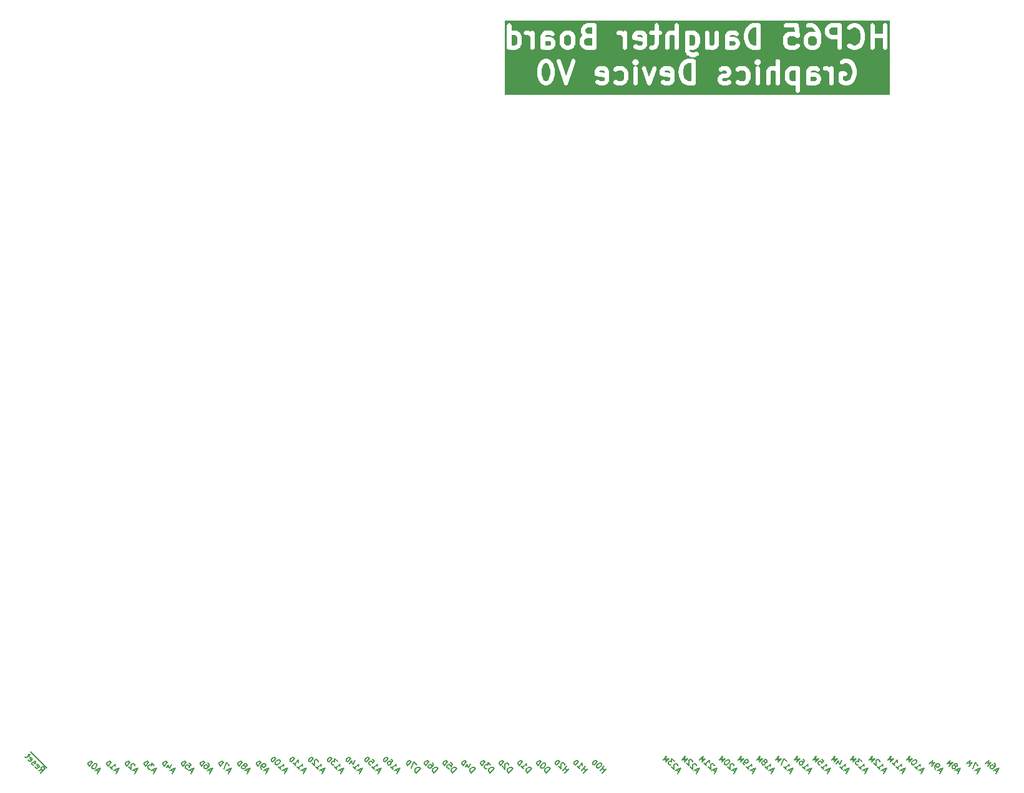
<source format=gbo>
%TF.GenerationSoftware,KiCad,Pcbnew,9.0.5*%
%TF.CreationDate,2025-10-11T13:29:19+02:00*%
%TF.ProjectId,Graphics Board,47726170-6869-4637-9320-426f6172642e,V0*%
%TF.SameCoordinates,Original*%
%TF.FileFunction,Legend,Bot*%
%TF.FilePolarity,Positive*%
%FSLAX46Y46*%
G04 Gerber Fmt 4.6, Leading zero omitted, Abs format (unit mm)*
G04 Created by KiCad (PCBNEW 9.0.5) date 2025-10-11 13:29:19*
%MOMM*%
%LPD*%
G01*
G04 APERTURE LIST*
%ADD10C,0.200000*%
%ADD11C,0.600000*%
G04 APERTURE END LIST*
D10*
X25437418Y5645996D02*
X25168044Y5915370D01*
X25329668Y5430497D02*
X25706792Y6184744D01*
X25706792Y6184744D02*
X24952544Y5807621D01*
X25383543Y6507993D02*
X25006419Y6885116D01*
X25006419Y6885116D02*
X24683171Y6076994D01*
X24189677Y6445498D02*
X24642226Y6898047D01*
X24642226Y6898047D02*
X24534476Y7005796D01*
X24534476Y7005796D02*
X24448276Y7048896D01*
X24448276Y7048896D02*
X24362077Y7048896D01*
X24362077Y7048896D02*
X24297427Y7027346D01*
X24297427Y7027346D02*
X24189677Y6962696D01*
X24189677Y6962696D02*
X24125027Y6898047D01*
X24125027Y6898047D02*
X24060378Y6790297D01*
X24060378Y6790297D02*
X24038828Y6725647D01*
X24038828Y6725647D02*
X24038828Y6639448D01*
X24038828Y6639448D02*
X24081928Y6553248D01*
X24081928Y6553248D02*
X24189677Y6445498D01*
X55728856Y5511309D02*
X56294541Y6076995D01*
X56294541Y6076995D02*
X56159854Y6211682D01*
X56159854Y6211682D02*
X56052105Y6265556D01*
X56052105Y6265556D02*
X55944355Y6265556D01*
X55944355Y6265556D02*
X55863543Y6238619D01*
X55863543Y6238619D02*
X55728856Y6157807D01*
X55728856Y6157807D02*
X55648044Y6076995D01*
X55648044Y6076995D02*
X55567231Y5942308D01*
X55567231Y5942308D02*
X55540294Y5861495D01*
X55540294Y5861495D02*
X55540294Y5753746D01*
X55540294Y5753746D02*
X55594169Y5645996D01*
X55594169Y5645996D02*
X55728856Y5511309D01*
X55459482Y6912054D02*
X55728856Y6642680D01*
X55728856Y6642680D02*
X55486419Y6346369D01*
X55486419Y6346369D02*
X55486419Y6400243D01*
X55486419Y6400243D02*
X55459482Y6481056D01*
X55459482Y6481056D02*
X55324795Y6615743D01*
X55324795Y6615743D02*
X55243983Y6642680D01*
X55243983Y6642680D02*
X55190108Y6642680D01*
X55190108Y6642680D02*
X55109296Y6615743D01*
X55109296Y6615743D02*
X54974609Y6481056D01*
X54974609Y6481056D02*
X54947671Y6400243D01*
X54947671Y6400243D02*
X54947671Y6346369D01*
X54947671Y6346369D02*
X54974609Y6265556D01*
X54974609Y6265556D02*
X55109296Y6130869D01*
X55109296Y6130869D02*
X55190108Y6103932D01*
X55190108Y6103932D02*
X55243983Y6103932D01*
X54588865Y6526311D02*
X55041413Y6978859D01*
X55041413Y6978859D02*
X54933664Y7086609D01*
X54933664Y7086609D02*
X54847464Y7129708D01*
X54847464Y7129708D02*
X54761264Y7129708D01*
X54761264Y7129708D02*
X54696614Y7108159D01*
X54696614Y7108159D02*
X54588865Y7043509D01*
X54588865Y7043509D02*
X54524215Y6978859D01*
X54524215Y6978859D02*
X54459565Y6871109D01*
X54459565Y6871109D02*
X54438015Y6806460D01*
X54438015Y6806460D02*
X54438015Y6720260D01*
X54438015Y6720260D02*
X54481115Y6634060D01*
X54481115Y6634060D02*
X54588865Y6526311D01*
X111797418Y5645996D02*
X111528044Y5915370D01*
X111689668Y5430497D02*
X112066792Y6184744D01*
X112066792Y6184744D02*
X111312544Y5807621D01*
X110827671Y6292494D02*
X111150920Y5969245D01*
X110989296Y6130869D02*
X111554981Y6696555D01*
X111554981Y6696555D02*
X111528044Y6561868D01*
X111528044Y6561868D02*
X111528044Y6454118D01*
X111528044Y6454118D02*
X111554981Y6373306D01*
X111204795Y7046741D02*
X110854609Y7396927D01*
X110854609Y7396927D02*
X110827671Y6992866D01*
X110827671Y6992866D02*
X110746859Y7073678D01*
X110746859Y7073678D02*
X110666047Y7100616D01*
X110666047Y7100616D02*
X110612172Y7100616D01*
X110612172Y7100616D02*
X110531360Y7073678D01*
X110531360Y7073678D02*
X110396673Y6938991D01*
X110396673Y6938991D02*
X110369735Y6858179D01*
X110369735Y6858179D02*
X110369735Y6804304D01*
X110369735Y6804304D02*
X110396673Y6723492D01*
X110396673Y6723492D02*
X110558297Y6561868D01*
X110558297Y6561868D02*
X110639109Y6534930D01*
X110639109Y6534930D02*
X110692984Y6534930D01*
X110010929Y6984246D02*
X110463477Y7436795D01*
X110463477Y7436795D02*
X109989379Y7264395D01*
X109989379Y7264395D02*
X110161779Y7738494D01*
X110161779Y7738494D02*
X109709230Y7285945D01*
X70968856Y5511309D02*
X71534541Y6076995D01*
X71265167Y5807621D02*
X70941918Y6130869D01*
X70645607Y5834558D02*
X71211292Y6400243D01*
X70914981Y6588805D02*
X70914981Y6642680D01*
X70914981Y6642680D02*
X70888044Y6723492D01*
X70888044Y6723492D02*
X70753357Y6858179D01*
X70753357Y6858179D02*
X70672545Y6885117D01*
X70672545Y6885117D02*
X70618670Y6885117D01*
X70618670Y6885117D02*
X70537858Y6858179D01*
X70537858Y6858179D02*
X70483983Y6804304D01*
X70483983Y6804304D02*
X70430108Y6696555D01*
X70430108Y6696555D02*
X70430108Y6050057D01*
X70430108Y6050057D02*
X70079922Y6400243D01*
X69801928Y6553248D02*
X70254476Y7005796D01*
X70254476Y7005796D02*
X70146726Y7113546D01*
X70146726Y7113546D02*
X70060527Y7156646D01*
X70060527Y7156646D02*
X69974327Y7156646D01*
X69974327Y7156646D02*
X69909677Y7135096D01*
X69909677Y7135096D02*
X69801928Y7070446D01*
X69801928Y7070446D02*
X69737278Y7005796D01*
X69737278Y7005796D02*
X69672628Y6898047D01*
X69672628Y6898047D02*
X69651078Y6833397D01*
X69651078Y6833397D02*
X69651078Y6747197D01*
X69651078Y6747197D02*
X69694178Y6660998D01*
X69694178Y6660998D02*
X69801928Y6553248D01*
X50775856Y5511309D02*
X51341541Y6076995D01*
X51341541Y6076995D02*
X51206854Y6211682D01*
X51206854Y6211682D02*
X51099105Y6265556D01*
X51099105Y6265556D02*
X50991355Y6265556D01*
X50991355Y6265556D02*
X50910543Y6238619D01*
X50910543Y6238619D02*
X50775856Y6157807D01*
X50775856Y6157807D02*
X50695044Y6076995D01*
X50695044Y6076995D02*
X50614231Y5942308D01*
X50614231Y5942308D02*
X50587294Y5861495D01*
X50587294Y5861495D02*
X50587294Y5753746D01*
X50587294Y5753746D02*
X50641169Y5645996D01*
X50641169Y5645996D02*
X50775856Y5511309D01*
X50829731Y6588805D02*
X50452607Y6965929D01*
X50452607Y6965929D02*
X50129358Y6157807D01*
X49635865Y6526311D02*
X50088413Y6978859D01*
X50088413Y6978859D02*
X49980664Y7086609D01*
X49980664Y7086609D02*
X49894464Y7129708D01*
X49894464Y7129708D02*
X49808264Y7129708D01*
X49808264Y7129708D02*
X49743614Y7108159D01*
X49743614Y7108159D02*
X49635865Y7043509D01*
X49635865Y7043509D02*
X49571215Y6978859D01*
X49571215Y6978859D02*
X49506565Y6871109D01*
X49506565Y6871109D02*
X49485015Y6806460D01*
X49485015Y6806460D02*
X49485015Y6720260D01*
X49485015Y6720260D02*
X49528115Y6634060D01*
X49528115Y6634060D02*
X49635865Y6526311D01*
X91350418Y5645996D02*
X91081044Y5915370D01*
X91242668Y5430497D02*
X91619792Y6184744D01*
X91619792Y6184744D02*
X90865544Y5807621D01*
X91215731Y6481055D02*
X91215731Y6534930D01*
X91215731Y6534930D02*
X91188793Y6615742D01*
X91188793Y6615742D02*
X91054106Y6750429D01*
X91054106Y6750429D02*
X90973294Y6777367D01*
X90973294Y6777367D02*
X90919419Y6777367D01*
X90919419Y6777367D02*
X90838607Y6750429D01*
X90838607Y6750429D02*
X90784732Y6696555D01*
X90784732Y6696555D02*
X90730858Y6588805D01*
X90730858Y6588805D02*
X90730858Y5942307D01*
X90730858Y5942307D02*
X90380671Y6292494D01*
X89841923Y6831242D02*
X90165172Y6507993D01*
X90003548Y6669617D02*
X90569233Y7235303D01*
X90569233Y7235303D02*
X90542296Y7100616D01*
X90542296Y7100616D02*
X90542296Y6992866D01*
X90542296Y6992866D02*
X90569233Y6912054D01*
X89563929Y6984246D02*
X90016477Y7436795D01*
X90016477Y7436795D02*
X89542379Y7264395D01*
X89542379Y7264395D02*
X89714779Y7738494D01*
X89714779Y7738494D02*
X89262230Y7285945D01*
X15277418Y5645996D02*
X15008044Y5915370D01*
X15169668Y5430497D02*
X15546792Y6184744D01*
X15546792Y6184744D02*
X14792544Y5807621D01*
X15223543Y6507993D02*
X14873357Y6858179D01*
X14873357Y6858179D02*
X14846419Y6454118D01*
X14846419Y6454118D02*
X14765607Y6534930D01*
X14765607Y6534930D02*
X14684795Y6561868D01*
X14684795Y6561868D02*
X14630920Y6561868D01*
X14630920Y6561868D02*
X14550108Y6534930D01*
X14550108Y6534930D02*
X14415421Y6400243D01*
X14415421Y6400243D02*
X14388484Y6319431D01*
X14388484Y6319431D02*
X14388484Y6265556D01*
X14388484Y6265556D02*
X14415421Y6184744D01*
X14415421Y6184744D02*
X14577045Y6023120D01*
X14577045Y6023120D02*
X14657858Y5996182D01*
X14657858Y5996182D02*
X14711732Y5996182D01*
X14029677Y6445498D02*
X14482226Y6898047D01*
X14482226Y6898047D02*
X14374476Y7005796D01*
X14374476Y7005796D02*
X14288276Y7048896D01*
X14288276Y7048896D02*
X14202077Y7048896D01*
X14202077Y7048896D02*
X14137427Y7027346D01*
X14137427Y7027346D02*
X14029677Y6962696D01*
X14029677Y6962696D02*
X13965027Y6898047D01*
X13965027Y6898047D02*
X13900378Y6790297D01*
X13900378Y6790297D02*
X13878828Y6725647D01*
X13878828Y6725647D02*
X13878828Y6639448D01*
X13878828Y6639448D02*
X13921928Y6553248D01*
X13921928Y6553248D02*
X14029677Y6445498D01*
X53188856Y5511309D02*
X53754541Y6076995D01*
X53754541Y6076995D02*
X53619854Y6211682D01*
X53619854Y6211682D02*
X53512105Y6265556D01*
X53512105Y6265556D02*
X53404355Y6265556D01*
X53404355Y6265556D02*
X53323543Y6238619D01*
X53323543Y6238619D02*
X53188856Y6157807D01*
X53188856Y6157807D02*
X53108044Y6076995D01*
X53108044Y6076995D02*
X53027231Y5942308D01*
X53027231Y5942308D02*
X53000294Y5861495D01*
X53000294Y5861495D02*
X53000294Y5753746D01*
X53000294Y5753746D02*
X53054169Y5645996D01*
X53054169Y5645996D02*
X53188856Y5511309D01*
X52946419Y6885117D02*
X53054169Y6777367D01*
X53054169Y6777367D02*
X53081106Y6696555D01*
X53081106Y6696555D02*
X53081106Y6642680D01*
X53081106Y6642680D02*
X53054169Y6507993D01*
X53054169Y6507993D02*
X52973357Y6373306D01*
X52973357Y6373306D02*
X52757857Y6157807D01*
X52757857Y6157807D02*
X52677045Y6130869D01*
X52677045Y6130869D02*
X52623170Y6130869D01*
X52623170Y6130869D02*
X52542358Y6157807D01*
X52542358Y6157807D02*
X52434609Y6265556D01*
X52434609Y6265556D02*
X52407671Y6346369D01*
X52407671Y6346369D02*
X52407671Y6400243D01*
X52407671Y6400243D02*
X52434609Y6481056D01*
X52434609Y6481056D02*
X52569296Y6615743D01*
X52569296Y6615743D02*
X52650108Y6642680D01*
X52650108Y6642680D02*
X52703983Y6642680D01*
X52703983Y6642680D02*
X52784795Y6615743D01*
X52784795Y6615743D02*
X52892544Y6507993D01*
X52892544Y6507993D02*
X52919482Y6427181D01*
X52919482Y6427181D02*
X52919482Y6373306D01*
X52919482Y6373306D02*
X52892544Y6292494D01*
X52048865Y6526311D02*
X52501413Y6978859D01*
X52501413Y6978859D02*
X52393664Y7086609D01*
X52393664Y7086609D02*
X52307464Y7129708D01*
X52307464Y7129708D02*
X52221264Y7129708D01*
X52221264Y7129708D02*
X52156614Y7108159D01*
X52156614Y7108159D02*
X52048865Y7043509D01*
X52048865Y7043509D02*
X51984215Y6978859D01*
X51984215Y6978859D02*
X51919565Y6871109D01*
X51919565Y6871109D02*
X51898015Y6806460D01*
X51898015Y6806460D02*
X51898015Y6720260D01*
X51898015Y6720260D02*
X51941115Y6634060D01*
X51941115Y6634060D02*
X52048865Y6526311D01*
X73508856Y5511309D02*
X74074541Y6076995D01*
X73805167Y5807621D02*
X73481918Y6130869D01*
X73185607Y5834558D02*
X73751292Y6400243D01*
X72619922Y6400243D02*
X72943171Y6076994D01*
X72781546Y6238619D02*
X73347232Y6804304D01*
X73347232Y6804304D02*
X73320294Y6669617D01*
X73320294Y6669617D02*
X73320294Y6561868D01*
X73320294Y6561868D02*
X73347232Y6481056D01*
X72341928Y6553248D02*
X72794476Y7005796D01*
X72794476Y7005796D02*
X72686726Y7113546D01*
X72686726Y7113546D02*
X72600527Y7156646D01*
X72600527Y7156646D02*
X72514327Y7156646D01*
X72514327Y7156646D02*
X72449677Y7135096D01*
X72449677Y7135096D02*
X72341928Y7070446D01*
X72341928Y7070446D02*
X72277278Y7005796D01*
X72277278Y7005796D02*
X72212628Y6898047D01*
X72212628Y6898047D02*
X72191078Y6833397D01*
X72191078Y6833397D02*
X72191078Y6747197D01*
X72191078Y6747197D02*
X72234178Y6660998D01*
X72234178Y6660998D02*
X72341928Y6553248D01*
X101637418Y5645996D02*
X101368044Y5915370D01*
X101529668Y5430497D02*
X101906792Y6184744D01*
X101906792Y6184744D02*
X101152544Y5807621D01*
X100667671Y6292494D02*
X100990920Y5969245D01*
X100829296Y6130869D02*
X101394981Y6696555D01*
X101394981Y6696555D02*
X101368044Y6561868D01*
X101368044Y6561868D02*
X101368044Y6454118D01*
X101368044Y6454118D02*
X101394981Y6373306D01*
X101044795Y7046741D02*
X100667671Y7423865D01*
X100667671Y7423865D02*
X100344422Y6615743D01*
X99850929Y6984246D02*
X100303477Y7436795D01*
X100303477Y7436795D02*
X99829379Y7264395D01*
X99829379Y7264395D02*
X100001779Y7738494D01*
X100001779Y7738494D02*
X99549230Y7285945D01*
X106717418Y5645996D02*
X106448044Y5915370D01*
X106609668Y5430497D02*
X106986792Y6184744D01*
X106986792Y6184744D02*
X106232544Y5807621D01*
X105747671Y6292494D02*
X106070920Y5969245D01*
X105909296Y6130869D02*
X106474981Y6696555D01*
X106474981Y6696555D02*
X106448044Y6561868D01*
X106448044Y6561868D02*
X106448044Y6454118D01*
X106448044Y6454118D02*
X106474981Y6373306D01*
X105801546Y7369990D02*
X106070920Y7100616D01*
X106070920Y7100616D02*
X105828483Y6804304D01*
X105828483Y6804304D02*
X105828483Y6858179D01*
X105828483Y6858179D02*
X105801546Y6938991D01*
X105801546Y6938991D02*
X105666859Y7073678D01*
X105666859Y7073678D02*
X105586047Y7100616D01*
X105586047Y7100616D02*
X105532172Y7100616D01*
X105532172Y7100616D02*
X105451360Y7073678D01*
X105451360Y7073678D02*
X105316673Y6938991D01*
X105316673Y6938991D02*
X105289735Y6858179D01*
X105289735Y6858179D02*
X105289735Y6804304D01*
X105289735Y6804304D02*
X105316673Y6723492D01*
X105316673Y6723492D02*
X105451360Y6588805D01*
X105451360Y6588805D02*
X105532172Y6561868D01*
X105532172Y6561868D02*
X105586047Y6561868D01*
X104930929Y6984246D02*
X105383477Y7436795D01*
X105383477Y7436795D02*
X104909379Y7264395D01*
X104909379Y7264395D02*
X105081779Y7738494D01*
X105081779Y7738494D02*
X104629230Y7285945D01*
D11*
G36*
X102242857Y100770159D02*
G01*
X102242857Y99426693D01*
X102186322Y99398426D01*
X101756535Y99398426D01*
X101577707Y99487840D01*
X101503699Y99561848D01*
X101414285Y99740676D01*
X101414285Y100456176D01*
X101503699Y100635004D01*
X101577708Y100709013D01*
X101756534Y100798426D01*
X102186323Y100798426D01*
X102242857Y100770159D01*
G37*
G36*
X68650863Y101709012D02*
G01*
X68724872Y101635004D01*
X68831228Y101422291D01*
X68957142Y100918637D01*
X68957142Y100278216D01*
X68831228Y99774562D01*
X68724872Y99561849D01*
X68650863Y99487840D01*
X68472036Y99398426D01*
X68327963Y99398426D01*
X68149135Y99487840D01*
X68075127Y99561848D01*
X67968768Y99774564D01*
X67842856Y100278216D01*
X67842856Y100918636D01*
X67968768Y101422288D01*
X68075127Y101635004D01*
X68149136Y101709013D01*
X68327962Y101798426D01*
X68472036Y101798426D01*
X68650863Y101709012D01*
G37*
G36*
X76319250Y100731962D02*
G01*
X76385714Y100599035D01*
X76385714Y100464367D01*
X75571255Y100627259D01*
X75623606Y100731962D01*
X75756534Y100798426D01*
X76186323Y100798426D01*
X76319250Y100731962D01*
G37*
G36*
X85176393Y100731962D02*
G01*
X85242857Y100599035D01*
X85242857Y100464367D01*
X84428398Y100627259D01*
X84480749Y100731962D01*
X84613677Y100798426D01*
X85043466Y100798426D01*
X85176393Y100731962D01*
G37*
G36*
X88100000Y99398426D02*
G01*
X87734398Y99398426D01*
X87419196Y99503493D01*
X87217983Y99704706D01*
X87111627Y99917418D01*
X86985714Y100421073D01*
X86985714Y100775779D01*
X87111627Y101279434D01*
X87217983Y101492146D01*
X87419197Y101693359D01*
X87734397Y101798426D01*
X88100000Y101798426D01*
X88100000Y99398426D01*
G37*
G36*
X105033536Y99874819D02*
G01*
X105100000Y99741892D01*
X105100000Y99597818D01*
X105033536Y99464890D01*
X104900608Y99398426D01*
X104327964Y99398426D01*
X104271429Y99426693D01*
X104271429Y99941284D01*
X104900608Y99941284D01*
X105033536Y99874819D01*
G37*
G36*
X88508007Y105538845D02*
G01*
X88582016Y105464836D01*
X88671429Y105286010D01*
X88671429Y104570507D01*
X88582016Y104391681D01*
X88508007Y104317672D01*
X88329180Y104228258D01*
X87899393Y104228258D01*
X87842858Y104256525D01*
X87842858Y105599991D01*
X87899392Y105628258D01*
X88329180Y105628258D01*
X88508007Y105538845D01*
G37*
G36*
X64365148Y105538845D02*
G01*
X64439157Y105464836D01*
X64528570Y105286010D01*
X64528570Y104570507D01*
X64439157Y104391681D01*
X64365148Y104317672D01*
X64186321Y104228258D01*
X63756534Y104228258D01*
X63699999Y104256525D01*
X63699999Y105599991D01*
X63756533Y105628258D01*
X64186321Y105628258D01*
X64365148Y105538845D01*
G37*
G36*
X69033535Y104704651D02*
G01*
X69099999Y104571724D01*
X69099999Y104427650D01*
X69033535Y104294722D01*
X68900607Y104228258D01*
X68327963Y104228258D01*
X68271428Y104256525D01*
X68271428Y104771116D01*
X68900607Y104771116D01*
X69033535Y104704651D01*
G37*
G36*
X71650863Y105538845D02*
G01*
X71724872Y105464836D01*
X71814285Y105286010D01*
X71814285Y104570507D01*
X71724872Y104391681D01*
X71650863Y104317672D01*
X71472036Y104228258D01*
X71185106Y104228258D01*
X71006278Y104317672D01*
X70932270Y104391680D01*
X70842856Y104570508D01*
X70842856Y105286008D01*
X70932270Y105464836D01*
X71006279Y105538845D01*
X71185105Y105628258D01*
X71472036Y105628258D01*
X71650863Y105538845D01*
G37*
G36*
X74671428Y104228258D02*
G01*
X73899391Y104228258D01*
X73720564Y104317672D01*
X73646555Y104391681D01*
X73557142Y104570507D01*
X73557142Y104857438D01*
X73646555Y105036265D01*
X73704910Y105094620D01*
X74020111Y105199687D01*
X74671428Y105199687D01*
X74671428Y104228258D01*
G37*
G36*
X74671428Y105799687D02*
G01*
X74042248Y105799687D01*
X73863421Y105889100D01*
X73789411Y105963109D01*
X73699999Y106141935D01*
X73699999Y106286010D01*
X73789411Y106464835D01*
X73863421Y106538844D01*
X74042248Y106628258D01*
X74671428Y106628258D01*
X74671428Y105799687D01*
G37*
G36*
X81462107Y105561794D02*
G01*
X81528571Y105428867D01*
X81528571Y105294199D01*
X80714112Y105457091D01*
X80766463Y105561794D01*
X80899391Y105628258D01*
X81329180Y105628258D01*
X81462107Y105561794D01*
G37*
G36*
X94033537Y104704651D02*
G01*
X94100001Y104571724D01*
X94100001Y104427650D01*
X94033537Y104294722D01*
X93900609Y104228258D01*
X93327965Y104228258D01*
X93271430Y104256525D01*
X93271430Y104771116D01*
X93900609Y104771116D01*
X94033537Y104704651D01*
G37*
G36*
X96957144Y104228258D02*
G01*
X96591542Y104228258D01*
X96276340Y104333325D01*
X96075127Y104534538D01*
X95968771Y104747250D01*
X95842858Y105250905D01*
X95842858Y105605611D01*
X95968771Y106109266D01*
X96075127Y106321978D01*
X96276341Y106523191D01*
X96591541Y106628258D01*
X96957144Y106628258D01*
X96957144Y104228258D01*
G37*
G36*
X104936579Y105395988D02*
G01*
X105010588Y105321979D01*
X105100001Y105143153D01*
X105100001Y104570507D01*
X105010588Y104391681D01*
X104936579Y104317672D01*
X104757752Y104228258D01*
X104327965Y104228258D01*
X104149136Y104317672D01*
X104075127Y104391681D01*
X103985715Y104570507D01*
X103985715Y105143153D01*
X104075127Y105321978D01*
X104149138Y105395988D01*
X104327964Y105485401D01*
X104757752Y105485401D01*
X104936579Y105395988D01*
G37*
G36*
X107957144Y105656830D02*
G01*
X107185107Y105656830D01*
X107006279Y105746243D01*
X106932271Y105820252D01*
X106842858Y105999078D01*
X106842858Y106286010D01*
X106932271Y106464836D01*
X107006279Y106538844D01*
X107185107Y106628258D01*
X107957144Y106628258D01*
X107957144Y105656830D01*
G37*
G36*
X115033334Y97467660D02*
G01*
X62766666Y97467660D01*
X62766666Y100955569D01*
X67242856Y100955569D01*
X67242856Y100241284D01*
X67244864Y100210638D01*
X67244806Y100207135D01*
X67245257Y100204644D01*
X67245423Y100202126D01*
X67246327Y100198749D01*
X67251813Y100168523D01*
X67394670Y99597095D01*
X67401118Y99576995D01*
X67402169Y99571862D01*
X67404682Y99565887D01*
X67406658Y99559729D01*
X67409196Y99555156D01*
X67417385Y99535690D01*
X67560243Y99249977D01*
X67580051Y99216101D01*
X67586045Y99209340D01*
X67590565Y99201513D01*
X67616439Y99172009D01*
X67759296Y99029152D01*
X67788800Y99003278D01*
X67796625Y98998760D01*
X67803387Y98992764D01*
X67837263Y98972956D01*
X68122977Y98830098D01*
X68137920Y98823811D01*
X68142337Y98821262D01*
X68146868Y98820047D01*
X68159149Y98814882D01*
X68188774Y98808819D01*
X68217984Y98800993D01*
X68231278Y98800121D01*
X68235874Y98799181D01*
X68240964Y98799486D01*
X68257142Y98798426D01*
X68542856Y98798426D01*
X68559033Y98799486D01*
X68564123Y98799181D01*
X68568718Y98800121D01*
X68582014Y98800993D01*
X68611226Y98808820D01*
X68640848Y98814882D01*
X68653126Y98820046D01*
X68657661Y98821262D01*
X68662080Y98823813D01*
X68677020Y98830098D01*
X68962735Y98972956D01*
X68996611Y98992764D01*
X69003371Y98998758D01*
X69011199Y99003278D01*
X69040703Y99029152D01*
X69183560Y99172009D01*
X69209434Y99201513D01*
X69213953Y99209340D01*
X69219948Y99216101D01*
X69239756Y99249977D01*
X69382613Y99535691D01*
X69390798Y99555149D01*
X69393340Y99559728D01*
X69395318Y99565895D01*
X69397829Y99571863D01*
X69398878Y99576990D01*
X69405328Y99597094D01*
X69548185Y100168523D01*
X69553670Y100198750D01*
X69554575Y100202126D01*
X69554740Y100204643D01*
X69555192Y100207134D01*
X69555133Y100210638D01*
X69557142Y100241284D01*
X69557142Y100955569D01*
X69555133Y100986214D01*
X69555192Y100989719D01*
X69554740Y100992209D01*
X69554575Y100994727D01*
X69553670Y100998102D01*
X69548185Y101028330D01*
X69405328Y101599759D01*
X69398878Y101619862D01*
X69397829Y101624990D01*
X69395318Y101630957D01*
X69393340Y101637125D01*
X69390798Y101641703D01*
X69382613Y101661162D01*
X69239756Y101946876D01*
X69219948Y101980752D01*
X69213953Y101987512D01*
X69209434Y101995340D01*
X69183560Y102024844D01*
X69088711Y102119693D01*
X69815040Y102119693D01*
X69819732Y102041518D01*
X69829680Y102003558D01*
X70829680Y99003557D01*
X70830526Y99001480D01*
X70830741Y99000434D01*
X70831893Y98998128D01*
X70844498Y98967221D01*
X70856238Y98949438D01*
X70865765Y98930386D01*
X70877718Y98916905D01*
X70887649Y98901865D01*
X70903590Y98887728D01*
X70917724Y98871790D01*
X70932761Y98861861D01*
X70946245Y98849905D01*
X70965304Y98840375D01*
X70983080Y98828639D01*
X71000171Y98822941D01*
X71016293Y98814881D01*
X71037170Y98810608D01*
X71057377Y98803873D01*
X71075359Y98802793D01*
X71093018Y98799180D01*
X71114291Y98800457D01*
X71135552Y98799181D01*
X71153202Y98802792D01*
X71171193Y98803873D01*
X71191407Y98810611D01*
X71212277Y98814882D01*
X71228392Y98822939D01*
X71245490Y98828639D01*
X71263273Y98840380D01*
X71282325Y98849906D01*
X71295801Y98861856D01*
X71310846Y98871789D01*
X71324984Y98887733D01*
X71340921Y98901865D01*
X71350848Y98916901D01*
X71362805Y98930385D01*
X71372332Y98949441D01*
X71384072Y98967221D01*
X71396674Y98998124D01*
X71397829Y99000434D01*
X71398043Y99001482D01*
X71398890Y99003558D01*
X71954322Y100669855D01*
X74957143Y100669855D01*
X74957143Y100384141D01*
X74959710Y100344983D01*
X74962221Y100335610D01*
X74962846Y100325922D01*
X74972324Y100297904D01*
X74979979Y100269336D01*
X74984833Y100260928D01*
X74987943Y100251736D01*
X75004346Y100227131D01*
X75019137Y100201513D01*
X75026001Y100194649D01*
X75031385Y100186573D01*
X75053601Y100167048D01*
X75074515Y100146135D01*
X75082920Y100141281D01*
X75090211Y100134875D01*
X75116716Y100121769D01*
X75142338Y100106977D01*
X75151717Y100104463D01*
X75160414Y100100164D01*
X75198308Y100089967D01*
X76385714Y99852485D01*
X76385714Y99597818D01*
X76319250Y99464890D01*
X76186322Y99398426D01*
X75756535Y99398426D01*
X75534165Y99509612D01*
X75497993Y99524828D01*
X75421268Y99540529D01*
X75343093Y99535837D01*
X75268795Y99511071D01*
X75203440Y99467921D01*
X75151480Y99409325D01*
X75116456Y99339277D01*
X75100755Y99262552D01*
X75105447Y99184377D01*
X75130213Y99110079D01*
X75173363Y99044724D01*
X75231959Y98992764D01*
X75265835Y98972956D01*
X75551549Y98830098D01*
X75566492Y98823811D01*
X75570909Y98821262D01*
X75575440Y98820047D01*
X75587721Y98814882D01*
X75617346Y98808819D01*
X75646556Y98800993D01*
X75659850Y98800121D01*
X75664446Y98799181D01*
X75669536Y98799486D01*
X75685714Y98798426D01*
X76257143Y98798426D01*
X76273320Y98799486D01*
X76278411Y98799181D01*
X76283006Y98800121D01*
X76296301Y98800993D01*
X76325510Y98808819D01*
X76355136Y98814882D01*
X76367416Y98820047D01*
X76371948Y98821262D01*
X76376364Y98823811D01*
X76391308Y98830098D01*
X76677021Y98972956D01*
X76710897Y98992764D01*
X76724376Y99004716D01*
X76739418Y99014648D01*
X76753555Y99030591D01*
X76769493Y99044724D01*
X76779421Y99059761D01*
X76791377Y99073244D01*
X76811185Y99107120D01*
X76954042Y99392834D01*
X76960326Y99407773D01*
X76962878Y99412193D01*
X76964093Y99416727D01*
X76969258Y99429006D01*
X76975319Y99458627D01*
X76983147Y99487840D01*
X76984018Y99501135D01*
X76984959Y99505731D01*
X76984653Y99510820D01*
X76985714Y99526998D01*
X76985714Y100669855D01*
X76984653Y100686032D01*
X76984959Y100691122D01*
X76984018Y100695717D01*
X76983147Y100709013D01*
X76975319Y100738225D01*
X76969258Y100767847D01*
X76964093Y100780125D01*
X76962878Y100784660D01*
X76960326Y100789079D01*
X76954042Y100804019D01*
X76888900Y100934302D01*
X77529327Y100934302D01*
X77545028Y100857577D01*
X77580052Y100787529D01*
X77632011Y100728933D01*
X77697367Y100685782D01*
X77771664Y100661016D01*
X77849839Y100656324D01*
X77926564Y100672025D01*
X77962736Y100687241D01*
X78185106Y100798426D01*
X78614894Y100798426D01*
X78793721Y100709013D01*
X78867730Y100635004D01*
X78957143Y100456178D01*
X78957143Y99740675D01*
X78867730Y99561849D01*
X78793721Y99487840D01*
X78614894Y99398426D01*
X78185107Y99398426D01*
X77962737Y99509612D01*
X77926565Y99524828D01*
X77849840Y99540529D01*
X77771665Y99535837D01*
X77697367Y99511071D01*
X77632012Y99467921D01*
X77580052Y99409325D01*
X77545028Y99339277D01*
X77529327Y99262552D01*
X77534019Y99184377D01*
X77558785Y99110079D01*
X77601935Y99044724D01*
X77660531Y98992764D01*
X77694407Y98972956D01*
X77980121Y98830098D01*
X77995064Y98823811D01*
X77999481Y98821262D01*
X78004012Y98820047D01*
X78016293Y98814882D01*
X78045918Y98808819D01*
X78075128Y98800993D01*
X78088422Y98800121D01*
X78093018Y98799181D01*
X78098108Y98799486D01*
X78114286Y98798426D01*
X78685714Y98798426D01*
X78701891Y98799486D01*
X78706981Y98799181D01*
X78711576Y98800121D01*
X78724872Y98800993D01*
X78754084Y98808820D01*
X78783706Y98814882D01*
X78795984Y98820046D01*
X78800519Y98821262D01*
X78804938Y98823813D01*
X78819878Y98830098D01*
X79105593Y98972956D01*
X79139469Y98992764D01*
X79146229Y98998758D01*
X79154057Y99003278D01*
X79183561Y99029152D01*
X79326418Y99172009D01*
X79352292Y99201513D01*
X79356811Y99209340D01*
X79362806Y99216101D01*
X79382614Y99249977D01*
X79525471Y99535691D01*
X79531755Y99550630D01*
X79534307Y99555050D01*
X79535522Y99559584D01*
X79540687Y99571863D01*
X79546748Y99601484D01*
X79554576Y99630697D01*
X79555447Y99643992D01*
X79556388Y99648588D01*
X79556082Y99653677D01*
X79557143Y99669855D01*
X79557143Y100526998D01*
X79556082Y100543175D01*
X79556388Y100548265D01*
X79555447Y100552860D01*
X79554576Y100566156D01*
X79546748Y100595368D01*
X79540687Y100624990D01*
X79535522Y100637268D01*
X79534307Y100641803D01*
X79531755Y100646222D01*
X79525471Y100661162D01*
X79382614Y100946876D01*
X79362806Y100980752D01*
X79356811Y100987512D01*
X79352292Y100995340D01*
X79326418Y101024844D01*
X79252836Y101098426D01*
X80242857Y101098426D01*
X80242857Y99098426D01*
X80245424Y99059268D01*
X80265693Y98983621D01*
X80304851Y98915798D01*
X80360229Y98860420D01*
X80428052Y98821262D01*
X80503699Y98800993D01*
X80582015Y98800993D01*
X80657662Y98821262D01*
X80725485Y98860420D01*
X80780863Y98915798D01*
X80820021Y98983621D01*
X80840290Y99059268D01*
X80842857Y99098426D01*
X80842857Y101098426D01*
X80841880Y101113322D01*
X81386084Y101113322D01*
X81392439Y101035265D01*
X81403191Y100997525D01*
X82117476Y98997525D01*
X82133064Y98961512D01*
X82141560Y98949219D01*
X82147960Y98935710D01*
X82163739Y98917134D01*
X82177595Y98897089D01*
X82188985Y98887412D01*
X82198662Y98876022D01*
X82218707Y98862166D01*
X82237283Y98846387D01*
X82250792Y98839987D01*
X82263085Y98831491D01*
X82286031Y98823296D01*
X82308061Y98812861D01*
X82322767Y98810176D01*
X82336838Y98805151D01*
X82361123Y98803173D01*
X82385103Y98798796D01*
X82400000Y98800008D01*
X82414895Y98798796D01*
X82438868Y98803172D01*
X82463160Y98805150D01*
X82477235Y98810177D01*
X82491937Y98812861D01*
X82513964Y98823294D01*
X82536913Y98831491D01*
X82549205Y98839987D01*
X82562715Y98846387D01*
X82581290Y98862166D01*
X82601336Y98876022D01*
X82611012Y98887412D01*
X82622403Y98897089D01*
X82636258Y98917134D01*
X82652038Y98935710D01*
X82658437Y98949220D01*
X82666934Y98961512D01*
X82682522Y98997525D01*
X83279782Y100669855D01*
X83814286Y100669855D01*
X83814286Y100384141D01*
X83816853Y100344983D01*
X83819364Y100335610D01*
X83819989Y100325922D01*
X83829467Y100297904D01*
X83837122Y100269336D01*
X83841976Y100260928D01*
X83845086Y100251736D01*
X83861489Y100227131D01*
X83876280Y100201513D01*
X83883144Y100194649D01*
X83888528Y100186573D01*
X83910744Y100167048D01*
X83931658Y100146135D01*
X83940063Y100141281D01*
X83947354Y100134875D01*
X83973859Y100121769D01*
X83999481Y100106977D01*
X84008860Y100104463D01*
X84017557Y100100164D01*
X84055451Y100089967D01*
X85242857Y99852485D01*
X85242857Y99597818D01*
X85176393Y99464890D01*
X85043465Y99398426D01*
X84613678Y99398426D01*
X84391308Y99509612D01*
X84355136Y99524828D01*
X84278411Y99540529D01*
X84200236Y99535837D01*
X84125938Y99511071D01*
X84060583Y99467921D01*
X84008623Y99409325D01*
X83973599Y99339277D01*
X83957898Y99262552D01*
X83962590Y99184377D01*
X83987356Y99110079D01*
X84030506Y99044724D01*
X84089102Y98992764D01*
X84122978Y98972956D01*
X84408692Y98830098D01*
X84423635Y98823811D01*
X84428052Y98821262D01*
X84432583Y98820047D01*
X84444864Y98814882D01*
X84474489Y98808819D01*
X84503699Y98800993D01*
X84516993Y98800121D01*
X84521589Y98799181D01*
X84526679Y98799486D01*
X84542857Y98798426D01*
X85114286Y98798426D01*
X85130463Y98799486D01*
X85135554Y98799181D01*
X85140149Y98800121D01*
X85153444Y98800993D01*
X85182653Y98808819D01*
X85212279Y98814882D01*
X85224559Y98820047D01*
X85229091Y98821262D01*
X85233507Y98823811D01*
X85248451Y98830098D01*
X85534164Y98972956D01*
X85568040Y98992764D01*
X85581519Y99004716D01*
X85596561Y99014648D01*
X85610698Y99030591D01*
X85626636Y99044724D01*
X85636564Y99059761D01*
X85648520Y99073244D01*
X85668328Y99107120D01*
X85811185Y99392834D01*
X85817469Y99407773D01*
X85820021Y99412193D01*
X85821236Y99416727D01*
X85826401Y99429006D01*
X85832462Y99458627D01*
X85840290Y99487840D01*
X85841161Y99501135D01*
X85842102Y99505731D01*
X85841796Y99510820D01*
X85842857Y99526998D01*
X85842857Y100669855D01*
X85841796Y100686032D01*
X85842102Y100691122D01*
X85841161Y100695717D01*
X85840290Y100709013D01*
X85832462Y100738225D01*
X85826401Y100767847D01*
X85821236Y100780125D01*
X85820021Y100784660D01*
X85817469Y100789079D01*
X85811185Y100804019D01*
X85806838Y100812712D01*
X86385714Y100812712D01*
X86385714Y100384141D01*
X86387722Y100353495D01*
X86387664Y100349992D01*
X86388115Y100347501D01*
X86388281Y100344983D01*
X86389185Y100341606D01*
X86394671Y100311380D01*
X86537528Y99739952D01*
X86543977Y99719850D01*
X86545027Y99714720D01*
X86547538Y99708748D01*
X86549516Y99702586D01*
X86552055Y99698010D01*
X86560243Y99678548D01*
X86703100Y99392834D01*
X86722908Y99358958D01*
X86728905Y99352194D01*
X86733423Y99344370D01*
X86759296Y99314866D01*
X87045011Y99029152D01*
X87057197Y99018465D01*
X87060582Y99014648D01*
X87064498Y99012062D01*
X87074515Y99003278D01*
X87100699Y98988160D01*
X87125937Y98971497D01*
X87138275Y98966465D01*
X87142338Y98964120D01*
X87147263Y98962800D01*
X87162274Y98956679D01*
X87590845Y98813821D01*
X87628806Y98803873D01*
X87637828Y98803331D01*
X87646556Y98800993D01*
X87685714Y98798426D01*
X88400000Y98798426D01*
X88439158Y98800993D01*
X88514805Y98821262D01*
X88582628Y98860420D01*
X88638006Y98915798D01*
X88677164Y98983621D01*
X88697433Y99059268D01*
X88700000Y99098426D01*
X88700000Y99669855D01*
X91671428Y99669855D01*
X91671428Y99526998D01*
X91672488Y99510820D01*
X91672183Y99505731D01*
X91673123Y99501135D01*
X91673995Y99487840D01*
X91681822Y99458627D01*
X91687884Y99429006D01*
X91693048Y99416727D01*
X91694264Y99412193D01*
X91696815Y99407773D01*
X91703100Y99392834D01*
X91845957Y99107120D01*
X91865765Y99073244D01*
X91877717Y99059764D01*
X91887648Y99044724D01*
X91903589Y99030587D01*
X91917724Y99014648D01*
X91932761Y99004719D01*
X91946244Y98992764D01*
X91980120Y98972956D01*
X92265834Y98830098D01*
X92280777Y98823811D01*
X92285194Y98821262D01*
X92289725Y98820047D01*
X92302006Y98814882D01*
X92331631Y98808819D01*
X92360841Y98800993D01*
X92374135Y98800121D01*
X92378731Y98799181D01*
X92383821Y98799486D01*
X92399999Y98798426D01*
X92971428Y98798426D01*
X92987605Y98799486D01*
X92992696Y98799181D01*
X92997291Y98800121D01*
X93010586Y98800993D01*
X93039795Y98808819D01*
X93069421Y98814882D01*
X93081701Y98820047D01*
X93086233Y98821262D01*
X93090649Y98823811D01*
X93105593Y98830098D01*
X93391306Y98972956D01*
X93425182Y98992764D01*
X93483778Y99044724D01*
X93526929Y99110079D01*
X93551695Y99184377D01*
X93556387Y99262551D01*
X93540686Y99339277D01*
X93505661Y99409325D01*
X93453702Y99467921D01*
X93388346Y99511071D01*
X93314049Y99535837D01*
X93235874Y99540529D01*
X93159149Y99524828D01*
X93122977Y99509612D01*
X92900607Y99398426D01*
X92470820Y99398426D01*
X92337891Y99464890D01*
X92271428Y99597818D01*
X92271428Y99599035D01*
X92337891Y99731962D01*
X92470819Y99798426D01*
X92828571Y99798426D01*
X92844748Y99799486D01*
X92849839Y99799181D01*
X92854434Y99800121D01*
X92867729Y99800993D01*
X92896938Y99808819D01*
X92926564Y99814882D01*
X92938844Y99820047D01*
X92943376Y99821262D01*
X92947792Y99823811D01*
X92962736Y99830098D01*
X93248449Y99972956D01*
X93282325Y99992764D01*
X93295804Y100004716D01*
X93310846Y100014648D01*
X93324983Y100030591D01*
X93340921Y100044724D01*
X93350849Y100059761D01*
X93362805Y100073244D01*
X93382613Y100107120D01*
X93525470Y100392834D01*
X93531754Y100407773D01*
X93534306Y100412193D01*
X93535521Y100416727D01*
X93540686Y100429006D01*
X93546747Y100458627D01*
X93554575Y100487840D01*
X93555446Y100501135D01*
X93556387Y100505731D01*
X93556081Y100510820D01*
X93557142Y100526998D01*
X93557142Y100669855D01*
X93556081Y100686032D01*
X93556387Y100691122D01*
X93555446Y100695717D01*
X93554575Y100709013D01*
X93546747Y100738225D01*
X93540686Y100767847D01*
X93535521Y100780125D01*
X93534306Y100784660D01*
X93531754Y100789079D01*
X93525470Y100804019D01*
X93460328Y100934302D01*
X94100755Y100934302D01*
X94116456Y100857577D01*
X94151480Y100787529D01*
X94203439Y100728933D01*
X94268795Y100685782D01*
X94343092Y100661016D01*
X94421267Y100656324D01*
X94497992Y100672025D01*
X94534164Y100687241D01*
X94756534Y100798426D01*
X95186322Y100798426D01*
X95365149Y100709013D01*
X95439158Y100635004D01*
X95528571Y100456178D01*
X95528571Y99740675D01*
X95439158Y99561849D01*
X95365149Y99487840D01*
X95186322Y99398426D01*
X94756535Y99398426D01*
X94534165Y99509612D01*
X94497993Y99524828D01*
X94421268Y99540529D01*
X94343093Y99535837D01*
X94268795Y99511071D01*
X94203440Y99467921D01*
X94151480Y99409325D01*
X94116456Y99339277D01*
X94100755Y99262552D01*
X94105447Y99184377D01*
X94130213Y99110079D01*
X94173363Y99044724D01*
X94231959Y98992764D01*
X94265835Y98972956D01*
X94551549Y98830098D01*
X94566492Y98823811D01*
X94570909Y98821262D01*
X94575440Y98820047D01*
X94587721Y98814882D01*
X94617346Y98808819D01*
X94646556Y98800993D01*
X94659850Y98800121D01*
X94664446Y98799181D01*
X94669536Y98799486D01*
X94685714Y98798426D01*
X95257142Y98798426D01*
X95273319Y98799486D01*
X95278409Y98799181D01*
X95283004Y98800121D01*
X95296300Y98800993D01*
X95325512Y98808820D01*
X95355134Y98814882D01*
X95367412Y98820046D01*
X95371947Y98821262D01*
X95376366Y98823813D01*
X95391306Y98830098D01*
X95677021Y98972956D01*
X95710897Y98992764D01*
X95717657Y98998758D01*
X95725485Y99003278D01*
X95754989Y99029152D01*
X95897846Y99172009D01*
X95923720Y99201513D01*
X95928239Y99209340D01*
X95934234Y99216101D01*
X95954042Y99249977D01*
X96096899Y99535691D01*
X96103183Y99550630D01*
X96105735Y99555050D01*
X96106950Y99559584D01*
X96112115Y99571863D01*
X96118176Y99601484D01*
X96126004Y99630697D01*
X96126875Y99643992D01*
X96127816Y99648588D01*
X96127510Y99653677D01*
X96128571Y99669855D01*
X96128571Y100526998D01*
X96127510Y100543175D01*
X96127816Y100548265D01*
X96126875Y100552860D01*
X96126004Y100566156D01*
X96118176Y100595368D01*
X96112115Y100624990D01*
X96106950Y100637268D01*
X96105735Y100641803D01*
X96103183Y100646222D01*
X96096899Y100661162D01*
X95954042Y100946876D01*
X95934234Y100980752D01*
X95928239Y100987512D01*
X95923720Y100995340D01*
X95897846Y101024844D01*
X95824264Y101098426D01*
X96814285Y101098426D01*
X96814285Y99098426D01*
X96816852Y99059268D01*
X96837121Y98983621D01*
X96876279Y98915798D01*
X96931657Y98860420D01*
X96999480Y98821262D01*
X97075127Y98800993D01*
X97153443Y98800993D01*
X97229090Y98821262D01*
X97296913Y98860420D01*
X97352291Y98915798D01*
X97391449Y98983621D01*
X97411718Y99059268D01*
X97414285Y99098426D01*
X97414285Y100669855D01*
X98242857Y100669855D01*
X98242857Y99098426D01*
X98245424Y99059268D01*
X98265693Y98983621D01*
X98304851Y98915798D01*
X98360229Y98860420D01*
X98428052Y98821262D01*
X98503699Y98800993D01*
X98582015Y98800993D01*
X98657662Y98821262D01*
X98725485Y98860420D01*
X98780863Y98915798D01*
X98820021Y98983621D01*
X98840290Y99059268D01*
X98842857Y99098426D01*
X98842857Y100599035D01*
X98909320Y100731962D01*
X99042248Y100798426D01*
X99329179Y100798426D01*
X99508006Y100709013D01*
X99528571Y100688448D01*
X99528571Y99098426D01*
X99531138Y99059268D01*
X99551407Y98983621D01*
X99590565Y98915798D01*
X99645943Y98860420D01*
X99713766Y98821262D01*
X99789413Y98800993D01*
X99867729Y98800993D01*
X99943376Y98821262D01*
X100011199Y98860420D01*
X100066577Y98915798D01*
X100105735Y98983621D01*
X100126004Y99059268D01*
X100128571Y99098426D01*
X100128571Y100526998D01*
X100814285Y100526998D01*
X100814285Y99669855D01*
X100815345Y99653677D01*
X100815040Y99648587D01*
X100815980Y99643991D01*
X100816852Y99630697D01*
X100824678Y99601487D01*
X100830741Y99571862D01*
X100835906Y99559581D01*
X100837121Y99555050D01*
X100839670Y99550633D01*
X100845957Y99535690D01*
X100988815Y99249977D01*
X101008623Y99216101D01*
X101014617Y99209340D01*
X101019137Y99201513D01*
X101045011Y99172009D01*
X101187868Y99029152D01*
X101217372Y99003278D01*
X101225197Y98998760D01*
X101231959Y98992764D01*
X101265835Y98972956D01*
X101551549Y98830098D01*
X101566492Y98823811D01*
X101570909Y98821262D01*
X101575440Y98820047D01*
X101587721Y98814882D01*
X101617346Y98808819D01*
X101646556Y98800993D01*
X101659850Y98800121D01*
X101664446Y98799181D01*
X101669536Y98799486D01*
X101685714Y98798426D01*
X102242857Y98798426D01*
X102242857Y98098426D01*
X102245424Y98059268D01*
X102265693Y97983621D01*
X102304851Y97915798D01*
X102360229Y97860420D01*
X102428052Y97821262D01*
X102503699Y97800993D01*
X102582015Y97800993D01*
X102657662Y97821262D01*
X102725485Y97860420D01*
X102780863Y97915798D01*
X102820021Y97983621D01*
X102840290Y98059268D01*
X102842857Y98098426D01*
X102842857Y100669855D01*
X103671429Y100669855D01*
X103671429Y99098426D01*
X103673996Y99059268D01*
X103694265Y98983621D01*
X103733423Y98915798D01*
X103788801Y98860420D01*
X103856624Y98821262D01*
X103932271Y98800993D01*
X104010587Y98800993D01*
X104086234Y98821262D01*
X104111488Y98835842D01*
X104122978Y98830098D01*
X104137921Y98823811D01*
X104142338Y98821262D01*
X104146869Y98820047D01*
X104159150Y98814882D01*
X104188775Y98808819D01*
X104217985Y98800993D01*
X104231279Y98800121D01*
X104235875Y98799181D01*
X104240965Y98799486D01*
X104257143Y98798426D01*
X104971429Y98798426D01*
X104987606Y98799486D01*
X104992697Y98799181D01*
X104997292Y98800121D01*
X105010587Y98800993D01*
X105039796Y98808819D01*
X105069422Y98814882D01*
X105081702Y98820047D01*
X105086234Y98821262D01*
X105090650Y98823811D01*
X105105594Y98830098D01*
X105391307Y98972956D01*
X105425183Y98992764D01*
X105438662Y99004716D01*
X105453704Y99014648D01*
X105467841Y99030591D01*
X105483779Y99044724D01*
X105493707Y99059761D01*
X105505663Y99073244D01*
X105525471Y99107120D01*
X105668328Y99392834D01*
X105674612Y99407773D01*
X105677164Y99412193D01*
X105678379Y99416727D01*
X105683544Y99429006D01*
X105689605Y99458627D01*
X105697433Y99487840D01*
X105698304Y99501135D01*
X105699245Y99505731D01*
X105698939Y99510820D01*
X105700000Y99526998D01*
X105700000Y99812712D01*
X105698939Y99828889D01*
X105699245Y99833979D01*
X105698304Y99838574D01*
X105697433Y99851870D01*
X105689605Y99881082D01*
X105683544Y99910704D01*
X105678379Y99922982D01*
X105677164Y99927517D01*
X105674612Y99931936D01*
X105668328Y99946876D01*
X105525471Y100232590D01*
X105505663Y100266466D01*
X105493707Y100279948D01*
X105483779Y100294986D01*
X105467841Y100309118D01*
X105453704Y100325062D01*
X105438662Y100334993D01*
X105425183Y100346946D01*
X105391307Y100366754D01*
X105105594Y100509612D01*
X105090650Y100515898D01*
X105086234Y100518448D01*
X105081702Y100519662D01*
X105069422Y100524828D01*
X105039796Y100530890D01*
X105010587Y100538717D01*
X104997292Y100539588D01*
X104992697Y100540529D01*
X104987606Y100540223D01*
X104971429Y100541284D01*
X104327963Y100541284D01*
X104271429Y100569551D01*
X104271429Y100599035D01*
X104337892Y100731962D01*
X104470820Y100798426D01*
X104900609Y100798426D01*
X105122979Y100687241D01*
X105159151Y100672025D01*
X105235876Y100656324D01*
X105314051Y100661016D01*
X105388348Y100685782D01*
X105453704Y100728933D01*
X105505663Y100787529D01*
X105540687Y100857577D01*
X105556388Y100934302D01*
X105551696Y101012477D01*
X105526930Y101086774D01*
X105493383Y101137584D01*
X105959710Y101137584D01*
X105959710Y101059268D01*
X105979979Y100983621D01*
X106019137Y100915798D01*
X106074515Y100860420D01*
X106142338Y100821262D01*
X106217985Y100800993D01*
X106257143Y100798426D01*
X106472037Y100798426D01*
X106650864Y100709013D01*
X106724873Y100635004D01*
X106814286Y100456178D01*
X106814286Y99098426D01*
X106816853Y99059268D01*
X106837122Y98983621D01*
X106876280Y98915798D01*
X106931658Y98860420D01*
X106999481Y98821262D01*
X107075128Y98800993D01*
X107153444Y98800993D01*
X107229091Y98821262D01*
X107296914Y98860420D01*
X107352292Y98915798D01*
X107391450Y98983621D01*
X107411719Y99059268D01*
X107414286Y99098426D01*
X107414286Y100384141D01*
X108100000Y100384141D01*
X108100000Y99384141D01*
X108102567Y99344983D01*
X108122836Y99269336D01*
X108161994Y99201513D01*
X108187868Y99172009D01*
X108330725Y99029152D01*
X108342911Y99018464D01*
X108346296Y99014648D01*
X108350212Y99012062D01*
X108360229Y99003278D01*
X108386418Y98988157D01*
X108411652Y98971497D01*
X108423988Y98966466D01*
X108428052Y98964120D01*
X108432978Y98962800D01*
X108447988Y98956679D01*
X108876560Y98813821D01*
X108914521Y98803873D01*
X108923543Y98803331D01*
X108932271Y98800993D01*
X108971429Y98798426D01*
X109257143Y98798426D01*
X109296301Y98800993D01*
X109305032Y98803332D01*
X109314052Y98803874D01*
X109352012Y98813821D01*
X109780583Y98956679D01*
X109795593Y98962800D01*
X109800519Y98964120D01*
X109804581Y98966465D01*
X109816920Y98971497D01*
X109842157Y98988160D01*
X109868342Y99003278D01*
X109878358Y99012062D01*
X109882275Y99014648D01*
X109885659Y99018465D01*
X109897846Y99029152D01*
X110183560Y99314865D01*
X110209434Y99344369D01*
X110213953Y99352196D01*
X110219949Y99358958D01*
X110239757Y99392834D01*
X110382614Y99678548D01*
X110390799Y99698006D01*
X110393341Y99702585D01*
X110395319Y99708752D01*
X110397830Y99714720D01*
X110398879Y99719847D01*
X110405329Y99739951D01*
X110548186Y100311380D01*
X110553671Y100341607D01*
X110554576Y100344983D01*
X110554741Y100347500D01*
X110555193Y100349991D01*
X110555134Y100353495D01*
X110557143Y100384141D01*
X110557143Y100812712D01*
X110555134Y100843357D01*
X110555193Y100846862D01*
X110554741Y100849352D01*
X110554576Y100851870D01*
X110553671Y100855245D01*
X110548186Y100885473D01*
X110405329Y101456902D01*
X110398879Y101477005D01*
X110397830Y101482133D01*
X110395319Y101488100D01*
X110393341Y101494268D01*
X110390799Y101498846D01*
X110382614Y101518305D01*
X110239757Y101804019D01*
X110219949Y101837895D01*
X110213953Y101844656D01*
X110209434Y101852484D01*
X110183560Y101881988D01*
X109897846Y102167701D01*
X109885655Y102178391D01*
X109882274Y102182205D01*
X109878361Y102184788D01*
X109868342Y102193575D01*
X109842149Y102208697D01*
X109816919Y102225356D01*
X109804583Y102230386D01*
X109800519Y102232733D01*
X109795591Y102234053D01*
X109780582Y102240174D01*
X109352011Y102383031D01*
X109314051Y102392979D01*
X109305028Y102393520D01*
X109296301Y102395859D01*
X109257143Y102398426D01*
X108828572Y102398426D01*
X108812395Y102397365D01*
X108807306Y102397671D01*
X108802710Y102396730D01*
X108789414Y102395859D01*
X108760200Y102388031D01*
X108730580Y102381970D01*
X108718301Y102376805D01*
X108713767Y102375590D01*
X108709347Y102373038D01*
X108694408Y102366754D01*
X108408693Y102223897D01*
X108374817Y102204089D01*
X108316221Y102152130D01*
X108273070Y102086775D01*
X108248304Y102012477D01*
X108243612Y101934303D01*
X108259313Y101857577D01*
X108294337Y101787529D01*
X108346296Y101728933D01*
X108411651Y101685782D01*
X108485949Y101661016D01*
X108564123Y101656324D01*
X108640849Y101672025D01*
X108677021Y101687241D01*
X108899392Y101798426D01*
X109208460Y101798426D01*
X109523660Y101693358D01*
X109724873Y101492146D01*
X109831229Y101279434D01*
X109957143Y100775780D01*
X109957143Y100421073D01*
X109831229Y99917419D01*
X109724873Y99704706D01*
X109523660Y99503493D01*
X109208459Y99398426D01*
X109020113Y99398426D01*
X108704911Y99503493D01*
X108700000Y99508405D01*
X108700000Y100084141D01*
X108971429Y100084141D01*
X109010587Y100086708D01*
X109086234Y100106977D01*
X109154057Y100146135D01*
X109209435Y100201513D01*
X109248593Y100269336D01*
X109268862Y100344983D01*
X109268862Y100423299D01*
X109248593Y100498946D01*
X109209435Y100566769D01*
X109154057Y100622147D01*
X109086234Y100661305D01*
X109010587Y100681574D01*
X108971429Y100684141D01*
X108400000Y100684141D01*
X108360842Y100681574D01*
X108285195Y100661305D01*
X108217372Y100622147D01*
X108161994Y100566769D01*
X108122836Y100498946D01*
X108102567Y100423299D01*
X108100000Y100384141D01*
X107414286Y100384141D01*
X107414286Y101098426D01*
X107411719Y101137584D01*
X107391450Y101213231D01*
X107352292Y101281054D01*
X107296914Y101336432D01*
X107229091Y101375590D01*
X107153444Y101395859D01*
X107075128Y101395859D01*
X106999481Y101375590D01*
X106931658Y101336432D01*
X106876280Y101281054D01*
X106870039Y101270245D01*
X106677021Y101366754D01*
X106662081Y101373038D01*
X106657662Y101375590D01*
X106653127Y101376805D01*
X106640849Y101381970D01*
X106611228Y101388031D01*
X106582015Y101395859D01*
X106568718Y101396730D01*
X106564123Y101397671D01*
X106559033Y101397365D01*
X106542857Y101398426D01*
X106257143Y101398426D01*
X106217985Y101395859D01*
X106142338Y101375590D01*
X106074515Y101336432D01*
X106019137Y101281054D01*
X105979979Y101213231D01*
X105959710Y101137584D01*
X105493383Y101137584D01*
X105483779Y101152130D01*
X105425183Y101204089D01*
X105391307Y101223897D01*
X105105593Y101366754D01*
X105090653Y101373038D01*
X105086234Y101375590D01*
X105081699Y101376805D01*
X105069421Y101381970D01*
X105039799Y101388031D01*
X105010587Y101395859D01*
X104997291Y101396730D01*
X104992696Y101397671D01*
X104987606Y101397365D01*
X104971429Y101398426D01*
X104400000Y101398426D01*
X104383822Y101397365D01*
X104378733Y101397671D01*
X104374137Y101396730D01*
X104360842Y101395859D01*
X104331629Y101388031D01*
X104302008Y101381970D01*
X104289729Y101376805D01*
X104285195Y101375590D01*
X104280775Y101373038D01*
X104265836Y101366754D01*
X103980122Y101223897D01*
X103946246Y101204089D01*
X103932765Y101192135D01*
X103917725Y101182205D01*
X103903590Y101166264D01*
X103887650Y101152130D01*
X103877719Y101137089D01*
X103865766Y101123609D01*
X103845958Y101089733D01*
X103703101Y100804019D01*
X103696816Y100789079D01*
X103694265Y100784660D01*
X103693049Y100780125D01*
X103687885Y100767847D01*
X103681823Y100738225D01*
X103673996Y100709013D01*
X103673124Y100695717D01*
X103672184Y100691122D01*
X103672489Y100686032D01*
X103671429Y100669855D01*
X102842857Y100669855D01*
X102842857Y101098426D01*
X102840290Y101137584D01*
X102820021Y101213231D01*
X102780863Y101281054D01*
X102725485Y101336432D01*
X102657662Y101375590D01*
X102582015Y101395859D01*
X102503699Y101395859D01*
X102428052Y101375590D01*
X102402797Y101361008D01*
X102391307Y101366754D01*
X102376367Y101373038D01*
X102371948Y101375590D01*
X102367413Y101376805D01*
X102355135Y101381970D01*
X102325513Y101388031D01*
X102296301Y101395859D01*
X102283005Y101396730D01*
X102278410Y101397671D01*
X102273320Y101397365D01*
X102257143Y101398426D01*
X101685714Y101398426D01*
X101669536Y101397365D01*
X101664447Y101397671D01*
X101659851Y101396730D01*
X101646556Y101395859D01*
X101617343Y101388031D01*
X101587722Y101381970D01*
X101575443Y101376805D01*
X101570909Y101375590D01*
X101566489Y101373038D01*
X101551550Y101366754D01*
X101265836Y101223897D01*
X101231960Y101204089D01*
X101225199Y101198094D01*
X101217372Y101193575D01*
X101187868Y101167701D01*
X101045011Y101024844D01*
X101019137Y100995340D01*
X101014617Y100987512D01*
X101008623Y100980752D01*
X100988815Y100946876D01*
X100845957Y100661163D01*
X100839670Y100646219D01*
X100837121Y100641803D01*
X100835906Y100637271D01*
X100830741Y100624991D01*
X100824678Y100595365D01*
X100816852Y100566156D01*
X100815980Y100552861D01*
X100815040Y100548266D01*
X100815345Y100543175D01*
X100814285Y100526998D01*
X100128571Y100526998D01*
X100128571Y102098426D01*
X100126004Y102137584D01*
X100105735Y102213231D01*
X100066577Y102281054D01*
X100011199Y102336432D01*
X99943376Y102375590D01*
X99867729Y102395859D01*
X99789413Y102395859D01*
X99713766Y102375590D01*
X99645943Y102336432D01*
X99590565Y102281054D01*
X99551407Y102213231D01*
X99531138Y102137584D01*
X99528571Y102098426D01*
X99528571Y101369106D01*
X99519223Y101373038D01*
X99514804Y101375590D01*
X99510269Y101376805D01*
X99497991Y101381970D01*
X99468370Y101388031D01*
X99439157Y101395859D01*
X99425860Y101396730D01*
X99421265Y101397671D01*
X99416175Y101397365D01*
X99399999Y101398426D01*
X98971428Y101398426D01*
X98955250Y101397365D01*
X98950161Y101397671D01*
X98945565Y101396730D01*
X98932270Y101395859D01*
X98903057Y101388031D01*
X98873436Y101381970D01*
X98861157Y101376805D01*
X98856623Y101375590D01*
X98852203Y101373038D01*
X98837264Y101366754D01*
X98551550Y101223897D01*
X98517674Y101204089D01*
X98504193Y101192135D01*
X98489153Y101182205D01*
X98475018Y101166264D01*
X98459078Y101152130D01*
X98449147Y101137089D01*
X98437194Y101123609D01*
X98417386Y101089733D01*
X98274529Y100804019D01*
X98268244Y100789079D01*
X98265693Y100784660D01*
X98264477Y100780125D01*
X98259313Y100767847D01*
X98253251Y100738225D01*
X98245424Y100709013D01*
X98244552Y100695717D01*
X98243612Y100691122D01*
X98243917Y100686032D01*
X98242857Y100669855D01*
X97414285Y100669855D01*
X97414285Y101098426D01*
X97411718Y101137584D01*
X97391449Y101213231D01*
X97352291Y101281054D01*
X97296913Y101336432D01*
X97229090Y101375590D01*
X97153443Y101395859D01*
X97075127Y101395859D01*
X96999480Y101375590D01*
X96931657Y101336432D01*
X96876279Y101281054D01*
X96837121Y101213231D01*
X96816852Y101137584D01*
X96814285Y101098426D01*
X95824264Y101098426D01*
X95754989Y101167701D01*
X95725485Y101193575D01*
X95717657Y101198094D01*
X95710897Y101204089D01*
X95677021Y101223897D01*
X95391306Y101366754D01*
X95376366Y101373038D01*
X95371947Y101375590D01*
X95367412Y101376805D01*
X95355134Y101381970D01*
X95325513Y101388031D01*
X95296300Y101395859D01*
X95283003Y101396730D01*
X95278408Y101397671D01*
X95273318Y101397365D01*
X95257142Y101398426D01*
X94685714Y101398426D01*
X94669536Y101397365D01*
X94664447Y101397671D01*
X94659851Y101396730D01*
X94646556Y101395859D01*
X94617343Y101388031D01*
X94587722Y101381970D01*
X94575443Y101376805D01*
X94570909Y101375590D01*
X94566489Y101373038D01*
X94551550Y101366754D01*
X94265836Y101223897D01*
X94231960Y101204089D01*
X94173364Y101152130D01*
X94130213Y101086774D01*
X94105447Y101012477D01*
X94100755Y100934302D01*
X93460328Y100934302D01*
X93382613Y101089733D01*
X93362805Y101123609D01*
X93350851Y101137089D01*
X93340921Y101152130D01*
X93324980Y101166264D01*
X93310846Y101182205D01*
X93295805Y101192135D01*
X93282325Y101204089D01*
X93248449Y101223897D01*
X92962735Y101366754D01*
X92947795Y101373038D01*
X92943376Y101375590D01*
X92938841Y101376805D01*
X92926563Y101381970D01*
X92896941Y101388031D01*
X92867729Y101395859D01*
X92854433Y101396730D01*
X92849838Y101397671D01*
X92844748Y101397365D01*
X92828571Y101398426D01*
X92399999Y101398426D01*
X92383821Y101397365D01*
X92378732Y101397671D01*
X92374136Y101396730D01*
X92360841Y101395859D01*
X92331628Y101388031D01*
X92302007Y101381970D01*
X92289728Y101376805D01*
X92285194Y101375590D01*
X92280774Y101373038D01*
X92265835Y101366754D01*
X91980121Y101223897D01*
X91946245Y101204089D01*
X91887649Y101152130D01*
X91844498Y101086774D01*
X91819732Y101012477D01*
X91815040Y100934302D01*
X91830741Y100857577D01*
X91865765Y100787529D01*
X91917724Y100728933D01*
X91983080Y100685782D01*
X92057377Y100661016D01*
X92135552Y100656324D01*
X92212277Y100672025D01*
X92248449Y100687241D01*
X92470819Y100798426D01*
X92757751Y100798426D01*
X92890678Y100731962D01*
X92957142Y100599035D01*
X92957142Y100597818D01*
X92890678Y100464890D01*
X92757750Y100398426D01*
X92399999Y100398426D01*
X92383821Y100397365D01*
X92378732Y100397671D01*
X92374136Y100396730D01*
X92360841Y100395859D01*
X92331628Y100388031D01*
X92302007Y100381970D01*
X92289728Y100376805D01*
X92285194Y100375590D01*
X92280774Y100373038D01*
X92265835Y100366754D01*
X91980121Y100223897D01*
X91946245Y100204089D01*
X91932764Y100192135D01*
X91917724Y100182205D01*
X91903589Y100166264D01*
X91887649Y100152130D01*
X91877718Y100137089D01*
X91865765Y100123609D01*
X91845957Y100089733D01*
X91703100Y99804019D01*
X91696815Y99789079D01*
X91694264Y99784660D01*
X91693048Y99780125D01*
X91687884Y99767847D01*
X91681822Y99738225D01*
X91673995Y99709013D01*
X91673123Y99695717D01*
X91672183Y99691122D01*
X91672488Y99686032D01*
X91671428Y99669855D01*
X88700000Y99669855D01*
X88700000Y101994727D01*
X96673995Y101994727D01*
X96673995Y101916411D01*
X96694264Y101840764D01*
X96733422Y101772941D01*
X96759296Y101743437D01*
X96902153Y101600580D01*
X96931657Y101574706D01*
X96999480Y101535548D01*
X97075127Y101515279D01*
X97153443Y101515279D01*
X97229090Y101535548D01*
X97296913Y101574706D01*
X97326417Y101600580D01*
X97469274Y101743437D01*
X97495148Y101772941D01*
X97534306Y101840764D01*
X97554575Y101916411D01*
X97554575Y101994727D01*
X97534306Y102070374D01*
X97495148Y102138197D01*
X97469274Y102167701D01*
X97326417Y102310558D01*
X97296913Y102336432D01*
X97229090Y102375590D01*
X97153443Y102395859D01*
X97075127Y102395859D01*
X96999480Y102375590D01*
X96931657Y102336432D01*
X96902153Y102310558D01*
X96759296Y102167701D01*
X96733422Y102138197D01*
X96694264Y102070374D01*
X96673995Y101994727D01*
X88700000Y101994727D01*
X88700000Y102098426D01*
X88697433Y102137584D01*
X88677164Y102213231D01*
X88638006Y102281054D01*
X88582628Y102336432D01*
X88514805Y102375590D01*
X88439158Y102395859D01*
X88400000Y102398426D01*
X87685714Y102398426D01*
X87646556Y102395859D01*
X87637824Y102393519D01*
X87628805Y102392978D01*
X87590845Y102383031D01*
X87162275Y102240174D01*
X87147265Y102234053D01*
X87142338Y102232733D01*
X87138273Y102230386D01*
X87125938Y102225356D01*
X87100704Y102208695D01*
X87074515Y102193575D01*
X87064498Y102184790D01*
X87060582Y102182205D01*
X87057197Y102178388D01*
X87045011Y102167701D01*
X86759296Y101881987D01*
X86733423Y101852483D01*
X86728905Y101844658D01*
X86722908Y101837895D01*
X86703100Y101804019D01*
X86560243Y101518305D01*
X86552055Y101498842D01*
X86549516Y101494267D01*
X86547538Y101488104D01*
X86545027Y101482133D01*
X86543977Y101477002D01*
X86537528Y101456901D01*
X86394671Y100885473D01*
X86389185Y100855246D01*
X86388281Y100851870D01*
X86388115Y100849351D01*
X86387664Y100846861D01*
X86387722Y100843357D01*
X86385714Y100812712D01*
X85806838Y100812712D01*
X85668328Y101089733D01*
X85648520Y101123609D01*
X85636566Y101137089D01*
X85626636Y101152130D01*
X85610695Y101166264D01*
X85596561Y101182205D01*
X85581520Y101192135D01*
X85568040Y101204089D01*
X85534164Y101223897D01*
X85248450Y101366754D01*
X85233510Y101373038D01*
X85229091Y101375590D01*
X85224556Y101376805D01*
X85212278Y101381970D01*
X85182656Y101388031D01*
X85153444Y101395859D01*
X85140148Y101396730D01*
X85135553Y101397671D01*
X85130463Y101397365D01*
X85114286Y101398426D01*
X84542857Y101398426D01*
X84526679Y101397365D01*
X84521590Y101397671D01*
X84516994Y101396730D01*
X84503699Y101395859D01*
X84474486Y101388031D01*
X84444865Y101381970D01*
X84432586Y101376805D01*
X84428052Y101375590D01*
X84423632Y101373038D01*
X84408693Y101366754D01*
X84122979Y101223897D01*
X84089103Y101204089D01*
X84075622Y101192135D01*
X84060582Y101182205D01*
X84046447Y101166264D01*
X84030507Y101152130D01*
X84020576Y101137089D01*
X84008623Y101123609D01*
X83988815Y101089733D01*
X83845958Y100804019D01*
X83839673Y100789079D01*
X83837122Y100784660D01*
X83835906Y100780125D01*
X83830742Y100767847D01*
X83824680Y100738225D01*
X83816853Y100709013D01*
X83815981Y100695717D01*
X83815041Y100691122D01*
X83815346Y100686032D01*
X83814286Y100669855D01*
X83279782Y100669855D01*
X83396807Y100997525D01*
X83407560Y101035265D01*
X83413915Y101113322D01*
X83399850Y101190364D01*
X83366323Y101261142D01*
X83315622Y101320830D01*
X83251199Y101365361D01*
X83177446Y101391701D01*
X83099389Y101398056D01*
X83022347Y101383990D01*
X82951569Y101350464D01*
X82891881Y101299763D01*
X82847350Y101235340D01*
X82831762Y101199327D01*
X82399999Y99990391D01*
X81968237Y101199327D01*
X81952649Y101235340D01*
X81908118Y101299763D01*
X81848430Y101350464D01*
X81777652Y101383991D01*
X81700610Y101398056D01*
X81622553Y101391701D01*
X81548800Y101365361D01*
X81484377Y101320830D01*
X81433676Y101261142D01*
X81400149Y101190364D01*
X81386084Y101113322D01*
X80841880Y101113322D01*
X80840290Y101137584D01*
X80820021Y101213231D01*
X80780863Y101281054D01*
X80725485Y101336432D01*
X80657662Y101375590D01*
X80582015Y101395859D01*
X80503699Y101395859D01*
X80428052Y101375590D01*
X80360229Y101336432D01*
X80304851Y101281054D01*
X80265693Y101213231D01*
X80245424Y101137584D01*
X80242857Y101098426D01*
X79252836Y101098426D01*
X79183561Y101167701D01*
X79154057Y101193575D01*
X79146229Y101198094D01*
X79139469Y101204089D01*
X79105593Y101223897D01*
X78819878Y101366754D01*
X78804938Y101373038D01*
X78800519Y101375590D01*
X78795984Y101376805D01*
X78783706Y101381970D01*
X78754085Y101388031D01*
X78724872Y101395859D01*
X78711575Y101396730D01*
X78706980Y101397671D01*
X78701890Y101397365D01*
X78685714Y101398426D01*
X78114286Y101398426D01*
X78098108Y101397365D01*
X78093019Y101397671D01*
X78088423Y101396730D01*
X78075128Y101395859D01*
X78045915Y101388031D01*
X78016294Y101381970D01*
X78004015Y101376805D01*
X77999481Y101375590D01*
X77995061Y101373038D01*
X77980122Y101366754D01*
X77694408Y101223897D01*
X77660532Y101204089D01*
X77601936Y101152130D01*
X77558785Y101086774D01*
X77534019Y101012477D01*
X77529327Y100934302D01*
X76888900Y100934302D01*
X76811185Y101089733D01*
X76791377Y101123609D01*
X76779423Y101137089D01*
X76769493Y101152130D01*
X76753552Y101166264D01*
X76739418Y101182205D01*
X76724377Y101192135D01*
X76710897Y101204089D01*
X76677021Y101223897D01*
X76391307Y101366754D01*
X76376367Y101373038D01*
X76371948Y101375590D01*
X76367413Y101376805D01*
X76355135Y101381970D01*
X76325513Y101388031D01*
X76296301Y101395859D01*
X76283005Y101396730D01*
X76278410Y101397671D01*
X76273320Y101397365D01*
X76257143Y101398426D01*
X75685714Y101398426D01*
X75669536Y101397365D01*
X75664447Y101397671D01*
X75659851Y101396730D01*
X75646556Y101395859D01*
X75617343Y101388031D01*
X75587722Y101381970D01*
X75575443Y101376805D01*
X75570909Y101375590D01*
X75566489Y101373038D01*
X75551550Y101366754D01*
X75265836Y101223897D01*
X75231960Y101204089D01*
X75218479Y101192135D01*
X75203439Y101182205D01*
X75189304Y101166264D01*
X75173364Y101152130D01*
X75163433Y101137089D01*
X75151480Y101123609D01*
X75131672Y101089733D01*
X74988815Y100804019D01*
X74982530Y100789079D01*
X74979979Y100784660D01*
X74978763Y100780125D01*
X74973599Y100767847D01*
X74967537Y100738225D01*
X74959710Y100709013D01*
X74958838Y100695717D01*
X74957898Y100691122D01*
X74958203Y100686032D01*
X74957143Y100669855D01*
X71954322Y100669855D01*
X72395946Y101994727D01*
X80102567Y101994727D01*
X80102567Y101916411D01*
X80122836Y101840764D01*
X80161994Y101772941D01*
X80187868Y101743437D01*
X80330725Y101600580D01*
X80360229Y101574706D01*
X80428052Y101535548D01*
X80503699Y101515279D01*
X80582015Y101515279D01*
X80657662Y101535548D01*
X80725485Y101574706D01*
X80754989Y101600580D01*
X80897846Y101743437D01*
X80923720Y101772941D01*
X80962878Y101840764D01*
X80983147Y101916411D01*
X80983147Y101994727D01*
X80962878Y102070374D01*
X80923720Y102138197D01*
X80897846Y102167701D01*
X80754989Y102310558D01*
X80725485Y102336432D01*
X80657662Y102375590D01*
X80582015Y102395859D01*
X80503699Y102395859D01*
X80428052Y102375590D01*
X80360229Y102336432D01*
X80330725Y102310558D01*
X80187868Y102167701D01*
X80161994Y102138197D01*
X80122836Y102070374D01*
X80102567Y101994727D01*
X72395946Y101994727D01*
X72398890Y102003558D01*
X72408838Y102041518D01*
X72413530Y102119693D01*
X72397829Y102196418D01*
X72362805Y102266467D01*
X72310846Y102325063D01*
X72245490Y102368213D01*
X72171193Y102392979D01*
X72093018Y102397672D01*
X72016293Y102381971D01*
X71946245Y102346947D01*
X71887649Y102294987D01*
X71844498Y102229631D01*
X71829680Y102193295D01*
X71114284Y100047109D01*
X70398890Y102193294D01*
X70384072Y102229631D01*
X70340921Y102294987D01*
X70282325Y102346946D01*
X70212277Y102381970D01*
X70135552Y102397671D01*
X70057377Y102392979D01*
X69983080Y102368213D01*
X69917724Y102325062D01*
X69865765Y102266466D01*
X69830741Y102196418D01*
X69815040Y102119693D01*
X69088711Y102119693D01*
X69040703Y102167701D01*
X69011199Y102193575D01*
X69003371Y102198094D01*
X68996611Y102204089D01*
X68962735Y102223897D01*
X68677020Y102366754D01*
X68662080Y102373038D01*
X68657661Y102375590D01*
X68653126Y102376805D01*
X68640848Y102381970D01*
X68611227Y102388031D01*
X68582014Y102395859D01*
X68568717Y102396730D01*
X68564122Y102397671D01*
X68559032Y102397365D01*
X68542856Y102398426D01*
X68257142Y102398426D01*
X68240964Y102397365D01*
X68235875Y102397671D01*
X68231279Y102396730D01*
X68217984Y102395859D01*
X68188771Y102388031D01*
X68159150Y102381970D01*
X68146871Y102376805D01*
X68142337Y102375590D01*
X68137917Y102373038D01*
X68122978Y102366754D01*
X67837264Y102223897D01*
X67803388Y102204089D01*
X67796627Y102198094D01*
X67788800Y102193575D01*
X67759296Y102167701D01*
X67616439Y102024844D01*
X67590565Y101995340D01*
X67586045Y101987512D01*
X67580051Y101980752D01*
X67560243Y101946876D01*
X67417385Y101661163D01*
X67409196Y101641696D01*
X67406658Y101637124D01*
X67404682Y101630965D01*
X67402169Y101624991D01*
X67401118Y101619857D01*
X67394670Y101599758D01*
X67251813Y101028330D01*
X67246327Y100998103D01*
X67245423Y100994727D01*
X67245257Y100992208D01*
X67244806Y100989718D01*
X67244864Y100986214D01*
X67242856Y100955569D01*
X62766666Y100955569D01*
X62766666Y106928258D01*
X63099999Y106928258D01*
X63099999Y103928258D01*
X63102566Y103889100D01*
X63122835Y103813453D01*
X63161993Y103745630D01*
X63217371Y103690252D01*
X63285194Y103651094D01*
X63360841Y103630825D01*
X63439157Y103630825D01*
X63514804Y103651094D01*
X63540058Y103665674D01*
X63551548Y103659930D01*
X63566491Y103653643D01*
X63570908Y103651094D01*
X63575439Y103649879D01*
X63587720Y103644714D01*
X63617345Y103638651D01*
X63646555Y103630825D01*
X63659849Y103629953D01*
X63664445Y103629013D01*
X63669535Y103629318D01*
X63685713Y103628258D01*
X64257141Y103628258D01*
X64273318Y103629318D01*
X64278408Y103629013D01*
X64283003Y103629953D01*
X64296299Y103630825D01*
X64325511Y103638652D01*
X64355133Y103644714D01*
X64367411Y103649878D01*
X64371946Y103651094D01*
X64376365Y103653645D01*
X64391305Y103659930D01*
X64677020Y103802788D01*
X64710896Y103822596D01*
X64717656Y103828590D01*
X64725484Y103833110D01*
X64754988Y103858984D01*
X64897845Y104001841D01*
X64923719Y104031345D01*
X64928238Y104039172D01*
X64934233Y104045933D01*
X64954041Y104079809D01*
X65096898Y104365523D01*
X65103182Y104380462D01*
X65105734Y104384882D01*
X65106949Y104389416D01*
X65112114Y104401695D01*
X65118175Y104431316D01*
X65126003Y104460529D01*
X65126874Y104473824D01*
X65127815Y104478420D01*
X65127509Y104483509D01*
X65128570Y104499687D01*
X65128570Y105356830D01*
X65127509Y105373007D01*
X65127815Y105378097D01*
X65126874Y105382692D01*
X65126003Y105395988D01*
X65118175Y105425200D01*
X65112114Y105454822D01*
X65106949Y105467100D01*
X65105734Y105471635D01*
X65103182Y105476054D01*
X65096898Y105490994D01*
X64954041Y105776708D01*
X64934233Y105810584D01*
X64928238Y105817344D01*
X64923719Y105825172D01*
X64897845Y105854676D01*
X64785105Y105967416D01*
X65388280Y105967416D01*
X65388280Y105889100D01*
X65408549Y105813453D01*
X65447707Y105745630D01*
X65503085Y105690252D01*
X65570908Y105651094D01*
X65646555Y105630825D01*
X65685713Y105628258D01*
X65900607Y105628258D01*
X66079434Y105538845D01*
X66153443Y105464836D01*
X66242856Y105286010D01*
X66242856Y103928258D01*
X66245423Y103889100D01*
X66265692Y103813453D01*
X66304850Y103745630D01*
X66360228Y103690252D01*
X66428051Y103651094D01*
X66503698Y103630825D01*
X66582014Y103630825D01*
X66657661Y103651094D01*
X66725484Y103690252D01*
X66780862Y103745630D01*
X66820020Y103813453D01*
X66840289Y103889100D01*
X66842856Y103928258D01*
X66842856Y105499687D01*
X67671428Y105499687D01*
X67671428Y103928258D01*
X67673995Y103889100D01*
X67694264Y103813453D01*
X67733422Y103745630D01*
X67788800Y103690252D01*
X67856623Y103651094D01*
X67932270Y103630825D01*
X68010586Y103630825D01*
X68086233Y103651094D01*
X68111487Y103665674D01*
X68122977Y103659930D01*
X68137920Y103653643D01*
X68142337Y103651094D01*
X68146868Y103649879D01*
X68159149Y103644714D01*
X68188774Y103638651D01*
X68217984Y103630825D01*
X68231278Y103629953D01*
X68235874Y103629013D01*
X68240964Y103629318D01*
X68257142Y103628258D01*
X68971428Y103628258D01*
X68987605Y103629318D01*
X68992696Y103629013D01*
X68997291Y103629953D01*
X69010586Y103630825D01*
X69039795Y103638651D01*
X69069421Y103644714D01*
X69081701Y103649879D01*
X69086233Y103651094D01*
X69090649Y103653643D01*
X69105593Y103659930D01*
X69391306Y103802788D01*
X69425182Y103822596D01*
X69438661Y103834548D01*
X69453703Y103844480D01*
X69467840Y103860423D01*
X69483778Y103874556D01*
X69493706Y103889593D01*
X69505662Y103903076D01*
X69525470Y103936952D01*
X69668327Y104222666D01*
X69674611Y104237605D01*
X69677163Y104242025D01*
X69678378Y104246559D01*
X69683543Y104258838D01*
X69689604Y104288459D01*
X69697432Y104317672D01*
X69698303Y104330967D01*
X69699244Y104335563D01*
X69698938Y104340652D01*
X69699999Y104356830D01*
X69699999Y104642544D01*
X69698938Y104658721D01*
X69699244Y104663811D01*
X69698303Y104668406D01*
X69697432Y104681702D01*
X69689604Y104710914D01*
X69683543Y104740536D01*
X69678378Y104752814D01*
X69677163Y104757349D01*
X69674611Y104761768D01*
X69668327Y104776708D01*
X69525470Y105062422D01*
X69505662Y105096298D01*
X69493706Y105109780D01*
X69483778Y105124818D01*
X69467840Y105138950D01*
X69453703Y105154894D01*
X69438661Y105164825D01*
X69425182Y105176778D01*
X69391306Y105196586D01*
X69105593Y105339444D01*
X69090649Y105345730D01*
X69086233Y105348280D01*
X69081701Y105349494D01*
X69069421Y105354660D01*
X69058816Y105356830D01*
X70242856Y105356830D01*
X70242856Y104499687D01*
X70243916Y104483509D01*
X70243611Y104478419D01*
X70244551Y104473823D01*
X70245423Y104460529D01*
X70253249Y104431319D01*
X70259312Y104401694D01*
X70264477Y104389413D01*
X70265692Y104384882D01*
X70268241Y104380465D01*
X70274528Y104365522D01*
X70417386Y104079809D01*
X70437194Y104045933D01*
X70443188Y104039172D01*
X70447708Y104031345D01*
X70473582Y104001841D01*
X70616439Y103858984D01*
X70645943Y103833110D01*
X70653768Y103828592D01*
X70660530Y103822596D01*
X70694406Y103802788D01*
X70980120Y103659930D01*
X70995063Y103653643D01*
X70999480Y103651094D01*
X71004011Y103649879D01*
X71016292Y103644714D01*
X71045917Y103638651D01*
X71075127Y103630825D01*
X71088421Y103629953D01*
X71093017Y103629013D01*
X71098107Y103629318D01*
X71114285Y103628258D01*
X71542856Y103628258D01*
X71559033Y103629318D01*
X71564123Y103629013D01*
X71568718Y103629953D01*
X71582014Y103630825D01*
X71611226Y103638652D01*
X71640848Y103644714D01*
X71653126Y103649878D01*
X71657661Y103651094D01*
X71662080Y103653645D01*
X71677020Y103659930D01*
X71962735Y103802788D01*
X71996611Y103822596D01*
X72003371Y103828590D01*
X72011199Y103833110D01*
X72040703Y103858984D01*
X72183560Y104001841D01*
X72209434Y104031345D01*
X72213953Y104039172D01*
X72219948Y104045933D01*
X72239756Y104079809D01*
X72382613Y104365523D01*
X72388897Y104380462D01*
X72391449Y104384882D01*
X72392664Y104389416D01*
X72397829Y104401695D01*
X72403890Y104431316D01*
X72411718Y104460529D01*
X72412589Y104473824D01*
X72413530Y104478420D01*
X72413224Y104483509D01*
X72414285Y104499687D01*
X72414285Y104928258D01*
X72957142Y104928258D01*
X72957142Y104499687D01*
X72958202Y104483509D01*
X72957897Y104478420D01*
X72958837Y104473824D01*
X72959709Y104460529D01*
X72967536Y104431316D01*
X72973598Y104401695D01*
X72978762Y104389416D01*
X72979978Y104384882D01*
X72982529Y104380462D01*
X72988814Y104365523D01*
X73131671Y104079809D01*
X73151479Y104045933D01*
X73157473Y104039172D01*
X73161993Y104031345D01*
X73187867Y104001841D01*
X73330724Y103858984D01*
X73360228Y103833110D01*
X73368055Y103828590D01*
X73374816Y103822596D01*
X73408692Y103802788D01*
X73694406Y103659930D01*
X73709349Y103653643D01*
X73713766Y103651094D01*
X73718297Y103649879D01*
X73730578Y103644714D01*
X73760202Y103638651D01*
X73789413Y103630825D01*
X73802708Y103629953D01*
X73807304Y103629013D01*
X73812393Y103629318D01*
X73828571Y103628258D01*
X74971428Y103628258D01*
X75010586Y103630825D01*
X75086233Y103651094D01*
X75154056Y103690252D01*
X75209434Y103745630D01*
X75248592Y103813453D01*
X75268861Y103889100D01*
X75271428Y103928258D01*
X75271428Y105967416D01*
X77959709Y105967416D01*
X77959709Y105889100D01*
X77979978Y105813453D01*
X78019136Y105745630D01*
X78074514Y105690252D01*
X78142337Y105651094D01*
X78217984Y105630825D01*
X78257142Y105628258D01*
X78472036Y105628258D01*
X78650863Y105538845D01*
X78724872Y105464836D01*
X78814285Y105286010D01*
X78814285Y103928258D01*
X78816852Y103889100D01*
X78837121Y103813453D01*
X78876279Y103745630D01*
X78931657Y103690252D01*
X78999480Y103651094D01*
X79075127Y103630825D01*
X79153443Y103630825D01*
X79229090Y103651094D01*
X79296913Y103690252D01*
X79352291Y103745630D01*
X79391449Y103813453D01*
X79411718Y103889100D01*
X79414285Y103928258D01*
X79414285Y105499687D01*
X80100000Y105499687D01*
X80100000Y105213973D01*
X80102567Y105174815D01*
X80105078Y105165442D01*
X80105703Y105155754D01*
X80115181Y105127736D01*
X80122836Y105099168D01*
X80127690Y105090760D01*
X80130800Y105081568D01*
X80147203Y105056963D01*
X80161994Y105031345D01*
X80168858Y105024481D01*
X80174242Y105016405D01*
X80196458Y104996880D01*
X80217372Y104975967D01*
X80225777Y104971113D01*
X80233068Y104964707D01*
X80259573Y104951601D01*
X80285195Y104936809D01*
X80294574Y104934295D01*
X80303271Y104929996D01*
X80341165Y104919799D01*
X81528571Y104682317D01*
X81528571Y104427650D01*
X81462107Y104294722D01*
X81329179Y104228258D01*
X80899392Y104228258D01*
X80677022Y104339444D01*
X80640850Y104354660D01*
X80564125Y104370361D01*
X80485950Y104365669D01*
X80411652Y104340903D01*
X80346297Y104297753D01*
X80294337Y104239157D01*
X80259313Y104169109D01*
X80243612Y104092384D01*
X80248304Y104014209D01*
X80273070Y103939911D01*
X80316220Y103874556D01*
X80374816Y103822596D01*
X80408692Y103802788D01*
X80694406Y103659930D01*
X80709349Y103653643D01*
X80713766Y103651094D01*
X80718297Y103649879D01*
X80730578Y103644714D01*
X80760203Y103638651D01*
X80789413Y103630825D01*
X80802707Y103629953D01*
X80807303Y103629013D01*
X80812393Y103629318D01*
X80828571Y103628258D01*
X81400000Y103628258D01*
X81416177Y103629318D01*
X81421268Y103629013D01*
X81425863Y103629953D01*
X81439158Y103630825D01*
X81468367Y103638651D01*
X81497993Y103644714D01*
X81510273Y103649879D01*
X81514805Y103651094D01*
X81519221Y103653643D01*
X81534165Y103659930D01*
X81819878Y103802788D01*
X81853754Y103822596D01*
X81867233Y103834548D01*
X81882275Y103844480D01*
X81896412Y103860423D01*
X81912350Y103874556D01*
X81922278Y103889593D01*
X81934234Y103903076D01*
X81954042Y103936952D01*
X82096899Y104222666D01*
X82103183Y104237605D01*
X82105735Y104242025D01*
X82106950Y104246559D01*
X82112115Y104258838D01*
X82118176Y104288459D01*
X82126004Y104317672D01*
X82126875Y104330967D01*
X82127816Y104335563D01*
X82127510Y104340652D01*
X82128571Y104356830D01*
X82128571Y105499687D01*
X82127510Y105515864D01*
X82127816Y105520954D01*
X82126875Y105525549D01*
X82126004Y105538845D01*
X82118176Y105568057D01*
X82112115Y105597679D01*
X82106950Y105609957D01*
X82105735Y105614492D01*
X82103183Y105618911D01*
X82096899Y105633851D01*
X81954042Y105919565D01*
X81934234Y105953441D01*
X81922280Y105966921D01*
X81921953Y105967416D01*
X82388281Y105967416D01*
X82388281Y105889100D01*
X82408550Y105813453D01*
X82447708Y105745630D01*
X82503086Y105690252D01*
X82570909Y105651094D01*
X82646556Y105630825D01*
X82685714Y105628258D01*
X83100000Y105628258D01*
X83100000Y104427650D01*
X83033536Y104294722D01*
X82900608Y104228258D01*
X82685714Y104228258D01*
X82646556Y104225691D01*
X82570909Y104205422D01*
X82503086Y104166264D01*
X82447708Y104110886D01*
X82408550Y104043063D01*
X82388281Y103967416D01*
X82388281Y103889100D01*
X82408550Y103813453D01*
X82447708Y103745630D01*
X82503086Y103690252D01*
X82570909Y103651094D01*
X82646556Y103630825D01*
X82685714Y103628258D01*
X82971428Y103628258D01*
X82987605Y103629318D01*
X82992695Y103629013D01*
X82997290Y103629953D01*
X83010586Y103630825D01*
X83039798Y103638652D01*
X83069420Y103644714D01*
X83081698Y103649878D01*
X83086233Y103651094D01*
X83090652Y103653645D01*
X83105592Y103659930D01*
X83391307Y103802788D01*
X83425183Y103822596D01*
X83438662Y103834548D01*
X83453704Y103844480D01*
X83467841Y103860423D01*
X83483779Y103874556D01*
X83493707Y103889593D01*
X83505663Y103903076D01*
X83525471Y103936952D01*
X83668328Y104222666D01*
X83674612Y104237605D01*
X83677164Y104242025D01*
X83678379Y104246559D01*
X83683544Y104258838D01*
X83689605Y104288459D01*
X83697433Y104317672D01*
X83698304Y104330967D01*
X83699245Y104335563D01*
X83698939Y104340652D01*
X83700000Y104356830D01*
X83700000Y105499687D01*
X84528572Y105499687D01*
X84528572Y103928258D01*
X84531139Y103889100D01*
X84551408Y103813453D01*
X84590566Y103745630D01*
X84645944Y103690252D01*
X84713767Y103651094D01*
X84789414Y103630825D01*
X84867730Y103630825D01*
X84943377Y103651094D01*
X85011200Y103690252D01*
X85066578Y103745630D01*
X85105736Y103813453D01*
X85126005Y103889100D01*
X85128572Y103928258D01*
X85128572Y105428867D01*
X85195035Y105561794D01*
X85327963Y105628258D01*
X85614894Y105628258D01*
X85793721Y105538845D01*
X85814286Y105518280D01*
X85814286Y103928258D01*
X85816853Y103889100D01*
X85837122Y103813453D01*
X85876280Y103745630D01*
X85931658Y103690252D01*
X85999481Y103651094D01*
X86075128Y103630825D01*
X86153444Y103630825D01*
X86229091Y103651094D01*
X86296914Y103690252D01*
X86352292Y103745630D01*
X86391450Y103813453D01*
X86411719Y103889100D01*
X86414286Y103928258D01*
X86414286Y105928258D01*
X87242858Y105928258D01*
X87242858Y103499687D01*
X87243918Y103483509D01*
X87243613Y103478420D01*
X87244553Y103473824D01*
X87245425Y103460529D01*
X87253252Y103431316D01*
X87259314Y103401695D01*
X87264478Y103389416D01*
X87265694Y103384882D01*
X87268245Y103380462D01*
X87274530Y103365523D01*
X87417387Y103079809D01*
X87437195Y103045933D01*
X87443189Y103039172D01*
X87447709Y103031345D01*
X87473583Y103001841D01*
X87616440Y102858984D01*
X87645944Y102833110D01*
X87653769Y102828592D01*
X87660531Y102822596D01*
X87694407Y102802788D01*
X87980121Y102659930D01*
X87995064Y102653643D01*
X87999481Y102651094D01*
X88004012Y102649879D01*
X88016293Y102644714D01*
X88045918Y102638651D01*
X88075128Y102630825D01*
X88088422Y102629953D01*
X88093018Y102629013D01*
X88098108Y102629318D01*
X88114286Y102628258D01*
X88542858Y102628258D01*
X88559035Y102629318D01*
X88564126Y102629013D01*
X88568721Y102629953D01*
X88582016Y102630825D01*
X88611225Y102638651D01*
X88640851Y102644714D01*
X88653131Y102649879D01*
X88657663Y102651094D01*
X88662079Y102653643D01*
X88677023Y102659930D01*
X88962736Y102802788D01*
X88996612Y102822596D01*
X89055208Y102874556D01*
X89098359Y102939911D01*
X89123125Y103014209D01*
X89127817Y103092383D01*
X89112116Y103169109D01*
X89077091Y103239157D01*
X89025132Y103297753D01*
X88959776Y103340903D01*
X88885479Y103365669D01*
X88807304Y103370361D01*
X88730579Y103354660D01*
X88694407Y103339444D01*
X88472037Y103228258D01*
X88185107Y103228258D01*
X88006279Y103317672D01*
X87932271Y103391681D01*
X87842858Y103570507D01*
X87842858Y103628258D01*
X88400000Y103628258D01*
X88416177Y103629318D01*
X88421267Y103629013D01*
X88425862Y103629953D01*
X88439158Y103630825D01*
X88468370Y103638652D01*
X88497992Y103644714D01*
X88510270Y103649878D01*
X88514805Y103651094D01*
X88519224Y103653645D01*
X88534164Y103659930D01*
X88819879Y103802788D01*
X88853755Y103822596D01*
X88860515Y103828590D01*
X88868343Y103833110D01*
X88897847Y103858984D01*
X89040704Y104001841D01*
X89066578Y104031345D01*
X89071097Y104039172D01*
X89077092Y104045933D01*
X89096900Y104079809D01*
X89239757Y104365523D01*
X89246041Y104380462D01*
X89248593Y104384882D01*
X89249808Y104389416D01*
X89254973Y104401695D01*
X89261034Y104431316D01*
X89268862Y104460529D01*
X89269733Y104473824D01*
X89270674Y104478420D01*
X89270368Y104483509D01*
X89271429Y104499687D01*
X89271429Y105356830D01*
X89270368Y105373007D01*
X89270674Y105378097D01*
X89269733Y105382692D01*
X89268862Y105395988D01*
X89261034Y105425200D01*
X89254973Y105454822D01*
X89249808Y105467100D01*
X89248593Y105471635D01*
X89246041Y105476054D01*
X89239757Y105490994D01*
X89096900Y105776708D01*
X89077092Y105810584D01*
X89071097Y105817344D01*
X89066578Y105825172D01*
X89040704Y105854676D01*
X88967122Y105928258D01*
X89957144Y105928258D01*
X89957144Y103928258D01*
X89959711Y103889100D01*
X89979980Y103813453D01*
X90019138Y103745630D01*
X90074516Y103690252D01*
X90142339Y103651094D01*
X90217986Y103630825D01*
X90296302Y103630825D01*
X90371949Y103651094D01*
X90439772Y103690252D01*
X90456816Y103707296D01*
X90551550Y103659930D01*
X90566493Y103653643D01*
X90570910Y103651094D01*
X90575441Y103649879D01*
X90587722Y103644714D01*
X90617347Y103638651D01*
X90646557Y103630825D01*
X90659851Y103629953D01*
X90664447Y103629013D01*
X90669537Y103629318D01*
X90685715Y103628258D01*
X91114286Y103628258D01*
X91130463Y103629318D01*
X91135553Y103629013D01*
X91140148Y103629953D01*
X91153444Y103630825D01*
X91182656Y103638652D01*
X91212278Y103644714D01*
X91224556Y103649878D01*
X91229091Y103651094D01*
X91233510Y103653645D01*
X91248450Y103659930D01*
X91534165Y103802788D01*
X91568041Y103822596D01*
X91581520Y103834548D01*
X91596562Y103844480D01*
X91610699Y103860423D01*
X91626637Y103874556D01*
X91636565Y103889593D01*
X91648521Y103903076D01*
X91668329Y103936952D01*
X91811186Y104222666D01*
X91817470Y104237605D01*
X91820022Y104242025D01*
X91821237Y104246559D01*
X91826402Y104258838D01*
X91832463Y104288459D01*
X91840291Y104317672D01*
X91841162Y104330967D01*
X91842103Y104335563D01*
X91841797Y104340652D01*
X91842858Y104356830D01*
X91842858Y105499687D01*
X92671430Y105499687D01*
X92671430Y103928258D01*
X92673997Y103889100D01*
X92694266Y103813453D01*
X92733424Y103745630D01*
X92788802Y103690252D01*
X92856625Y103651094D01*
X92932272Y103630825D01*
X93010588Y103630825D01*
X93086235Y103651094D01*
X93111489Y103665674D01*
X93122979Y103659930D01*
X93137922Y103653643D01*
X93142339Y103651094D01*
X93146870Y103649879D01*
X93159151Y103644714D01*
X93188776Y103638651D01*
X93217986Y103630825D01*
X93231280Y103629953D01*
X93235876Y103629013D01*
X93240966Y103629318D01*
X93257144Y103628258D01*
X93971430Y103628258D01*
X93987607Y103629318D01*
X93992698Y103629013D01*
X93997293Y103629953D01*
X94010588Y103630825D01*
X94039797Y103638651D01*
X94069423Y103644714D01*
X94081703Y103649879D01*
X94086235Y103651094D01*
X94090651Y103653643D01*
X94105595Y103659930D01*
X94391308Y103802788D01*
X94425184Y103822596D01*
X94438663Y103834548D01*
X94453705Y103844480D01*
X94467842Y103860423D01*
X94483780Y103874556D01*
X94493708Y103889593D01*
X94505664Y103903076D01*
X94525472Y103936952D01*
X94668329Y104222666D01*
X94674613Y104237605D01*
X94677165Y104242025D01*
X94678380Y104246559D01*
X94683545Y104258838D01*
X94689606Y104288459D01*
X94697434Y104317672D01*
X94698305Y104330967D01*
X94699246Y104335563D01*
X94698940Y104340652D01*
X94700001Y104356830D01*
X94700001Y104642544D01*
X94698940Y104658721D01*
X94699246Y104663811D01*
X94698305Y104668406D01*
X94697434Y104681702D01*
X94689606Y104710914D01*
X94683545Y104740536D01*
X94678380Y104752814D01*
X94677165Y104757349D01*
X94674613Y104761768D01*
X94668329Y104776708D01*
X94525472Y105062422D01*
X94505664Y105096298D01*
X94493708Y105109780D01*
X94483780Y105124818D01*
X94467842Y105138950D01*
X94453705Y105154894D01*
X94438663Y105164825D01*
X94425184Y105176778D01*
X94391308Y105196586D01*
X94105595Y105339444D01*
X94090651Y105345730D01*
X94086235Y105348280D01*
X94081703Y105349494D01*
X94069423Y105354660D01*
X94039797Y105360722D01*
X94010588Y105368549D01*
X93997293Y105369420D01*
X93992698Y105370361D01*
X93987607Y105370055D01*
X93971430Y105371116D01*
X93327964Y105371116D01*
X93271430Y105399383D01*
X93271430Y105428867D01*
X93337893Y105561794D01*
X93470821Y105628258D01*
X93900610Y105628258D01*
X94122980Y105517073D01*
X94159152Y105501857D01*
X94235877Y105486156D01*
X94314052Y105490848D01*
X94388349Y105515614D01*
X94453705Y105558765D01*
X94505664Y105617361D01*
X94518256Y105642544D01*
X95242858Y105642544D01*
X95242858Y105213973D01*
X95244866Y105183327D01*
X95244808Y105179824D01*
X95245259Y105177333D01*
X95245425Y105174815D01*
X95246329Y105171438D01*
X95251815Y105141212D01*
X95394672Y104569784D01*
X95401121Y104549682D01*
X95402171Y104544552D01*
X95404682Y104538580D01*
X95406660Y104532418D01*
X95409199Y104527842D01*
X95417387Y104508380D01*
X95560244Y104222666D01*
X95580052Y104188790D01*
X95586049Y104182026D01*
X95590567Y104174202D01*
X95616440Y104144698D01*
X95902155Y103858984D01*
X95914341Y103848297D01*
X95917726Y103844480D01*
X95921642Y103841894D01*
X95931659Y103833110D01*
X95957843Y103817992D01*
X95983081Y103801329D01*
X95995419Y103796297D01*
X95999482Y103793952D01*
X96004407Y103792632D01*
X96019418Y103786511D01*
X96447989Y103643653D01*
X96485950Y103633705D01*
X96494972Y103633163D01*
X96503700Y103630825D01*
X96542858Y103628258D01*
X97257144Y103628258D01*
X97296302Y103630825D01*
X97371949Y103651094D01*
X97439772Y103690252D01*
X97495150Y103745630D01*
X97534308Y103813453D01*
X97554577Y103889100D01*
X97557144Y103928258D01*
X97557144Y105213973D01*
X100528572Y105213973D01*
X100528572Y104499687D01*
X100529632Y104483509D01*
X100529327Y104478420D01*
X100530267Y104473824D01*
X100531139Y104460529D01*
X100538966Y104431316D01*
X100545028Y104401695D01*
X100550192Y104389416D01*
X100551408Y104384882D01*
X100553959Y104380462D01*
X100560244Y104365523D01*
X100703101Y104079809D01*
X100722909Y104045933D01*
X100728904Y104039171D01*
X100733424Y104031344D01*
X100759298Y104001840D01*
X100902156Y103858983D01*
X100931660Y103833110D01*
X100939482Y103828593D01*
X100946246Y103822596D01*
X100980122Y103802788D01*
X101265836Y103659930D01*
X101280779Y103653643D01*
X101285196Y103651094D01*
X101289727Y103649879D01*
X101302008Y103644714D01*
X101331633Y103638651D01*
X101360843Y103630825D01*
X101374137Y103629953D01*
X101378733Y103629013D01*
X101383823Y103629318D01*
X101400001Y103628258D01*
X102114287Y103628258D01*
X102130464Y103629318D01*
X102135555Y103629013D01*
X102140150Y103629953D01*
X102153445Y103630825D01*
X102182654Y103638651D01*
X102212280Y103644714D01*
X102224560Y103649879D01*
X102229092Y103651094D01*
X102233508Y103653643D01*
X102248452Y103659930D01*
X102534165Y103802788D01*
X102568041Y103822596D01*
X102574801Y103828590D01*
X102582629Y103833110D01*
X102612133Y103858984D01*
X102754990Y104001841D01*
X102780864Y104031345D01*
X102820022Y104099168D01*
X102840291Y104174815D01*
X102840291Y104253131D01*
X102820022Y104328778D01*
X102780864Y104396601D01*
X102725486Y104451979D01*
X102657663Y104491137D01*
X102582016Y104511406D01*
X102503700Y104511406D01*
X102428053Y104491137D01*
X102360230Y104451979D01*
X102330726Y104426105D01*
X102222293Y104317672D01*
X102043466Y104228258D01*
X101470822Y104228258D01*
X101291993Y104317672D01*
X101217984Y104391681D01*
X101128572Y104570507D01*
X101128572Y105143153D01*
X101217984Y105321978D01*
X101291995Y105395988D01*
X101470821Y105485401D01*
X102043467Y105485401D01*
X102222293Y105395988D01*
X102330726Y105287555D01*
X102360230Y105261681D01*
X102373215Y105254183D01*
X102384819Y105244690D01*
X102406986Y105234685D01*
X102428053Y105222523D01*
X102442536Y105218642D01*
X102456202Y105212475D01*
X102480206Y105208548D01*
X102503700Y105202254D01*
X102518694Y105202254D01*
X102533490Y105199834D01*
X102557689Y105202254D01*
X102582016Y105202254D01*
X102596502Y105206135D01*
X102611417Y105207627D01*
X102628203Y105213973D01*
X103385715Y105213973D01*
X103385715Y104499687D01*
X103386775Y104483509D01*
X103386470Y104478420D01*
X103387410Y104473824D01*
X103388282Y104460529D01*
X103396109Y104431316D01*
X103402171Y104401695D01*
X103407335Y104389416D01*
X103408551Y104384882D01*
X103411102Y104380462D01*
X103417387Y104365523D01*
X103560244Y104079809D01*
X103580052Y104045933D01*
X103586047Y104039171D01*
X103590567Y104031344D01*
X103616441Y104001840D01*
X103759299Y103858983D01*
X103788803Y103833110D01*
X103796625Y103828593D01*
X103803389Y103822596D01*
X103837265Y103802788D01*
X104122979Y103659930D01*
X104137922Y103653643D01*
X104142339Y103651094D01*
X104146870Y103649879D01*
X104159151Y103644714D01*
X104188776Y103638651D01*
X104217986Y103630825D01*
X104231280Y103629953D01*
X104235876Y103629013D01*
X104240966Y103629318D01*
X104257144Y103628258D01*
X104828572Y103628258D01*
X104844749Y103629318D01*
X104849839Y103629013D01*
X104854434Y103629953D01*
X104867730Y103630825D01*
X104896942Y103638652D01*
X104926564Y103644714D01*
X104938842Y103649878D01*
X104943377Y103651094D01*
X104947796Y103653645D01*
X104962736Y103659930D01*
X105248451Y103802788D01*
X105282327Y103822596D01*
X105289087Y103828590D01*
X105296915Y103833110D01*
X105326419Y103858984D01*
X105469276Y104001841D01*
X105495150Y104031345D01*
X105499669Y104039172D01*
X105505664Y104045933D01*
X105525472Y104079809D01*
X105668329Y104365523D01*
X105674613Y104380462D01*
X105677165Y104384882D01*
X105678380Y104389416D01*
X105683545Y104401695D01*
X105689606Y104431316D01*
X105697434Y104460529D01*
X105698305Y104473824D01*
X105699246Y104478420D01*
X105698940Y104483509D01*
X105700001Y104499687D01*
X105700001Y105642544D01*
X105697992Y105673189D01*
X105698051Y105676694D01*
X105697599Y105679184D01*
X105697434Y105681702D01*
X105696529Y105685077D01*
X105691044Y105715305D01*
X105548187Y106286734D01*
X105536199Y106324100D01*
X105530263Y106334791D01*
X105526344Y106346378D01*
X105520324Y106356830D01*
X106242858Y106356830D01*
X106242858Y105928258D01*
X106243918Y105912080D01*
X106243613Y105906991D01*
X106244553Y105902395D01*
X106245425Y105889100D01*
X106253252Y105859887D01*
X106259314Y105830266D01*
X106264478Y105817987D01*
X106265694Y105813453D01*
X106268245Y105809033D01*
X106274530Y105794094D01*
X106417387Y105508380D01*
X106437195Y105474504D01*
X106443189Y105467743D01*
X106447709Y105459916D01*
X106473583Y105430412D01*
X106616440Y105287555D01*
X106645944Y105261681D01*
X106653771Y105257161D01*
X106660532Y105251167D01*
X106694408Y105231359D01*
X106980123Y105088502D01*
X106995062Y105082217D01*
X106999482Y105079666D01*
X107004016Y105078450D01*
X107016295Y105073286D01*
X107045915Y105067224D01*
X107075129Y105059397D01*
X107088425Y105058525D01*
X107093021Y105057585D01*
X107098110Y105057890D01*
X107114287Y105056830D01*
X107957144Y105056830D01*
X107957144Y103928258D01*
X107959711Y103889100D01*
X107979980Y103813453D01*
X108019138Y103745630D01*
X108074516Y103690252D01*
X108142339Y103651094D01*
X108217986Y103630825D01*
X108296302Y103630825D01*
X108371949Y103651094D01*
X108439772Y103690252D01*
X108495150Y103745630D01*
X108534308Y103813453D01*
X108554577Y103889100D01*
X108557144Y103928258D01*
X108557144Y106681702D01*
X109245425Y106681702D01*
X109245425Y106603386D01*
X109265694Y106527739D01*
X109304852Y106459916D01*
X109360230Y106404538D01*
X109428053Y106365380D01*
X109503700Y106345111D01*
X109582016Y106345111D01*
X109657663Y106365380D01*
X109725486Y106404538D01*
X109754990Y106430412D01*
X109847769Y106523191D01*
X110162970Y106628258D01*
X110351318Y106628258D01*
X110666518Y106523190D01*
X110867731Y106321978D01*
X110974087Y106109266D01*
X111100001Y105605612D01*
X111100001Y105250905D01*
X110974087Y104747251D01*
X110867731Y104534538D01*
X110666518Y104333325D01*
X110351317Y104228258D01*
X110162971Y104228258D01*
X109847769Y104333325D01*
X109754990Y104426105D01*
X109725486Y104451979D01*
X109657663Y104491137D01*
X109582016Y104511406D01*
X109503700Y104511406D01*
X109428053Y104491137D01*
X109360230Y104451979D01*
X109304852Y104396601D01*
X109265694Y104328778D01*
X109245425Y104253131D01*
X109245425Y104174815D01*
X109265694Y104099168D01*
X109304852Y104031345D01*
X109330726Y104001841D01*
X109473583Y103858984D01*
X109485769Y103848296D01*
X109489154Y103844480D01*
X109493070Y103841894D01*
X109503087Y103833110D01*
X109529276Y103817989D01*
X109554510Y103801329D01*
X109566846Y103796298D01*
X109570910Y103793952D01*
X109575836Y103792632D01*
X109590846Y103786511D01*
X110019418Y103643653D01*
X110057379Y103633705D01*
X110066401Y103633163D01*
X110075129Y103630825D01*
X110114287Y103628258D01*
X110400001Y103628258D01*
X110439159Y103630825D01*
X110447890Y103633164D01*
X110456910Y103633706D01*
X110494870Y103643653D01*
X110923441Y103786511D01*
X110938451Y103792632D01*
X110943377Y103793952D01*
X110947439Y103796297D01*
X110959778Y103801329D01*
X110985015Y103817992D01*
X111011200Y103833110D01*
X111021216Y103841894D01*
X111025133Y103844480D01*
X111028517Y103848297D01*
X111040704Y103858984D01*
X111326418Y104144697D01*
X111352292Y104174201D01*
X111356811Y104182028D01*
X111362807Y104188790D01*
X111382615Y104222666D01*
X111525472Y104508380D01*
X111533657Y104527838D01*
X111536199Y104532417D01*
X111538177Y104538584D01*
X111540688Y104544552D01*
X111541737Y104549679D01*
X111548187Y104569783D01*
X111691044Y105141212D01*
X111696529Y105171439D01*
X111697434Y105174815D01*
X111697599Y105177332D01*
X111698051Y105179823D01*
X111697992Y105183327D01*
X111700001Y105213973D01*
X111700001Y105642544D01*
X111697992Y105673189D01*
X111698051Y105676694D01*
X111697599Y105679184D01*
X111697434Y105681702D01*
X111696529Y105685077D01*
X111691044Y105715305D01*
X111548187Y106286734D01*
X111541737Y106306837D01*
X111540688Y106311965D01*
X111538177Y106317932D01*
X111536199Y106324100D01*
X111533657Y106328678D01*
X111525472Y106348137D01*
X111382615Y106633851D01*
X111362807Y106667727D01*
X111356811Y106674488D01*
X111352292Y106682316D01*
X111326418Y106711820D01*
X111109979Y106928258D01*
X112385715Y106928258D01*
X112385715Y103928258D01*
X112388282Y103889100D01*
X112408551Y103813453D01*
X112447709Y103745630D01*
X112503087Y103690252D01*
X112570910Y103651094D01*
X112646557Y103630825D01*
X112724873Y103630825D01*
X112800520Y103651094D01*
X112868343Y103690252D01*
X112923721Y103745630D01*
X112962879Y103813453D01*
X112983148Y103889100D01*
X112985715Y103928258D01*
X112985715Y105199687D01*
X114100001Y105199687D01*
X114100001Y103928258D01*
X114102568Y103889100D01*
X114122837Y103813453D01*
X114161995Y103745630D01*
X114217373Y103690252D01*
X114285196Y103651094D01*
X114360843Y103630825D01*
X114439159Y103630825D01*
X114514806Y103651094D01*
X114582629Y103690252D01*
X114638007Y103745630D01*
X114677165Y103813453D01*
X114697434Y103889100D01*
X114700001Y103928258D01*
X114700001Y106928258D01*
X114697434Y106967416D01*
X114677165Y107043063D01*
X114638007Y107110886D01*
X114582629Y107166264D01*
X114514806Y107205422D01*
X114439159Y107225691D01*
X114360843Y107225691D01*
X114285196Y107205422D01*
X114217373Y107166264D01*
X114161995Y107110886D01*
X114122837Y107043063D01*
X114102568Y106967416D01*
X114100001Y106928258D01*
X114100001Y105799687D01*
X112985715Y105799687D01*
X112985715Y106928258D01*
X112983148Y106967416D01*
X112962879Y107043063D01*
X112923721Y107110886D01*
X112868343Y107166264D01*
X112800520Y107205422D01*
X112724873Y107225691D01*
X112646557Y107225691D01*
X112570910Y107205422D01*
X112503087Y107166264D01*
X112447709Y107110886D01*
X112408551Y107043063D01*
X112388282Y106967416D01*
X112385715Y106928258D01*
X111109979Y106928258D01*
X111040704Y106997533D01*
X111028513Y107008223D01*
X111025132Y107012037D01*
X111021219Y107014620D01*
X111011200Y107023407D01*
X110985007Y107038529D01*
X110959777Y107055188D01*
X110947441Y107060218D01*
X110943377Y107062565D01*
X110938449Y107063885D01*
X110923440Y107070006D01*
X110494869Y107212863D01*
X110456909Y107222811D01*
X110447886Y107223352D01*
X110439159Y107225691D01*
X110400001Y107228258D01*
X110114287Y107228258D01*
X110075129Y107225691D01*
X110066397Y107223351D01*
X110057379Y107222810D01*
X110019418Y107212863D01*
X109590847Y107070006D01*
X109575837Y107063885D01*
X109570910Y107062565D01*
X109566845Y107060218D01*
X109554510Y107055188D01*
X109529279Y107038529D01*
X109503087Y107023407D01*
X109493067Y107014620D01*
X109489155Y107012037D01*
X109485773Y107008223D01*
X109473583Y106997533D01*
X109330726Y106854676D01*
X109304852Y106825172D01*
X109265694Y106757349D01*
X109245425Y106681702D01*
X108557144Y106681702D01*
X108557144Y106928258D01*
X108554577Y106967416D01*
X108534308Y107043063D01*
X108495150Y107110886D01*
X108439772Y107166264D01*
X108371949Y107205422D01*
X108296302Y107225691D01*
X108257144Y107228258D01*
X107114287Y107228258D01*
X107098110Y107227197D01*
X107093021Y107227503D01*
X107088425Y107226562D01*
X107075129Y107225691D01*
X107045915Y107217863D01*
X107016295Y107211802D01*
X107004016Y107206637D01*
X106999482Y107205422D01*
X106995062Y107202870D01*
X106980123Y107196586D01*
X106694408Y107053729D01*
X106660532Y107033921D01*
X106653771Y107027926D01*
X106645944Y107023407D01*
X106616440Y106997533D01*
X106473583Y106854676D01*
X106447709Y106825172D01*
X106443189Y106817344D01*
X106437195Y106810584D01*
X106417387Y106776708D01*
X106274530Y106490994D01*
X106268245Y106476054D01*
X106265694Y106471635D01*
X106264478Y106467100D01*
X106259314Y106454822D01*
X106253252Y106425200D01*
X106245425Y106395988D01*
X106244553Y106382692D01*
X106243613Y106378097D01*
X106243918Y106373007D01*
X106242858Y106356830D01*
X105520324Y106356830D01*
X105506759Y106380383D01*
X105221045Y106808954D01*
X105211914Y106820879D01*
X105209435Y106825173D01*
X105203063Y106832438D01*
X105197188Y106840112D01*
X105193463Y106843385D01*
X105183561Y106854677D01*
X105040703Y106997534D01*
X105011199Y107023407D01*
X105003374Y107027924D01*
X104996612Y107033921D01*
X104962736Y107053729D01*
X104677022Y107196586D01*
X104662082Y107202870D01*
X104657663Y107205422D01*
X104653128Y107206637D01*
X104640850Y107211802D01*
X104611228Y107217863D01*
X104582016Y107225691D01*
X104568720Y107226562D01*
X104564125Y107227503D01*
X104559035Y107227197D01*
X104542858Y107228258D01*
X103971430Y107228258D01*
X103932272Y107225691D01*
X103856625Y107205422D01*
X103788802Y107166264D01*
X103733424Y107110886D01*
X103694266Y107043063D01*
X103673997Y106967416D01*
X103673997Y106889100D01*
X103694266Y106813453D01*
X103733424Y106745630D01*
X103788802Y106690252D01*
X103856625Y106651094D01*
X103932272Y106630825D01*
X103971430Y106628258D01*
X104472038Y106628258D01*
X104650864Y106538844D01*
X104738293Y106451416D01*
X104978703Y106090800D01*
X104991576Y106039308D01*
X104962736Y106053729D01*
X104947796Y106060013D01*
X104943377Y106062565D01*
X104938842Y106063780D01*
X104926564Y106068945D01*
X104896943Y106075006D01*
X104867730Y106082834D01*
X104854433Y106083705D01*
X104849838Y106084646D01*
X104844748Y106084340D01*
X104828572Y106085401D01*
X104257144Y106085401D01*
X104240966Y106084340D01*
X104235877Y106084646D01*
X104231281Y106083705D01*
X104217986Y106082834D01*
X104188773Y106075006D01*
X104159152Y106068945D01*
X104146873Y106063780D01*
X104142339Y106062565D01*
X104137919Y106060013D01*
X104122980Y106053729D01*
X103837266Y105910872D01*
X103803390Y105891064D01*
X103796627Y105885067D01*
X103788803Y105880550D01*
X103759299Y105854677D01*
X103616441Y105711820D01*
X103590567Y105682316D01*
X103586047Y105674488D01*
X103580052Y105667727D01*
X103560244Y105633851D01*
X103417387Y105348137D01*
X103411102Y105333197D01*
X103408551Y105328778D01*
X103407335Y105324243D01*
X103402171Y105311965D01*
X103396109Y105282343D01*
X103388282Y105253131D01*
X103387410Y105239835D01*
X103386470Y105235240D01*
X103386775Y105230150D01*
X103385715Y105213973D01*
X102628203Y105213973D01*
X102634162Y105216226D01*
X102657663Y105222523D01*
X102670648Y105230020D01*
X102684672Y105235322D01*
X102704423Y105249520D01*
X102725486Y105261681D01*
X102736086Y105272281D01*
X102748262Y105281034D01*
X102763665Y105299860D01*
X102780864Y105317059D01*
X102788361Y105330044D01*
X102797855Y105341648D01*
X102807859Y105363815D01*
X102820022Y105384882D01*
X102823902Y105399365D01*
X102830070Y105413031D01*
X102833996Y105437035D01*
X102840291Y105460529D01*
X102840291Y105475522D01*
X102842711Y105490319D01*
X102841369Y105529538D01*
X102698512Y106958109D01*
X102697434Y106964578D01*
X102697434Y106967416D01*
X102696183Y106972083D01*
X102692062Y106996817D01*
X102683460Y107019568D01*
X102677165Y107043063D01*
X102669668Y107056047D01*
X102664366Y107070072D01*
X102650167Y107089823D01*
X102638007Y107110886D01*
X102627406Y107121486D01*
X102618654Y107133662D01*
X102599827Y107149065D01*
X102582629Y107166264D01*
X102569643Y107173761D01*
X102558040Y107183255D01*
X102535872Y107193259D01*
X102514806Y107205422D01*
X102500322Y107209302D01*
X102486657Y107215470D01*
X102462652Y107219396D01*
X102439159Y107225691D01*
X102414135Y107227331D01*
X102409369Y107228111D01*
X102406547Y107227828D01*
X102400001Y107228258D01*
X100971429Y107228258D01*
X100932271Y107225691D01*
X100856624Y107205422D01*
X100788801Y107166264D01*
X100733423Y107110886D01*
X100694265Y107043063D01*
X100673996Y106967416D01*
X100673996Y106889100D01*
X100694265Y106813453D01*
X100733423Y106745630D01*
X100788801Y106690252D01*
X100856624Y106651094D01*
X100932271Y106630825D01*
X100971429Y106628258D01*
X102128505Y106628258D01*
X102183854Y106074761D01*
X102182657Y106075006D01*
X102153445Y106082834D01*
X102140149Y106083705D01*
X102135554Y106084646D01*
X102130464Y106084340D01*
X102114287Y106085401D01*
X101400001Y106085401D01*
X101383823Y106084340D01*
X101378734Y106084646D01*
X101374138Y106083705D01*
X101360843Y106082834D01*
X101331630Y106075006D01*
X101302009Y106068945D01*
X101289730Y106063780D01*
X101285196Y106062565D01*
X101280776Y106060013D01*
X101265837Y106053729D01*
X100980123Y105910872D01*
X100946247Y105891064D01*
X100939484Y105885067D01*
X100931660Y105880550D01*
X100902156Y105854677D01*
X100759298Y105711820D01*
X100733424Y105682316D01*
X100728904Y105674488D01*
X100722909Y105667727D01*
X100703101Y105633851D01*
X100560244Y105348137D01*
X100553959Y105333197D01*
X100551408Y105328778D01*
X100550192Y105324243D01*
X100545028Y105311965D01*
X100538966Y105282343D01*
X100531139Y105253131D01*
X100530267Y105239835D01*
X100529327Y105235240D01*
X100529632Y105230150D01*
X100528572Y105213973D01*
X97557144Y105213973D01*
X97557144Y106928258D01*
X97554577Y106967416D01*
X97534308Y107043063D01*
X97495150Y107110886D01*
X97439772Y107166264D01*
X97371949Y107205422D01*
X97296302Y107225691D01*
X97257144Y107228258D01*
X96542858Y107228258D01*
X96503700Y107225691D01*
X96494968Y107223351D01*
X96485949Y107222810D01*
X96447989Y107212863D01*
X96019419Y107070006D01*
X96004409Y107063885D01*
X95999482Y107062565D01*
X95995417Y107060218D01*
X95983082Y107055188D01*
X95957848Y107038527D01*
X95931659Y107023407D01*
X95921642Y107014622D01*
X95917726Y107012037D01*
X95914341Y107008220D01*
X95902155Y106997533D01*
X95616440Y106711819D01*
X95590567Y106682315D01*
X95586049Y106674490D01*
X95580052Y106667727D01*
X95560244Y106633851D01*
X95417387Y106348137D01*
X95409199Y106328674D01*
X95406660Y106324099D01*
X95404682Y106317936D01*
X95402171Y106311965D01*
X95401121Y106306834D01*
X95394672Y106286733D01*
X95251815Y105715305D01*
X95246329Y105685078D01*
X95245425Y105681702D01*
X95245259Y105679183D01*
X95244808Y105676693D01*
X95244866Y105673189D01*
X95242858Y105642544D01*
X94518256Y105642544D01*
X94540688Y105687409D01*
X94556389Y105764134D01*
X94551697Y105842309D01*
X94526931Y105916606D01*
X94483780Y105981962D01*
X94425184Y106033921D01*
X94391308Y106053729D01*
X94105594Y106196586D01*
X94090654Y106202870D01*
X94086235Y106205422D01*
X94081700Y106206637D01*
X94069422Y106211802D01*
X94039800Y106217863D01*
X94010588Y106225691D01*
X93997292Y106226562D01*
X93992697Y106227503D01*
X93987607Y106227197D01*
X93971430Y106228258D01*
X93400001Y106228258D01*
X93383823Y106227197D01*
X93378734Y106227503D01*
X93374138Y106226562D01*
X93360843Y106225691D01*
X93331630Y106217863D01*
X93302009Y106211802D01*
X93289730Y106206637D01*
X93285196Y106205422D01*
X93280776Y106202870D01*
X93265837Y106196586D01*
X92980123Y106053729D01*
X92946247Y106033921D01*
X92932766Y106021967D01*
X92917726Y106012037D01*
X92903591Y105996096D01*
X92887651Y105981962D01*
X92877720Y105966921D01*
X92865767Y105953441D01*
X92845959Y105919565D01*
X92703102Y105633851D01*
X92696817Y105618911D01*
X92694266Y105614492D01*
X92693050Y105609957D01*
X92687886Y105597679D01*
X92681824Y105568057D01*
X92673997Y105538845D01*
X92673125Y105525549D01*
X92672185Y105520954D01*
X92672490Y105515864D01*
X92671430Y105499687D01*
X91842858Y105499687D01*
X91842858Y105928258D01*
X91840291Y105967416D01*
X91820022Y106043063D01*
X91780864Y106110886D01*
X91725486Y106166264D01*
X91657663Y106205422D01*
X91582016Y106225691D01*
X91503700Y106225691D01*
X91428053Y106205422D01*
X91360230Y106166264D01*
X91304852Y106110886D01*
X91265694Y106043063D01*
X91245425Y105967416D01*
X91242858Y105928258D01*
X91242858Y104427650D01*
X91176394Y104294722D01*
X91043466Y104228258D01*
X90756536Y104228258D01*
X90577708Y104317672D01*
X90557144Y104338237D01*
X90557144Y105928258D01*
X90554577Y105967416D01*
X90534308Y106043063D01*
X90495150Y106110886D01*
X90439772Y106166264D01*
X90371949Y106205422D01*
X90296302Y106225691D01*
X90217986Y106225691D01*
X90142339Y106205422D01*
X90074516Y106166264D01*
X90019138Y106110886D01*
X89979980Y106043063D01*
X89959711Y105967416D01*
X89957144Y105928258D01*
X88967122Y105928258D01*
X88897847Y105997533D01*
X88868343Y106023407D01*
X88860515Y106027926D01*
X88853755Y106033921D01*
X88819879Y106053729D01*
X88534164Y106196586D01*
X88519224Y106202870D01*
X88514805Y106205422D01*
X88510270Y106206637D01*
X88497992Y106211802D01*
X88468371Y106217863D01*
X88439158Y106225691D01*
X88425861Y106226562D01*
X88421266Y106227503D01*
X88416176Y106227197D01*
X88400000Y106228258D01*
X87828572Y106228258D01*
X87812394Y106227197D01*
X87807305Y106227503D01*
X87802709Y106226562D01*
X87789414Y106225691D01*
X87760201Y106217863D01*
X87730580Y106211802D01*
X87718301Y106206637D01*
X87713767Y106205422D01*
X87709347Y106202870D01*
X87694408Y106196586D01*
X87682917Y106190840D01*
X87657663Y106205422D01*
X87582016Y106225691D01*
X87503700Y106225691D01*
X87428053Y106205422D01*
X87360230Y106166264D01*
X87304852Y106110886D01*
X87265694Y106043063D01*
X87245425Y105967416D01*
X87242858Y105928258D01*
X86414286Y105928258D01*
X86414286Y106928258D01*
X86411719Y106967416D01*
X86391450Y107043063D01*
X86352292Y107110886D01*
X86296914Y107166264D01*
X86229091Y107205422D01*
X86153444Y107225691D01*
X86075128Y107225691D01*
X85999481Y107205422D01*
X85931658Y107166264D01*
X85876280Y107110886D01*
X85837122Y107043063D01*
X85816853Y106967416D01*
X85814286Y106928258D01*
X85814286Y106198938D01*
X85804938Y106202870D01*
X85800519Y106205422D01*
X85795984Y106206637D01*
X85783706Y106211802D01*
X85754085Y106217863D01*
X85724872Y106225691D01*
X85711575Y106226562D01*
X85706980Y106227503D01*
X85701890Y106227197D01*
X85685714Y106228258D01*
X85257143Y106228258D01*
X85240965Y106227197D01*
X85235876Y106227503D01*
X85231280Y106226562D01*
X85217985Y106225691D01*
X85188772Y106217863D01*
X85159151Y106211802D01*
X85146872Y106206637D01*
X85142338Y106205422D01*
X85137918Y106202870D01*
X85122979Y106196586D01*
X84837265Y106053729D01*
X84803389Y106033921D01*
X84789908Y106021967D01*
X84774868Y106012037D01*
X84760733Y105996096D01*
X84744793Y105981962D01*
X84734862Y105966921D01*
X84722909Y105953441D01*
X84703101Y105919565D01*
X84560244Y105633851D01*
X84553959Y105618911D01*
X84551408Y105614492D01*
X84550192Y105609957D01*
X84545028Y105597679D01*
X84538966Y105568057D01*
X84531139Y105538845D01*
X84530267Y105525549D01*
X84529327Y105520954D01*
X84529632Y105515864D01*
X84528572Y105499687D01*
X83700000Y105499687D01*
X83700000Y105628258D01*
X83828571Y105628258D01*
X83867729Y105630825D01*
X83943376Y105651094D01*
X84011199Y105690252D01*
X84066577Y105745630D01*
X84105735Y105813453D01*
X84126004Y105889100D01*
X84126004Y105967416D01*
X84105735Y106043063D01*
X84066577Y106110886D01*
X84011199Y106166264D01*
X83943376Y106205422D01*
X83867729Y106225691D01*
X83828571Y106228258D01*
X83700000Y106228258D01*
X83700000Y106928258D01*
X83697433Y106967416D01*
X83677164Y107043063D01*
X83638006Y107110886D01*
X83582628Y107166264D01*
X83514805Y107205422D01*
X83439158Y107225691D01*
X83360842Y107225691D01*
X83285195Y107205422D01*
X83217372Y107166264D01*
X83161994Y107110886D01*
X83122836Y107043063D01*
X83102567Y106967416D01*
X83100000Y106928258D01*
X83100000Y106228258D01*
X82685714Y106228258D01*
X82646556Y106225691D01*
X82570909Y106205422D01*
X82503086Y106166264D01*
X82447708Y106110886D01*
X82408550Y106043063D01*
X82388281Y105967416D01*
X81921953Y105967416D01*
X81912350Y105981962D01*
X81896409Y105996096D01*
X81882275Y106012037D01*
X81867234Y106021967D01*
X81853754Y106033921D01*
X81819878Y106053729D01*
X81534164Y106196586D01*
X81519224Y106202870D01*
X81514805Y106205422D01*
X81510270Y106206637D01*
X81497992Y106211802D01*
X81468370Y106217863D01*
X81439158Y106225691D01*
X81425862Y106226562D01*
X81421267Y106227503D01*
X81416177Y106227197D01*
X81400000Y106228258D01*
X80828571Y106228258D01*
X80812393Y106227197D01*
X80807304Y106227503D01*
X80802708Y106226562D01*
X80789413Y106225691D01*
X80760200Y106217863D01*
X80730579Y106211802D01*
X80718300Y106206637D01*
X80713766Y106205422D01*
X80709346Y106202870D01*
X80694407Y106196586D01*
X80408693Y106053729D01*
X80374817Y106033921D01*
X80361336Y106021967D01*
X80346296Y106012037D01*
X80332161Y105996096D01*
X80316221Y105981962D01*
X80306290Y105966921D01*
X80294337Y105953441D01*
X80274529Y105919565D01*
X80131672Y105633851D01*
X80125387Y105618911D01*
X80122836Y105614492D01*
X80121620Y105609957D01*
X80116456Y105597679D01*
X80110394Y105568057D01*
X80102567Y105538845D01*
X80101695Y105525549D01*
X80100755Y105520954D01*
X80101060Y105515864D01*
X80100000Y105499687D01*
X79414285Y105499687D01*
X79414285Y105928258D01*
X79411718Y105967416D01*
X79391449Y106043063D01*
X79352291Y106110886D01*
X79296913Y106166264D01*
X79229090Y106205422D01*
X79153443Y106225691D01*
X79075127Y106225691D01*
X78999480Y106205422D01*
X78931657Y106166264D01*
X78876279Y106110886D01*
X78870038Y106100077D01*
X78677020Y106196586D01*
X78662080Y106202870D01*
X78657661Y106205422D01*
X78653126Y106206637D01*
X78640848Y106211802D01*
X78611227Y106217863D01*
X78582014Y106225691D01*
X78568717Y106226562D01*
X78564122Y106227503D01*
X78559032Y106227197D01*
X78542856Y106228258D01*
X78257142Y106228258D01*
X78217984Y106225691D01*
X78142337Y106205422D01*
X78074514Y106166264D01*
X78019136Y106110886D01*
X77979978Y106043063D01*
X77959709Y105967416D01*
X75271428Y105967416D01*
X75271428Y106928258D01*
X75268861Y106967416D01*
X75248592Y107043063D01*
X75209434Y107110886D01*
X75154056Y107166264D01*
X75086233Y107205422D01*
X75010586Y107225691D01*
X74971428Y107228258D01*
X73971428Y107228258D01*
X73955250Y107227197D01*
X73950161Y107227503D01*
X73945565Y107226562D01*
X73932270Y107225691D01*
X73903057Y107217863D01*
X73873436Y107211802D01*
X73861157Y107206637D01*
X73856623Y107205422D01*
X73852203Y107202870D01*
X73837264Y107196586D01*
X73551550Y107053729D01*
X73517674Y107033921D01*
X73510911Y107027924D01*
X73503087Y107023407D01*
X73473583Y106997534D01*
X73330725Y106854677D01*
X73304851Y106825173D01*
X73300331Y106817345D01*
X73294336Y106810584D01*
X73274528Y106776708D01*
X73131671Y106490994D01*
X73125386Y106476054D01*
X73122835Y106471635D01*
X73121619Y106467100D01*
X73116455Y106454822D01*
X73110393Y106425200D01*
X73102566Y106395988D01*
X73101694Y106382692D01*
X73100754Y106378097D01*
X73101059Y106373007D01*
X73099999Y106356830D01*
X73099999Y106071116D01*
X73101059Y106054939D01*
X73100754Y106049850D01*
X73101694Y106045254D01*
X73102566Y106031958D01*
X73110393Y106002744D01*
X73116455Y105973124D01*
X73121619Y105960845D01*
X73122835Y105956311D01*
X73125386Y105951891D01*
X73131671Y105936952D01*
X73274528Y105651237D01*
X73294336Y105617361D01*
X73300331Y105610599D01*
X73304851Y105602772D01*
X73330725Y105573268D01*
X73333018Y105570974D01*
X73330724Y105568962D01*
X73187867Y105426105D01*
X73161993Y105396601D01*
X73157473Y105388773D01*
X73151479Y105382013D01*
X73131671Y105348137D01*
X72988814Y105062422D01*
X72982529Y105047482D01*
X72979978Y105043063D01*
X72978762Y105038528D01*
X72973598Y105026250D01*
X72967536Y104996629D01*
X72959709Y104967416D01*
X72958837Y104954119D01*
X72957897Y104949524D01*
X72958202Y104944434D01*
X72957142Y104928258D01*
X72414285Y104928258D01*
X72414285Y105356830D01*
X72413224Y105373007D01*
X72413530Y105378097D01*
X72412589Y105382692D01*
X72411718Y105395988D01*
X72403890Y105425200D01*
X72397829Y105454822D01*
X72392664Y105467100D01*
X72391449Y105471635D01*
X72388897Y105476054D01*
X72382613Y105490994D01*
X72239756Y105776708D01*
X72219948Y105810584D01*
X72213953Y105817344D01*
X72209434Y105825172D01*
X72183560Y105854676D01*
X72040703Y105997533D01*
X72011199Y106023407D01*
X72003371Y106027926D01*
X71996611Y106033921D01*
X71962735Y106053729D01*
X71677020Y106196586D01*
X71662080Y106202870D01*
X71657661Y106205422D01*
X71653126Y106206637D01*
X71640848Y106211802D01*
X71611227Y106217863D01*
X71582014Y106225691D01*
X71568717Y106226562D01*
X71564122Y106227503D01*
X71559032Y106227197D01*
X71542856Y106228258D01*
X71114285Y106228258D01*
X71098107Y106227197D01*
X71093018Y106227503D01*
X71088422Y106226562D01*
X71075127Y106225691D01*
X71045914Y106217863D01*
X71016293Y106211802D01*
X71004014Y106206637D01*
X70999480Y106205422D01*
X70995060Y106202870D01*
X70980121Y106196586D01*
X70694407Y106053729D01*
X70660531Y106033921D01*
X70653770Y106027926D01*
X70645943Y106023407D01*
X70616439Y105997533D01*
X70473582Y105854676D01*
X70447708Y105825172D01*
X70443188Y105817344D01*
X70437194Y105810584D01*
X70417386Y105776708D01*
X70274528Y105490995D01*
X70268241Y105476051D01*
X70265692Y105471635D01*
X70264477Y105467103D01*
X70259312Y105454823D01*
X70253249Y105425197D01*
X70245423Y105395988D01*
X70244551Y105382693D01*
X70243611Y105378098D01*
X70243916Y105373007D01*
X70242856Y105356830D01*
X69058816Y105356830D01*
X69039795Y105360722D01*
X69010586Y105368549D01*
X68997291Y105369420D01*
X68992696Y105370361D01*
X68987605Y105370055D01*
X68971428Y105371116D01*
X68327962Y105371116D01*
X68271428Y105399383D01*
X68271428Y105428867D01*
X68337891Y105561794D01*
X68470819Y105628258D01*
X68900608Y105628258D01*
X69122978Y105517073D01*
X69159150Y105501857D01*
X69235875Y105486156D01*
X69314050Y105490848D01*
X69388347Y105515614D01*
X69453703Y105558765D01*
X69505662Y105617361D01*
X69540686Y105687409D01*
X69556387Y105764134D01*
X69551695Y105842309D01*
X69526929Y105916606D01*
X69483778Y105981962D01*
X69425182Y106033921D01*
X69391306Y106053729D01*
X69105592Y106196586D01*
X69090652Y106202870D01*
X69086233Y106205422D01*
X69081698Y106206637D01*
X69069420Y106211802D01*
X69039798Y106217863D01*
X69010586Y106225691D01*
X68997290Y106226562D01*
X68992695Y106227503D01*
X68987605Y106227197D01*
X68971428Y106228258D01*
X68399999Y106228258D01*
X68383821Y106227197D01*
X68378732Y106227503D01*
X68374136Y106226562D01*
X68360841Y106225691D01*
X68331628Y106217863D01*
X68302007Y106211802D01*
X68289728Y106206637D01*
X68285194Y106205422D01*
X68280774Y106202870D01*
X68265835Y106196586D01*
X67980121Y106053729D01*
X67946245Y106033921D01*
X67932764Y106021967D01*
X67917724Y106012037D01*
X67903589Y105996096D01*
X67887649Y105981962D01*
X67877718Y105966921D01*
X67865765Y105953441D01*
X67845957Y105919565D01*
X67703100Y105633851D01*
X67696815Y105618911D01*
X67694264Y105614492D01*
X67693048Y105609957D01*
X67687884Y105597679D01*
X67681822Y105568057D01*
X67673995Y105538845D01*
X67673123Y105525549D01*
X67672183Y105520954D01*
X67672488Y105515864D01*
X67671428Y105499687D01*
X66842856Y105499687D01*
X66842856Y105928258D01*
X66840289Y105967416D01*
X66820020Y106043063D01*
X66780862Y106110886D01*
X66725484Y106166264D01*
X66657661Y106205422D01*
X66582014Y106225691D01*
X66503698Y106225691D01*
X66428051Y106205422D01*
X66360228Y106166264D01*
X66304850Y106110886D01*
X66298609Y106100077D01*
X66105591Y106196586D01*
X66090651Y106202870D01*
X66086232Y106205422D01*
X66081697Y106206637D01*
X66069419Y106211802D01*
X66039798Y106217863D01*
X66010585Y106225691D01*
X65997288Y106226562D01*
X65992693Y106227503D01*
X65987603Y106227197D01*
X65971427Y106228258D01*
X65685713Y106228258D01*
X65646555Y106225691D01*
X65570908Y106205422D01*
X65503085Y106166264D01*
X65447707Y106110886D01*
X65408549Y106043063D01*
X65388280Y105967416D01*
X64785105Y105967416D01*
X64754988Y105997533D01*
X64725484Y106023407D01*
X64717656Y106027926D01*
X64710896Y106033921D01*
X64677020Y106053729D01*
X64391305Y106196586D01*
X64376365Y106202870D01*
X64371946Y106205422D01*
X64367411Y106206637D01*
X64355133Y106211802D01*
X64325512Y106217863D01*
X64296299Y106225691D01*
X64283002Y106226562D01*
X64278407Y106227503D01*
X64273317Y106227197D01*
X64257141Y106228258D01*
X63699999Y106228258D01*
X63699999Y106928258D01*
X63697432Y106967416D01*
X63677163Y107043063D01*
X63638005Y107110886D01*
X63582627Y107166264D01*
X63514804Y107205422D01*
X63439157Y107225691D01*
X63360841Y107225691D01*
X63285194Y107205422D01*
X63217371Y107166264D01*
X63161993Y107110886D01*
X63122835Y107043063D01*
X63102566Y106967416D01*
X63099999Y106928258D01*
X62766666Y106928258D01*
X62766666Y107561591D01*
X115033334Y107561591D01*
X115033334Y97467660D01*
G37*
D10*
X27977418Y5645996D02*
X27708044Y5915370D01*
X27869668Y5430497D02*
X28246792Y6184744D01*
X28246792Y6184744D02*
X27492544Y5807621D01*
X27546419Y6400243D02*
X27627232Y6373306D01*
X27627232Y6373306D02*
X27681106Y6373306D01*
X27681106Y6373306D02*
X27761919Y6400243D01*
X27761919Y6400243D02*
X27788856Y6427181D01*
X27788856Y6427181D02*
X27815793Y6507993D01*
X27815793Y6507993D02*
X27815793Y6561868D01*
X27815793Y6561868D02*
X27788856Y6642680D01*
X27788856Y6642680D02*
X27681106Y6750429D01*
X27681106Y6750429D02*
X27600294Y6777367D01*
X27600294Y6777367D02*
X27546419Y6777367D01*
X27546419Y6777367D02*
X27465607Y6750429D01*
X27465607Y6750429D02*
X27438670Y6723492D01*
X27438670Y6723492D02*
X27411732Y6642680D01*
X27411732Y6642680D02*
X27411732Y6588805D01*
X27411732Y6588805D02*
X27438670Y6507993D01*
X27438670Y6507993D02*
X27546419Y6400243D01*
X27546419Y6400243D02*
X27573357Y6319431D01*
X27573357Y6319431D02*
X27573357Y6265556D01*
X27573357Y6265556D02*
X27546419Y6184744D01*
X27546419Y6184744D02*
X27438670Y6076994D01*
X27438670Y6076994D02*
X27357858Y6050057D01*
X27357858Y6050057D02*
X27303983Y6050057D01*
X27303983Y6050057D02*
X27223171Y6076994D01*
X27223171Y6076994D02*
X27115421Y6184744D01*
X27115421Y6184744D02*
X27088484Y6265556D01*
X27088484Y6265556D02*
X27088484Y6319431D01*
X27088484Y6319431D02*
X27115421Y6400243D01*
X27115421Y6400243D02*
X27223171Y6507993D01*
X27223171Y6507993D02*
X27303983Y6534930D01*
X27303983Y6534930D02*
X27357858Y6534930D01*
X27357858Y6534930D02*
X27438670Y6507993D01*
X26729677Y6445498D02*
X27182226Y6898047D01*
X27182226Y6898047D02*
X27074476Y7005796D01*
X27074476Y7005796D02*
X26988276Y7048896D01*
X26988276Y7048896D02*
X26902077Y7048896D01*
X26902077Y7048896D02*
X26837427Y7027346D01*
X26837427Y7027346D02*
X26729677Y6962696D01*
X26729677Y6962696D02*
X26665027Y6898047D01*
X26665027Y6898047D02*
X26600378Y6790297D01*
X26600378Y6790297D02*
X26578828Y6725647D01*
X26578828Y6725647D02*
X26578828Y6639448D01*
X26578828Y6639448D02*
X26621928Y6553248D01*
X26621928Y6553248D02*
X26729677Y6445498D01*
X127037418Y5645996D02*
X126768044Y5915370D01*
X126929668Y5430497D02*
X127306792Y6184744D01*
X127306792Y6184744D02*
X126552544Y5807621D01*
X126983543Y6507993D02*
X126606419Y6885116D01*
X126606419Y6885116D02*
X126283171Y6076994D01*
X125789677Y6445498D02*
X126242226Y6898047D01*
X126242226Y6898047D02*
X125768127Y6725647D01*
X125768127Y6725647D02*
X125940527Y7199746D01*
X125940527Y7199746D02*
X125487978Y6747197D01*
X48297418Y5645996D02*
X48028044Y5915370D01*
X48189668Y5430497D02*
X48566792Y6184744D01*
X48566792Y6184744D02*
X47812544Y5807621D01*
X47327671Y6292494D02*
X47650920Y5969245D01*
X47489296Y6130869D02*
X48054981Y6696555D01*
X48054981Y6696555D02*
X48028044Y6561868D01*
X48028044Y6561868D02*
X48028044Y6454118D01*
X48028044Y6454118D02*
X48054981Y6373306D01*
X47408483Y7343052D02*
X47516233Y7235303D01*
X47516233Y7235303D02*
X47543170Y7154491D01*
X47543170Y7154491D02*
X47543170Y7100616D01*
X47543170Y7100616D02*
X47516233Y6965929D01*
X47516233Y6965929D02*
X47435421Y6831242D01*
X47435421Y6831242D02*
X47219922Y6615743D01*
X47219922Y6615743D02*
X47139109Y6588805D01*
X47139109Y6588805D02*
X47085235Y6588805D01*
X47085235Y6588805D02*
X47004422Y6615743D01*
X47004422Y6615743D02*
X46896673Y6723492D01*
X46896673Y6723492D02*
X46869735Y6804304D01*
X46869735Y6804304D02*
X46869735Y6858179D01*
X46869735Y6858179D02*
X46896673Y6938991D01*
X46896673Y6938991D02*
X47031360Y7073678D01*
X47031360Y7073678D02*
X47112172Y7100616D01*
X47112172Y7100616D02*
X47166047Y7100616D01*
X47166047Y7100616D02*
X47246859Y7073678D01*
X47246859Y7073678D02*
X47354609Y6965929D01*
X47354609Y6965929D02*
X47381546Y6885117D01*
X47381546Y6885117D02*
X47381546Y6831242D01*
X47381546Y6831242D02*
X47354609Y6750430D01*
X46510929Y6984246D02*
X46963477Y7436795D01*
X46963477Y7436795D02*
X46855728Y7544544D01*
X46855728Y7544544D02*
X46769528Y7587644D01*
X46769528Y7587644D02*
X46683328Y7587644D01*
X46683328Y7587644D02*
X46618679Y7566094D01*
X46618679Y7566094D02*
X46510929Y7501445D01*
X46510929Y7501445D02*
X46446279Y7436795D01*
X46446279Y7436795D02*
X46381630Y7329045D01*
X46381630Y7329045D02*
X46360080Y7264395D01*
X46360080Y7264395D02*
X46360080Y7178196D01*
X46360080Y7178196D02*
X46403179Y7091996D01*
X46403179Y7091996D02*
X46510929Y6984246D01*
X96557418Y5645996D02*
X96288044Y5915370D01*
X96449668Y5430497D02*
X96826792Y6184744D01*
X96826792Y6184744D02*
X96072544Y5807621D01*
X95587671Y6292494D02*
X95910920Y5969245D01*
X95749296Y6130869D02*
X96314981Y6696555D01*
X96314981Y6696555D02*
X96288044Y6561868D01*
X96288044Y6561868D02*
X96288044Y6454118D01*
X96288044Y6454118D02*
X96314981Y6373306D01*
X95318297Y6561868D02*
X95210548Y6669617D01*
X95210548Y6669617D02*
X95183610Y6750430D01*
X95183610Y6750430D02*
X95183610Y6804304D01*
X95183610Y6804304D02*
X95210548Y6938991D01*
X95210548Y6938991D02*
X95291360Y7073678D01*
X95291360Y7073678D02*
X95506859Y7289178D01*
X95506859Y7289178D02*
X95587671Y7316115D01*
X95587671Y7316115D02*
X95641546Y7316115D01*
X95641546Y7316115D02*
X95722358Y7289178D01*
X95722358Y7289178D02*
X95830108Y7181428D01*
X95830108Y7181428D02*
X95857045Y7100616D01*
X95857045Y7100616D02*
X95857045Y7046741D01*
X95857045Y7046741D02*
X95830108Y6965929D01*
X95830108Y6965929D02*
X95695421Y6831242D01*
X95695421Y6831242D02*
X95614609Y6804304D01*
X95614609Y6804304D02*
X95560734Y6804304D01*
X95560734Y6804304D02*
X95479922Y6831242D01*
X95479922Y6831242D02*
X95372172Y6938991D01*
X95372172Y6938991D02*
X95345235Y7019804D01*
X95345235Y7019804D02*
X95345235Y7073678D01*
X95345235Y7073678D02*
X95372172Y7154491D01*
X94770929Y6984246D02*
X95223477Y7436795D01*
X95223477Y7436795D02*
X94749379Y7264395D01*
X94749379Y7264395D02*
X94921779Y7738494D01*
X94921779Y7738494D02*
X94469230Y7285945D01*
X20357418Y5645996D02*
X20088044Y5915370D01*
X20249668Y5430497D02*
X20626792Y6184744D01*
X20626792Y6184744D02*
X19872544Y5807621D01*
X19980294Y6831242D02*
X20249668Y6561868D01*
X20249668Y6561868D02*
X20007232Y6265556D01*
X20007232Y6265556D02*
X20007232Y6319431D01*
X20007232Y6319431D02*
X19980294Y6400243D01*
X19980294Y6400243D02*
X19845607Y6534930D01*
X19845607Y6534930D02*
X19764795Y6561868D01*
X19764795Y6561868D02*
X19710920Y6561868D01*
X19710920Y6561868D02*
X19630108Y6534930D01*
X19630108Y6534930D02*
X19495421Y6400243D01*
X19495421Y6400243D02*
X19468484Y6319431D01*
X19468484Y6319431D02*
X19468484Y6265556D01*
X19468484Y6265556D02*
X19495421Y6184744D01*
X19495421Y6184744D02*
X19630108Y6050057D01*
X19630108Y6050057D02*
X19710920Y6023120D01*
X19710920Y6023120D02*
X19764795Y6023120D01*
X19109677Y6445498D02*
X19562226Y6898047D01*
X19562226Y6898047D02*
X19454476Y7005796D01*
X19454476Y7005796D02*
X19368276Y7048896D01*
X19368276Y7048896D02*
X19282077Y7048896D01*
X19282077Y7048896D02*
X19217427Y7027346D01*
X19217427Y7027346D02*
X19109677Y6962696D01*
X19109677Y6962696D02*
X19045027Y6898047D01*
X19045027Y6898047D02*
X18980378Y6790297D01*
X18980378Y6790297D02*
X18958828Y6725647D01*
X18958828Y6725647D02*
X18958828Y6639448D01*
X18958828Y6639448D02*
X19001928Y6553248D01*
X19001928Y6553248D02*
X19109677Y6445498D01*
X119417418Y5645996D02*
X119148044Y5915370D01*
X119309668Y5430497D02*
X119686792Y6184744D01*
X119686792Y6184744D02*
X118932544Y5807621D01*
X118447671Y6292494D02*
X118770920Y5969245D01*
X118609296Y6130869D02*
X119174981Y6696555D01*
X119174981Y6696555D02*
X119148044Y6561868D01*
X119148044Y6561868D02*
X119148044Y6454118D01*
X119148044Y6454118D02*
X119174981Y6373306D01*
X118663170Y7208365D02*
X118609296Y7262240D01*
X118609296Y7262240D02*
X118528483Y7289178D01*
X118528483Y7289178D02*
X118474609Y7289178D01*
X118474609Y7289178D02*
X118393796Y7262240D01*
X118393796Y7262240D02*
X118259109Y7181428D01*
X118259109Y7181428D02*
X118124422Y7046741D01*
X118124422Y7046741D02*
X118043610Y6912054D01*
X118043610Y6912054D02*
X118016673Y6831242D01*
X118016673Y6831242D02*
X118016673Y6777367D01*
X118016673Y6777367D02*
X118043610Y6696555D01*
X118043610Y6696555D02*
X118097485Y6642680D01*
X118097485Y6642680D02*
X118178297Y6615743D01*
X118178297Y6615743D02*
X118232172Y6615743D01*
X118232172Y6615743D02*
X118312984Y6642680D01*
X118312984Y6642680D02*
X118447671Y6723492D01*
X118447671Y6723492D02*
X118582358Y6858179D01*
X118582358Y6858179D02*
X118663170Y6992866D01*
X118663170Y6992866D02*
X118690108Y7073678D01*
X118690108Y7073678D02*
X118690108Y7127553D01*
X118690108Y7127553D02*
X118663170Y7208365D01*
X117630929Y6984246D02*
X118083477Y7436795D01*
X118083477Y7436795D02*
X117609379Y7264395D01*
X117609379Y7264395D02*
X117781779Y7738494D01*
X117781779Y7738494D02*
X117329230Y7285945D01*
X86397418Y5645996D02*
X86128044Y5915370D01*
X86289668Y5430497D02*
X86666792Y6184744D01*
X86666792Y6184744D02*
X85912544Y5807621D01*
X86262731Y6481055D02*
X86262731Y6534930D01*
X86262731Y6534930D02*
X86235793Y6615742D01*
X86235793Y6615742D02*
X86101106Y6750429D01*
X86101106Y6750429D02*
X86020294Y6777367D01*
X86020294Y6777367D02*
X85966419Y6777367D01*
X85966419Y6777367D02*
X85885607Y6750429D01*
X85885607Y6750429D02*
X85831732Y6696555D01*
X85831732Y6696555D02*
X85777858Y6588805D01*
X85777858Y6588805D02*
X85777858Y5942307D01*
X85777858Y5942307D02*
X85427671Y6292494D01*
X85804795Y7046741D02*
X85454609Y7396927D01*
X85454609Y7396927D02*
X85427671Y6992866D01*
X85427671Y6992866D02*
X85346859Y7073678D01*
X85346859Y7073678D02*
X85266047Y7100616D01*
X85266047Y7100616D02*
X85212172Y7100616D01*
X85212172Y7100616D02*
X85131360Y7073678D01*
X85131360Y7073678D02*
X84996673Y6938991D01*
X84996673Y6938991D02*
X84969735Y6858179D01*
X84969735Y6858179D02*
X84969735Y6804304D01*
X84969735Y6804304D02*
X84996673Y6723492D01*
X84996673Y6723492D02*
X85158297Y6561868D01*
X85158297Y6561868D02*
X85239109Y6534930D01*
X85239109Y6534930D02*
X85292984Y6534930D01*
X84610929Y6984246D02*
X85063477Y7436795D01*
X85063477Y7436795D02*
X84589379Y7264395D01*
X84589379Y7264395D02*
X84761779Y7738494D01*
X84761779Y7738494D02*
X84309230Y7285945D01*
X88937418Y5645996D02*
X88668044Y5915370D01*
X88829668Y5430497D02*
X89206792Y6184744D01*
X89206792Y6184744D02*
X88452544Y5807621D01*
X88802731Y6481055D02*
X88802731Y6534930D01*
X88802731Y6534930D02*
X88775793Y6615742D01*
X88775793Y6615742D02*
X88641106Y6750429D01*
X88641106Y6750429D02*
X88560294Y6777367D01*
X88560294Y6777367D02*
X88506419Y6777367D01*
X88506419Y6777367D02*
X88425607Y6750429D01*
X88425607Y6750429D02*
X88371732Y6696555D01*
X88371732Y6696555D02*
X88317858Y6588805D01*
X88317858Y6588805D02*
X88317858Y5942307D01*
X88317858Y5942307D02*
X87967671Y6292494D01*
X88263983Y7019804D02*
X88263983Y7073678D01*
X88263983Y7073678D02*
X88237045Y7154491D01*
X88237045Y7154491D02*
X88102358Y7289178D01*
X88102358Y7289178D02*
X88021546Y7316115D01*
X88021546Y7316115D02*
X87967671Y7316115D01*
X87967671Y7316115D02*
X87886859Y7289178D01*
X87886859Y7289178D02*
X87832984Y7235303D01*
X87832984Y7235303D02*
X87779109Y7127553D01*
X87779109Y7127553D02*
X87779109Y6481056D01*
X87779109Y6481056D02*
X87428923Y6831242D01*
X87150929Y6984246D02*
X87603477Y7436795D01*
X87603477Y7436795D02*
X87129379Y7264395D01*
X87129379Y7264395D02*
X87301779Y7738494D01*
X87301779Y7738494D02*
X86849230Y7285945D01*
X68428856Y5511309D02*
X68994541Y6076995D01*
X68994541Y6076995D02*
X68859854Y6211682D01*
X68859854Y6211682D02*
X68752105Y6265556D01*
X68752105Y6265556D02*
X68644355Y6265556D01*
X68644355Y6265556D02*
X68563543Y6238619D01*
X68563543Y6238619D02*
X68428856Y6157807D01*
X68428856Y6157807D02*
X68348044Y6076995D01*
X68348044Y6076995D02*
X68267231Y5942308D01*
X68267231Y5942308D02*
X68240294Y5861495D01*
X68240294Y5861495D02*
X68240294Y5753746D01*
X68240294Y5753746D02*
X68294169Y5645996D01*
X68294169Y5645996D02*
X68428856Y5511309D01*
X68321106Y6750430D02*
X68267231Y6804304D01*
X68267231Y6804304D02*
X68186419Y6831242D01*
X68186419Y6831242D02*
X68132544Y6831242D01*
X68132544Y6831242D02*
X68051732Y6804304D01*
X68051732Y6804304D02*
X67917045Y6723492D01*
X67917045Y6723492D02*
X67782358Y6588805D01*
X67782358Y6588805D02*
X67701546Y6454118D01*
X67701546Y6454118D02*
X67674609Y6373306D01*
X67674609Y6373306D02*
X67674609Y6319431D01*
X67674609Y6319431D02*
X67701546Y6238619D01*
X67701546Y6238619D02*
X67755421Y6184744D01*
X67755421Y6184744D02*
X67836233Y6157807D01*
X67836233Y6157807D02*
X67890108Y6157807D01*
X67890108Y6157807D02*
X67970920Y6184744D01*
X67970920Y6184744D02*
X68105607Y6265556D01*
X68105607Y6265556D02*
X68240294Y6400243D01*
X68240294Y6400243D02*
X68321106Y6534930D01*
X68321106Y6534930D02*
X68348044Y6615743D01*
X68348044Y6615743D02*
X68348044Y6669617D01*
X68348044Y6669617D02*
X68321106Y6750430D01*
X67288865Y6526311D02*
X67741413Y6978859D01*
X67741413Y6978859D02*
X67633664Y7086609D01*
X67633664Y7086609D02*
X67547464Y7129708D01*
X67547464Y7129708D02*
X67461264Y7129708D01*
X67461264Y7129708D02*
X67396614Y7108159D01*
X67396614Y7108159D02*
X67288865Y7043509D01*
X67288865Y7043509D02*
X67224215Y6978859D01*
X67224215Y6978859D02*
X67159565Y6871109D01*
X67159565Y6871109D02*
X67138015Y6806460D01*
X67138015Y6806460D02*
X67138015Y6720260D01*
X67138015Y6720260D02*
X67181115Y6634060D01*
X67181115Y6634060D02*
X67288865Y6526311D01*
X40677418Y5645996D02*
X40408044Y5915370D01*
X40569668Y5430497D02*
X40946792Y6184744D01*
X40946792Y6184744D02*
X40192544Y5807621D01*
X39707671Y6292494D02*
X40030920Y5969245D01*
X39869296Y6130869D02*
X40434981Y6696555D01*
X40434981Y6696555D02*
X40408044Y6561868D01*
X40408044Y6561868D02*
X40408044Y6454118D01*
X40408044Y6454118D02*
X40434981Y6373306D01*
X40084795Y7046741D02*
X39734609Y7396927D01*
X39734609Y7396927D02*
X39707671Y6992866D01*
X39707671Y6992866D02*
X39626859Y7073678D01*
X39626859Y7073678D02*
X39546047Y7100616D01*
X39546047Y7100616D02*
X39492172Y7100616D01*
X39492172Y7100616D02*
X39411360Y7073678D01*
X39411360Y7073678D02*
X39276673Y6938991D01*
X39276673Y6938991D02*
X39249735Y6858179D01*
X39249735Y6858179D02*
X39249735Y6804304D01*
X39249735Y6804304D02*
X39276673Y6723492D01*
X39276673Y6723492D02*
X39438297Y6561868D01*
X39438297Y6561868D02*
X39519109Y6534930D01*
X39519109Y6534930D02*
X39572984Y6534930D01*
X38890929Y6984246D02*
X39343477Y7436795D01*
X39343477Y7436795D02*
X39235728Y7544544D01*
X39235728Y7544544D02*
X39149528Y7587644D01*
X39149528Y7587644D02*
X39063328Y7587644D01*
X39063328Y7587644D02*
X38998679Y7566094D01*
X38998679Y7566094D02*
X38890929Y7501445D01*
X38890929Y7501445D02*
X38826279Y7436795D01*
X38826279Y7436795D02*
X38761630Y7329045D01*
X38761630Y7329045D02*
X38740080Y7264395D01*
X38740080Y7264395D02*
X38740080Y7178196D01*
X38740080Y7178196D02*
X38783179Y7091996D01*
X38783179Y7091996D02*
X38890929Y6984246D01*
X63348856Y5511309D02*
X63914541Y6076995D01*
X63914541Y6076995D02*
X63779854Y6211682D01*
X63779854Y6211682D02*
X63672105Y6265556D01*
X63672105Y6265556D02*
X63564355Y6265556D01*
X63564355Y6265556D02*
X63483543Y6238619D01*
X63483543Y6238619D02*
X63348856Y6157807D01*
X63348856Y6157807D02*
X63268044Y6076995D01*
X63268044Y6076995D02*
X63187231Y5942308D01*
X63187231Y5942308D02*
X63160294Y5861495D01*
X63160294Y5861495D02*
X63160294Y5753746D01*
X63160294Y5753746D02*
X63214169Y5645996D01*
X63214169Y5645996D02*
X63348856Y5511309D01*
X63321918Y6561868D02*
X63321918Y6615743D01*
X63321918Y6615743D02*
X63294981Y6696555D01*
X63294981Y6696555D02*
X63160294Y6831242D01*
X63160294Y6831242D02*
X63079482Y6858179D01*
X63079482Y6858179D02*
X63025607Y6858179D01*
X63025607Y6858179D02*
X62944795Y6831242D01*
X62944795Y6831242D02*
X62890920Y6777367D01*
X62890920Y6777367D02*
X62837045Y6669617D01*
X62837045Y6669617D02*
X62837045Y6023120D01*
X62837045Y6023120D02*
X62486859Y6373306D01*
X62208865Y6526311D02*
X62661413Y6978859D01*
X62661413Y6978859D02*
X62553664Y7086609D01*
X62553664Y7086609D02*
X62467464Y7129708D01*
X62467464Y7129708D02*
X62381264Y7129708D01*
X62381264Y7129708D02*
X62316614Y7108159D01*
X62316614Y7108159D02*
X62208865Y7043509D01*
X62208865Y7043509D02*
X62144215Y6978859D01*
X62144215Y6978859D02*
X62079565Y6871109D01*
X62079565Y6871109D02*
X62058015Y6806460D01*
X62058015Y6806460D02*
X62058015Y6720260D01*
X62058015Y6720260D02*
X62101115Y6634060D01*
X62101115Y6634060D02*
X62208865Y6526311D01*
X30517418Y5645996D02*
X30248044Y5915370D01*
X30409668Y5430497D02*
X30786792Y6184744D01*
X30786792Y6184744D02*
X30032544Y5807621D01*
X29817045Y6023120D02*
X29709296Y6130869D01*
X29709296Y6130869D02*
X29682358Y6211681D01*
X29682358Y6211681D02*
X29682358Y6265556D01*
X29682358Y6265556D02*
X29709296Y6400243D01*
X29709296Y6400243D02*
X29790108Y6534930D01*
X29790108Y6534930D02*
X30005607Y6750429D01*
X30005607Y6750429D02*
X30086419Y6777367D01*
X30086419Y6777367D02*
X30140294Y6777367D01*
X30140294Y6777367D02*
X30221106Y6750429D01*
X30221106Y6750429D02*
X30328856Y6642680D01*
X30328856Y6642680D02*
X30355793Y6561868D01*
X30355793Y6561868D02*
X30355793Y6507993D01*
X30355793Y6507993D02*
X30328856Y6427181D01*
X30328856Y6427181D02*
X30194169Y6292494D01*
X30194169Y6292494D02*
X30113357Y6265556D01*
X30113357Y6265556D02*
X30059482Y6265556D01*
X30059482Y6265556D02*
X29978670Y6292494D01*
X29978670Y6292494D02*
X29870920Y6400243D01*
X29870920Y6400243D02*
X29843983Y6481055D01*
X29843983Y6481055D02*
X29843983Y6534930D01*
X29843983Y6534930D02*
X29870920Y6615742D01*
X29269677Y6445498D02*
X29722226Y6898047D01*
X29722226Y6898047D02*
X29614476Y7005796D01*
X29614476Y7005796D02*
X29528276Y7048896D01*
X29528276Y7048896D02*
X29442077Y7048896D01*
X29442077Y7048896D02*
X29377427Y7027346D01*
X29377427Y7027346D02*
X29269677Y6962696D01*
X29269677Y6962696D02*
X29205027Y6898047D01*
X29205027Y6898047D02*
X29140378Y6790297D01*
X29140378Y6790297D02*
X29118828Y6725647D01*
X29118828Y6725647D02*
X29118828Y6639448D01*
X29118828Y6639448D02*
X29161928Y6553248D01*
X29161928Y6553248D02*
X29269677Y6445498D01*
X94017418Y5645996D02*
X93748044Y5915370D01*
X93909668Y5430497D02*
X94286792Y6184744D01*
X94286792Y6184744D02*
X93532544Y5807621D01*
X93882731Y6481055D02*
X93882731Y6534930D01*
X93882731Y6534930D02*
X93855793Y6615742D01*
X93855793Y6615742D02*
X93721106Y6750429D01*
X93721106Y6750429D02*
X93640294Y6777367D01*
X93640294Y6777367D02*
X93586419Y6777367D01*
X93586419Y6777367D02*
X93505607Y6750429D01*
X93505607Y6750429D02*
X93451732Y6696555D01*
X93451732Y6696555D02*
X93397858Y6588805D01*
X93397858Y6588805D02*
X93397858Y5942307D01*
X93397858Y5942307D02*
X93047671Y6292494D01*
X93263170Y7208365D02*
X93209296Y7262240D01*
X93209296Y7262240D02*
X93128483Y7289178D01*
X93128483Y7289178D02*
X93074609Y7289178D01*
X93074609Y7289178D02*
X92993796Y7262240D01*
X92993796Y7262240D02*
X92859109Y7181428D01*
X92859109Y7181428D02*
X92724422Y7046741D01*
X92724422Y7046741D02*
X92643610Y6912054D01*
X92643610Y6912054D02*
X92616673Y6831242D01*
X92616673Y6831242D02*
X92616673Y6777367D01*
X92616673Y6777367D02*
X92643610Y6696555D01*
X92643610Y6696555D02*
X92697485Y6642680D01*
X92697485Y6642680D02*
X92778297Y6615743D01*
X92778297Y6615743D02*
X92832172Y6615743D01*
X92832172Y6615743D02*
X92912984Y6642680D01*
X92912984Y6642680D02*
X93047671Y6723492D01*
X93047671Y6723492D02*
X93182358Y6858179D01*
X93182358Y6858179D02*
X93263170Y6992866D01*
X93263170Y6992866D02*
X93290108Y7073678D01*
X93290108Y7073678D02*
X93290108Y7127553D01*
X93290108Y7127553D02*
X93263170Y7208365D01*
X92230929Y6984246D02*
X92683477Y7436795D01*
X92683477Y7436795D02*
X92209379Y7264395D01*
X92209379Y7264395D02*
X92381779Y7738494D01*
X92381779Y7738494D02*
X91929230Y7285945D01*
X17817418Y5645996D02*
X17548044Y5915370D01*
X17709668Y5430497D02*
X18086792Y6184744D01*
X18086792Y6184744D02*
X17332544Y5807621D01*
X17278670Y6615742D02*
X16901546Y6238619D01*
X17628856Y6696555D02*
X17359482Y6157807D01*
X17359482Y6157807D02*
X17009296Y6507993D01*
X16569677Y6445498D02*
X17022226Y6898047D01*
X17022226Y6898047D02*
X16914476Y7005796D01*
X16914476Y7005796D02*
X16828276Y7048896D01*
X16828276Y7048896D02*
X16742077Y7048896D01*
X16742077Y7048896D02*
X16677427Y7027346D01*
X16677427Y7027346D02*
X16569677Y6962696D01*
X16569677Y6962696D02*
X16505027Y6898047D01*
X16505027Y6898047D02*
X16440378Y6790297D01*
X16440378Y6790297D02*
X16418828Y6725647D01*
X16418828Y6725647D02*
X16418828Y6639448D01*
X16418828Y6639448D02*
X16461928Y6553248D01*
X16461928Y6553248D02*
X16569677Y6445498D01*
X129577418Y5645996D02*
X129308044Y5915370D01*
X129469668Y5430497D02*
X129846792Y6184744D01*
X129846792Y6184744D02*
X129092544Y5807621D01*
X129227232Y6804304D02*
X129334981Y6696555D01*
X129334981Y6696555D02*
X129361919Y6615742D01*
X129361919Y6615742D02*
X129361919Y6561868D01*
X129361919Y6561868D02*
X129334981Y6427181D01*
X129334981Y6427181D02*
X129254169Y6292494D01*
X129254169Y6292494D02*
X129038670Y6076994D01*
X129038670Y6076994D02*
X128957858Y6050057D01*
X128957858Y6050057D02*
X128903983Y6050057D01*
X128903983Y6050057D02*
X128823171Y6076994D01*
X128823171Y6076994D02*
X128715421Y6184744D01*
X128715421Y6184744D02*
X128688484Y6265556D01*
X128688484Y6265556D02*
X128688484Y6319431D01*
X128688484Y6319431D02*
X128715421Y6400243D01*
X128715421Y6400243D02*
X128850108Y6534930D01*
X128850108Y6534930D02*
X128930920Y6561868D01*
X128930920Y6561868D02*
X128984795Y6561868D01*
X128984795Y6561868D02*
X129065607Y6534930D01*
X129065607Y6534930D02*
X129173357Y6427181D01*
X129173357Y6427181D02*
X129200294Y6346368D01*
X129200294Y6346368D02*
X129200294Y6292494D01*
X129200294Y6292494D02*
X129173357Y6211681D01*
X128329677Y6445498D02*
X128782226Y6898047D01*
X128782226Y6898047D02*
X128308127Y6725647D01*
X128308127Y6725647D02*
X128480527Y7199746D01*
X128480527Y7199746D02*
X128027978Y6747197D01*
X114337418Y5645996D02*
X114068044Y5915370D01*
X114229668Y5430497D02*
X114606792Y6184744D01*
X114606792Y6184744D02*
X113852544Y5807621D01*
X113367671Y6292494D02*
X113690920Y5969245D01*
X113529296Y6130869D02*
X114094981Y6696555D01*
X114094981Y6696555D02*
X114068044Y6561868D01*
X114068044Y6561868D02*
X114068044Y6454118D01*
X114068044Y6454118D02*
X114094981Y6373306D01*
X113663983Y7019804D02*
X113663983Y7073678D01*
X113663983Y7073678D02*
X113637045Y7154491D01*
X113637045Y7154491D02*
X113502358Y7289178D01*
X113502358Y7289178D02*
X113421546Y7316115D01*
X113421546Y7316115D02*
X113367671Y7316115D01*
X113367671Y7316115D02*
X113286859Y7289178D01*
X113286859Y7289178D02*
X113232984Y7235303D01*
X113232984Y7235303D02*
X113179109Y7127553D01*
X113179109Y7127553D02*
X113179109Y6481056D01*
X113179109Y6481056D02*
X112828923Y6831242D01*
X112550929Y6984246D02*
X113003477Y7436795D01*
X113003477Y7436795D02*
X112529379Y7264395D01*
X112529379Y7264395D02*
X112701779Y7738494D01*
X112701779Y7738494D02*
X112249230Y7285945D01*
X45757418Y5645996D02*
X45488044Y5915370D01*
X45649668Y5430497D02*
X46026792Y6184744D01*
X46026792Y6184744D02*
X45272544Y5807621D01*
X44787671Y6292494D02*
X45110920Y5969245D01*
X44949296Y6130869D02*
X45514981Y6696555D01*
X45514981Y6696555D02*
X45488044Y6561868D01*
X45488044Y6561868D02*
X45488044Y6454118D01*
X45488044Y6454118D02*
X45514981Y6373306D01*
X44841546Y7369990D02*
X45110920Y7100616D01*
X45110920Y7100616D02*
X44868483Y6804304D01*
X44868483Y6804304D02*
X44868483Y6858179D01*
X44868483Y6858179D02*
X44841546Y6938991D01*
X44841546Y6938991D02*
X44706859Y7073678D01*
X44706859Y7073678D02*
X44626047Y7100616D01*
X44626047Y7100616D02*
X44572172Y7100616D01*
X44572172Y7100616D02*
X44491360Y7073678D01*
X44491360Y7073678D02*
X44356673Y6938991D01*
X44356673Y6938991D02*
X44329735Y6858179D01*
X44329735Y6858179D02*
X44329735Y6804304D01*
X44329735Y6804304D02*
X44356673Y6723492D01*
X44356673Y6723492D02*
X44491360Y6588805D01*
X44491360Y6588805D02*
X44572172Y6561868D01*
X44572172Y6561868D02*
X44626047Y6561868D01*
X43970929Y6984246D02*
X44423477Y7436795D01*
X44423477Y7436795D02*
X44315728Y7544544D01*
X44315728Y7544544D02*
X44229528Y7587644D01*
X44229528Y7587644D02*
X44143328Y7587644D01*
X44143328Y7587644D02*
X44078679Y7566094D01*
X44078679Y7566094D02*
X43970929Y7501445D01*
X43970929Y7501445D02*
X43906279Y7436795D01*
X43906279Y7436795D02*
X43841630Y7329045D01*
X43841630Y7329045D02*
X43820080Y7264395D01*
X43820080Y7264395D02*
X43820080Y7178196D01*
X43820080Y7178196D02*
X43863179Y7091996D01*
X43863179Y7091996D02*
X43970929Y6984246D01*
X-474392Y5834558D02*
X-16456Y5915370D01*
X-151143Y5511309D02*
X414541Y6076995D01*
X414541Y6076995D02*
X199042Y6292494D01*
X199042Y6292494D02*
X118230Y6319431D01*
X118230Y6319431D02*
X64355Y6319431D01*
X64355Y6319431D02*
X-16456Y6292494D01*
X-16456Y6292494D02*
X-97268Y6211682D01*
X-97268Y6211682D02*
X-124206Y6130869D01*
X-124206Y6130869D02*
X-124206Y6076995D01*
X-124206Y6076995D02*
X-97268Y5996182D01*
X-97268Y5996182D02*
X118230Y5780683D01*
X-905390Y6319431D02*
X-878453Y6238619D01*
X-878453Y6238619D02*
X-770703Y6130869D01*
X-770703Y6130869D02*
X-689891Y6103932D01*
X-689891Y6103932D02*
X-609079Y6130869D01*
X-609079Y6130869D02*
X-393580Y6346369D01*
X-393580Y6346369D02*
X-366642Y6427181D01*
X-366642Y6427181D02*
X-393580Y6507993D01*
X-393580Y6507993D02*
X-501329Y6615743D01*
X-501329Y6615743D02*
X-582142Y6642680D01*
X-582142Y6642680D02*
X-662954Y6615743D01*
X-662954Y6615743D02*
X-716829Y6561868D01*
X-716829Y6561868D02*
X-501329Y6238619D01*
X-1147827Y6561868D02*
X-1228639Y6588805D01*
X-1228639Y6588805D02*
X-1336389Y6696555D01*
X-1336389Y6696555D02*
X-1363326Y6777367D01*
X-1363326Y6777367D02*
X-1336389Y6858179D01*
X-1336389Y6858179D02*
X-1309451Y6885116D01*
X-1309451Y6885116D02*
X-1228639Y6912054D01*
X-1228639Y6912054D02*
X-1147827Y6885116D01*
X-1147827Y6885116D02*
X-1067015Y6804304D01*
X-1067015Y6804304D02*
X-986202Y6777367D01*
X-986202Y6777367D02*
X-905390Y6804304D01*
X-905390Y6804304D02*
X-878453Y6831242D01*
X-878453Y6831242D02*
X-851515Y6912054D01*
X-851515Y6912054D02*
X-878453Y6992866D01*
X-878453Y6992866D02*
X-959265Y7073678D01*
X-959265Y7073678D02*
X-1040077Y7100616D01*
X-1848199Y7262240D02*
X-1821262Y7181428D01*
X-1821262Y7181428D02*
X-1713512Y7073678D01*
X-1713512Y7073678D02*
X-1632700Y7046741D01*
X-1632700Y7046741D02*
X-1551888Y7073678D01*
X-1551888Y7073678D02*
X-1336389Y7289177D01*
X-1336389Y7289177D02*
X-1309451Y7369990D01*
X-1309451Y7369990D02*
X-1336389Y7450802D01*
X-1336389Y7450802D02*
X-1444138Y7558551D01*
X-1444138Y7558551D02*
X-1524950Y7585489D01*
X-1524950Y7585489D02*
X-1605763Y7558551D01*
X-1605763Y7558551D02*
X-1659637Y7504677D01*
X-1659637Y7504677D02*
X-1444138Y7181428D01*
X-1686575Y7800988D02*
X-1902074Y8016487D01*
X-1578825Y8070362D02*
X-2063698Y7585489D01*
X-2063698Y7585489D02*
X-2144510Y7558551D01*
X-2144510Y7558551D02*
X-2225323Y7585489D01*
X-2225323Y7585489D02*
X-2279197Y7639363D01*
X649705Y6155921D02*
X-1553773Y8359400D01*
X38137418Y5645996D02*
X37868044Y5915370D01*
X38029668Y5430497D02*
X38406792Y6184744D01*
X38406792Y6184744D02*
X37652544Y5807621D01*
X37167671Y6292494D02*
X37490920Y5969245D01*
X37329296Y6130869D02*
X37894981Y6696555D01*
X37894981Y6696555D02*
X37868044Y6561868D01*
X37868044Y6561868D02*
X37868044Y6454118D01*
X37868044Y6454118D02*
X37894981Y6373306D01*
X37463983Y7019804D02*
X37463983Y7073678D01*
X37463983Y7073678D02*
X37437045Y7154491D01*
X37437045Y7154491D02*
X37302358Y7289178D01*
X37302358Y7289178D02*
X37221546Y7316115D01*
X37221546Y7316115D02*
X37167671Y7316115D01*
X37167671Y7316115D02*
X37086859Y7289178D01*
X37086859Y7289178D02*
X37032984Y7235303D01*
X37032984Y7235303D02*
X36979109Y7127553D01*
X36979109Y7127553D02*
X36979109Y6481056D01*
X36979109Y6481056D02*
X36628923Y6831242D01*
X36350929Y6984246D02*
X36803477Y7436795D01*
X36803477Y7436795D02*
X36695728Y7544544D01*
X36695728Y7544544D02*
X36609528Y7587644D01*
X36609528Y7587644D02*
X36523328Y7587644D01*
X36523328Y7587644D02*
X36458679Y7566094D01*
X36458679Y7566094D02*
X36350929Y7501445D01*
X36350929Y7501445D02*
X36286279Y7436795D01*
X36286279Y7436795D02*
X36221630Y7329045D01*
X36221630Y7329045D02*
X36200080Y7264395D01*
X36200080Y7264395D02*
X36200080Y7178196D01*
X36200080Y7178196D02*
X36243179Y7091996D01*
X36243179Y7091996D02*
X36350929Y6984246D01*
X7657418Y5645996D02*
X7388044Y5915370D01*
X7549668Y5430497D02*
X7926792Y6184744D01*
X7926792Y6184744D02*
X7172544Y5807621D01*
X7441919Y6669617D02*
X7388044Y6723492D01*
X7388044Y6723492D02*
X7307232Y6750429D01*
X7307232Y6750429D02*
X7253357Y6750429D01*
X7253357Y6750429D02*
X7172545Y6723492D01*
X7172545Y6723492D02*
X7037858Y6642680D01*
X7037858Y6642680D02*
X6903171Y6507993D01*
X6903171Y6507993D02*
X6822358Y6373306D01*
X6822358Y6373306D02*
X6795421Y6292494D01*
X6795421Y6292494D02*
X6795421Y6238619D01*
X6795421Y6238619D02*
X6822358Y6157807D01*
X6822358Y6157807D02*
X6876233Y6103932D01*
X6876233Y6103932D02*
X6957045Y6076994D01*
X6957045Y6076994D02*
X7010920Y6076994D01*
X7010920Y6076994D02*
X7091732Y6103932D01*
X7091732Y6103932D02*
X7226419Y6184744D01*
X7226419Y6184744D02*
X7361106Y6319431D01*
X7361106Y6319431D02*
X7441919Y6454118D01*
X7441919Y6454118D02*
X7468856Y6534930D01*
X7468856Y6534930D02*
X7468856Y6588805D01*
X7468856Y6588805D02*
X7441919Y6669617D01*
X6409677Y6445498D02*
X6862226Y6898047D01*
X6862226Y6898047D02*
X6754476Y7005796D01*
X6754476Y7005796D02*
X6668276Y7048896D01*
X6668276Y7048896D02*
X6582077Y7048896D01*
X6582077Y7048896D02*
X6517427Y7027346D01*
X6517427Y7027346D02*
X6409677Y6962696D01*
X6409677Y6962696D02*
X6345027Y6898047D01*
X6345027Y6898047D02*
X6280378Y6790297D01*
X6280378Y6790297D02*
X6258828Y6725647D01*
X6258828Y6725647D02*
X6258828Y6639448D01*
X6258828Y6639448D02*
X6301928Y6553248D01*
X6301928Y6553248D02*
X6409677Y6445498D01*
X10197418Y5645996D02*
X9928044Y5915370D01*
X10089668Y5430497D02*
X10466792Y6184744D01*
X10466792Y6184744D02*
X9712544Y5807621D01*
X9227671Y6292494D02*
X9550920Y5969245D01*
X9389296Y6130869D02*
X9954981Y6696555D01*
X9954981Y6696555D02*
X9928044Y6561868D01*
X9928044Y6561868D02*
X9928044Y6454118D01*
X9928044Y6454118D02*
X9954981Y6373306D01*
X8949677Y6445498D02*
X9402226Y6898047D01*
X9402226Y6898047D02*
X9294476Y7005796D01*
X9294476Y7005796D02*
X9208276Y7048896D01*
X9208276Y7048896D02*
X9122077Y7048896D01*
X9122077Y7048896D02*
X9057427Y7027346D01*
X9057427Y7027346D02*
X8949677Y6962696D01*
X8949677Y6962696D02*
X8885027Y6898047D01*
X8885027Y6898047D02*
X8820378Y6790297D01*
X8820378Y6790297D02*
X8798828Y6725647D01*
X8798828Y6725647D02*
X8798828Y6639448D01*
X8798828Y6639448D02*
X8841928Y6553248D01*
X8841928Y6553248D02*
X8949677Y6445498D01*
X65888856Y5511309D02*
X66454541Y6076995D01*
X66454541Y6076995D02*
X66319854Y6211682D01*
X66319854Y6211682D02*
X66212105Y6265556D01*
X66212105Y6265556D02*
X66104355Y6265556D01*
X66104355Y6265556D02*
X66023543Y6238619D01*
X66023543Y6238619D02*
X65888856Y6157807D01*
X65888856Y6157807D02*
X65808044Y6076995D01*
X65808044Y6076995D02*
X65727231Y5942308D01*
X65727231Y5942308D02*
X65700294Y5861495D01*
X65700294Y5861495D02*
X65700294Y5753746D01*
X65700294Y5753746D02*
X65754169Y5645996D01*
X65754169Y5645996D02*
X65888856Y5511309D01*
X65026859Y6373306D02*
X65350108Y6050057D01*
X65188483Y6211682D02*
X65754169Y6777367D01*
X65754169Y6777367D02*
X65727231Y6642680D01*
X65727231Y6642680D02*
X65727231Y6534930D01*
X65727231Y6534930D02*
X65754169Y6454118D01*
X64748865Y6526311D02*
X65201413Y6978859D01*
X65201413Y6978859D02*
X65093664Y7086609D01*
X65093664Y7086609D02*
X65007464Y7129708D01*
X65007464Y7129708D02*
X64921264Y7129708D01*
X64921264Y7129708D02*
X64856614Y7108159D01*
X64856614Y7108159D02*
X64748865Y7043509D01*
X64748865Y7043509D02*
X64684215Y6978859D01*
X64684215Y6978859D02*
X64619565Y6871109D01*
X64619565Y6871109D02*
X64598015Y6806460D01*
X64598015Y6806460D02*
X64598015Y6720260D01*
X64598015Y6720260D02*
X64641115Y6634060D01*
X64641115Y6634060D02*
X64748865Y6526311D01*
X22897418Y5645996D02*
X22628044Y5915370D01*
X22789668Y5430497D02*
X23166792Y6184744D01*
X23166792Y6184744D02*
X22412544Y5807621D01*
X22547232Y6804304D02*
X22654981Y6696555D01*
X22654981Y6696555D02*
X22681919Y6615742D01*
X22681919Y6615742D02*
X22681919Y6561868D01*
X22681919Y6561868D02*
X22654981Y6427181D01*
X22654981Y6427181D02*
X22574169Y6292494D01*
X22574169Y6292494D02*
X22358670Y6076994D01*
X22358670Y6076994D02*
X22277858Y6050057D01*
X22277858Y6050057D02*
X22223983Y6050057D01*
X22223983Y6050057D02*
X22143171Y6076994D01*
X22143171Y6076994D02*
X22035421Y6184744D01*
X22035421Y6184744D02*
X22008484Y6265556D01*
X22008484Y6265556D02*
X22008484Y6319431D01*
X22008484Y6319431D02*
X22035421Y6400243D01*
X22035421Y6400243D02*
X22170108Y6534930D01*
X22170108Y6534930D02*
X22250920Y6561868D01*
X22250920Y6561868D02*
X22304795Y6561868D01*
X22304795Y6561868D02*
X22385607Y6534930D01*
X22385607Y6534930D02*
X22493357Y6427181D01*
X22493357Y6427181D02*
X22520294Y6346368D01*
X22520294Y6346368D02*
X22520294Y6292494D01*
X22520294Y6292494D02*
X22493357Y6211681D01*
X21649677Y6445498D02*
X22102226Y6898047D01*
X22102226Y6898047D02*
X21994476Y7005796D01*
X21994476Y7005796D02*
X21908276Y7048896D01*
X21908276Y7048896D02*
X21822077Y7048896D01*
X21822077Y7048896D02*
X21757427Y7027346D01*
X21757427Y7027346D02*
X21649677Y6962696D01*
X21649677Y6962696D02*
X21585027Y6898047D01*
X21585027Y6898047D02*
X21520378Y6790297D01*
X21520378Y6790297D02*
X21498828Y6725647D01*
X21498828Y6725647D02*
X21498828Y6639448D01*
X21498828Y6639448D02*
X21541928Y6553248D01*
X21541928Y6553248D02*
X21649677Y6445498D01*
X104177418Y5645996D02*
X103908044Y5915370D01*
X104069668Y5430497D02*
X104446792Y6184744D01*
X104446792Y6184744D02*
X103692544Y5807621D01*
X103207671Y6292494D02*
X103530920Y5969245D01*
X103369296Y6130869D02*
X103934981Y6696555D01*
X103934981Y6696555D02*
X103908044Y6561868D01*
X103908044Y6561868D02*
X103908044Y6454118D01*
X103908044Y6454118D02*
X103934981Y6373306D01*
X103288483Y7343052D02*
X103396233Y7235303D01*
X103396233Y7235303D02*
X103423170Y7154491D01*
X103423170Y7154491D02*
X103423170Y7100616D01*
X103423170Y7100616D02*
X103396233Y6965929D01*
X103396233Y6965929D02*
X103315421Y6831242D01*
X103315421Y6831242D02*
X103099922Y6615743D01*
X103099922Y6615743D02*
X103019109Y6588805D01*
X103019109Y6588805D02*
X102965235Y6588805D01*
X102965235Y6588805D02*
X102884422Y6615743D01*
X102884422Y6615743D02*
X102776673Y6723492D01*
X102776673Y6723492D02*
X102749735Y6804304D01*
X102749735Y6804304D02*
X102749735Y6858179D01*
X102749735Y6858179D02*
X102776673Y6938991D01*
X102776673Y6938991D02*
X102911360Y7073678D01*
X102911360Y7073678D02*
X102992172Y7100616D01*
X102992172Y7100616D02*
X103046047Y7100616D01*
X103046047Y7100616D02*
X103126859Y7073678D01*
X103126859Y7073678D02*
X103234609Y6965929D01*
X103234609Y6965929D02*
X103261546Y6885117D01*
X103261546Y6885117D02*
X103261546Y6831242D01*
X103261546Y6831242D02*
X103234609Y6750430D01*
X102390929Y6984246D02*
X102843477Y7436795D01*
X102843477Y7436795D02*
X102369379Y7264395D01*
X102369379Y7264395D02*
X102541779Y7738494D01*
X102541779Y7738494D02*
X102089230Y7285945D01*
X58268856Y5511309D02*
X58834541Y6076995D01*
X58834541Y6076995D02*
X58699854Y6211682D01*
X58699854Y6211682D02*
X58592105Y6265556D01*
X58592105Y6265556D02*
X58484355Y6265556D01*
X58484355Y6265556D02*
X58403543Y6238619D01*
X58403543Y6238619D02*
X58268856Y6157807D01*
X58268856Y6157807D02*
X58188044Y6076995D01*
X58188044Y6076995D02*
X58107231Y5942308D01*
X58107231Y5942308D02*
X58080294Y5861495D01*
X58080294Y5861495D02*
X58080294Y5753746D01*
X58080294Y5753746D02*
X58134169Y5645996D01*
X58134169Y5645996D02*
X58268856Y5511309D01*
X57837857Y6696555D02*
X57460734Y6319431D01*
X58188044Y6777367D02*
X57918670Y6238619D01*
X57918670Y6238619D02*
X57568483Y6588805D01*
X57128865Y6526311D02*
X57581413Y6978859D01*
X57581413Y6978859D02*
X57473664Y7086609D01*
X57473664Y7086609D02*
X57387464Y7129708D01*
X57387464Y7129708D02*
X57301264Y7129708D01*
X57301264Y7129708D02*
X57236614Y7108159D01*
X57236614Y7108159D02*
X57128865Y7043509D01*
X57128865Y7043509D02*
X57064215Y6978859D01*
X57064215Y6978859D02*
X56999565Y6871109D01*
X56999565Y6871109D02*
X56978015Y6806460D01*
X56978015Y6806460D02*
X56978015Y6720260D01*
X56978015Y6720260D02*
X57021115Y6634060D01*
X57021115Y6634060D02*
X57128865Y6526311D01*
X116877418Y5645996D02*
X116608044Y5915370D01*
X116769668Y5430497D02*
X117146792Y6184744D01*
X117146792Y6184744D02*
X116392544Y5807621D01*
X115907671Y6292494D02*
X116230920Y5969245D01*
X116069296Y6130869D02*
X116634981Y6696555D01*
X116634981Y6696555D02*
X116608044Y6561868D01*
X116608044Y6561868D02*
X116608044Y6454118D01*
X116608044Y6454118D02*
X116634981Y6373306D01*
X115368923Y6831242D02*
X115692172Y6507993D01*
X115530548Y6669617D02*
X116096233Y7235303D01*
X116096233Y7235303D02*
X116069296Y7100616D01*
X116069296Y7100616D02*
X116069296Y6992866D01*
X116069296Y6992866D02*
X116096233Y6912054D01*
X115090929Y6984246D02*
X115543477Y7436795D01*
X115543477Y7436795D02*
X115069379Y7264395D01*
X115069379Y7264395D02*
X115241779Y7738494D01*
X115241779Y7738494D02*
X114789230Y7285945D01*
X76048856Y5511309D02*
X76614541Y6076995D01*
X76345167Y5807621D02*
X76021918Y6130869D01*
X75725607Y5834558D02*
X76291292Y6400243D01*
X75914169Y6777367D02*
X75860294Y6831242D01*
X75860294Y6831242D02*
X75779482Y6858179D01*
X75779482Y6858179D02*
X75725607Y6858179D01*
X75725607Y6858179D02*
X75644795Y6831242D01*
X75644795Y6831242D02*
X75510108Y6750430D01*
X75510108Y6750430D02*
X75375421Y6615743D01*
X75375421Y6615743D02*
X75294609Y6481056D01*
X75294609Y6481056D02*
X75267671Y6400243D01*
X75267671Y6400243D02*
X75267671Y6346369D01*
X75267671Y6346369D02*
X75294609Y6265556D01*
X75294609Y6265556D02*
X75348484Y6211681D01*
X75348484Y6211681D02*
X75429296Y6184744D01*
X75429296Y6184744D02*
X75483171Y6184744D01*
X75483171Y6184744D02*
X75563983Y6211681D01*
X75563983Y6211681D02*
X75698670Y6292494D01*
X75698670Y6292494D02*
X75833357Y6427181D01*
X75833357Y6427181D02*
X75914169Y6561868D01*
X75914169Y6561868D02*
X75941106Y6642680D01*
X75941106Y6642680D02*
X75941106Y6696555D01*
X75941106Y6696555D02*
X75914169Y6777367D01*
X74881928Y6553248D02*
X75334476Y7005796D01*
X75334476Y7005796D02*
X75226726Y7113546D01*
X75226726Y7113546D02*
X75140527Y7156646D01*
X75140527Y7156646D02*
X75054327Y7156646D01*
X75054327Y7156646D02*
X74989677Y7135096D01*
X74989677Y7135096D02*
X74881928Y7070446D01*
X74881928Y7070446D02*
X74817278Y7005796D01*
X74817278Y7005796D02*
X74752628Y6898047D01*
X74752628Y6898047D02*
X74731078Y6833397D01*
X74731078Y6833397D02*
X74731078Y6747197D01*
X74731078Y6747197D02*
X74774178Y6660998D01*
X74774178Y6660998D02*
X74881928Y6553248D01*
X124370418Y5645996D02*
X124101044Y5915370D01*
X124262668Y5430497D02*
X124639792Y6184744D01*
X124639792Y6184744D02*
X123885544Y5807621D01*
X123939419Y6400243D02*
X124020232Y6373306D01*
X124020232Y6373306D02*
X124074106Y6373306D01*
X124074106Y6373306D02*
X124154919Y6400243D01*
X124154919Y6400243D02*
X124181856Y6427181D01*
X124181856Y6427181D02*
X124208793Y6507993D01*
X124208793Y6507993D02*
X124208793Y6561868D01*
X124208793Y6561868D02*
X124181856Y6642680D01*
X124181856Y6642680D02*
X124074106Y6750429D01*
X124074106Y6750429D02*
X123993294Y6777367D01*
X123993294Y6777367D02*
X123939419Y6777367D01*
X123939419Y6777367D02*
X123858607Y6750429D01*
X123858607Y6750429D02*
X123831670Y6723492D01*
X123831670Y6723492D02*
X123804732Y6642680D01*
X123804732Y6642680D02*
X123804732Y6588805D01*
X123804732Y6588805D02*
X123831670Y6507993D01*
X123831670Y6507993D02*
X123939419Y6400243D01*
X123939419Y6400243D02*
X123966357Y6319431D01*
X123966357Y6319431D02*
X123966357Y6265556D01*
X123966357Y6265556D02*
X123939419Y6184744D01*
X123939419Y6184744D02*
X123831670Y6076994D01*
X123831670Y6076994D02*
X123750858Y6050057D01*
X123750858Y6050057D02*
X123696983Y6050057D01*
X123696983Y6050057D02*
X123616171Y6076994D01*
X123616171Y6076994D02*
X123508421Y6184744D01*
X123508421Y6184744D02*
X123481484Y6265556D01*
X123481484Y6265556D02*
X123481484Y6319431D01*
X123481484Y6319431D02*
X123508421Y6400243D01*
X123508421Y6400243D02*
X123616171Y6507993D01*
X123616171Y6507993D02*
X123696983Y6534930D01*
X123696983Y6534930D02*
X123750858Y6534930D01*
X123750858Y6534930D02*
X123831670Y6507993D01*
X123122677Y6445498D02*
X123575226Y6898047D01*
X123575226Y6898047D02*
X123101127Y6725647D01*
X123101127Y6725647D02*
X123273527Y7199746D01*
X123273527Y7199746D02*
X122820978Y6747197D01*
X99097418Y5645996D02*
X98828044Y5915370D01*
X98989668Y5430497D02*
X99366792Y6184744D01*
X99366792Y6184744D02*
X98612544Y5807621D01*
X98127671Y6292494D02*
X98450920Y5969245D01*
X98289296Y6130869D02*
X98854981Y6696555D01*
X98854981Y6696555D02*
X98828044Y6561868D01*
X98828044Y6561868D02*
X98828044Y6454118D01*
X98828044Y6454118D02*
X98854981Y6373306D01*
X98127671Y6938991D02*
X98208483Y6912054D01*
X98208483Y6912054D02*
X98262358Y6912054D01*
X98262358Y6912054D02*
X98343170Y6938991D01*
X98343170Y6938991D02*
X98370108Y6965929D01*
X98370108Y6965929D02*
X98397045Y7046741D01*
X98397045Y7046741D02*
X98397045Y7100616D01*
X98397045Y7100616D02*
X98370108Y7181428D01*
X98370108Y7181428D02*
X98262358Y7289178D01*
X98262358Y7289178D02*
X98181546Y7316115D01*
X98181546Y7316115D02*
X98127671Y7316115D01*
X98127671Y7316115D02*
X98046859Y7289178D01*
X98046859Y7289178D02*
X98019922Y7262240D01*
X98019922Y7262240D02*
X97992984Y7181428D01*
X97992984Y7181428D02*
X97992984Y7127553D01*
X97992984Y7127553D02*
X98019922Y7046741D01*
X98019922Y7046741D02*
X98127671Y6938991D01*
X98127671Y6938991D02*
X98154609Y6858179D01*
X98154609Y6858179D02*
X98154609Y6804304D01*
X98154609Y6804304D02*
X98127671Y6723492D01*
X98127671Y6723492D02*
X98019922Y6615743D01*
X98019922Y6615743D02*
X97939109Y6588805D01*
X97939109Y6588805D02*
X97885235Y6588805D01*
X97885235Y6588805D02*
X97804422Y6615743D01*
X97804422Y6615743D02*
X97696673Y6723492D01*
X97696673Y6723492D02*
X97669735Y6804304D01*
X97669735Y6804304D02*
X97669735Y6858179D01*
X97669735Y6858179D02*
X97696673Y6938991D01*
X97696673Y6938991D02*
X97804422Y7046741D01*
X97804422Y7046741D02*
X97885235Y7073678D01*
X97885235Y7073678D02*
X97939109Y7073678D01*
X97939109Y7073678D02*
X98019922Y7046741D01*
X97310929Y6984246D02*
X97763477Y7436795D01*
X97763477Y7436795D02*
X97289379Y7264395D01*
X97289379Y7264395D02*
X97461779Y7738494D01*
X97461779Y7738494D02*
X97009230Y7285945D01*
X35597418Y5645996D02*
X35328044Y5915370D01*
X35489668Y5430497D02*
X35866792Y6184744D01*
X35866792Y6184744D02*
X35112544Y5807621D01*
X34627671Y6292494D02*
X34950920Y5969245D01*
X34789296Y6130869D02*
X35354981Y6696555D01*
X35354981Y6696555D02*
X35328044Y6561868D01*
X35328044Y6561868D02*
X35328044Y6454118D01*
X35328044Y6454118D02*
X35354981Y6373306D01*
X34088923Y6831242D02*
X34412172Y6507993D01*
X34250548Y6669617D02*
X34816233Y7235303D01*
X34816233Y7235303D02*
X34789296Y7100616D01*
X34789296Y7100616D02*
X34789296Y6992866D01*
X34789296Y6992866D02*
X34816233Y6912054D01*
X33810929Y6984246D02*
X34263477Y7436795D01*
X34263477Y7436795D02*
X34155728Y7544544D01*
X34155728Y7544544D02*
X34069528Y7587644D01*
X34069528Y7587644D02*
X33983328Y7587644D01*
X33983328Y7587644D02*
X33918679Y7566094D01*
X33918679Y7566094D02*
X33810929Y7501445D01*
X33810929Y7501445D02*
X33746279Y7436795D01*
X33746279Y7436795D02*
X33681630Y7329045D01*
X33681630Y7329045D02*
X33660080Y7264395D01*
X33660080Y7264395D02*
X33660080Y7178196D01*
X33660080Y7178196D02*
X33703179Y7091996D01*
X33703179Y7091996D02*
X33810929Y6984246D01*
X12737418Y5645996D02*
X12468044Y5915370D01*
X12629668Y5430497D02*
X13006792Y6184744D01*
X13006792Y6184744D02*
X12252544Y5807621D01*
X12602731Y6481055D02*
X12602731Y6534930D01*
X12602731Y6534930D02*
X12575793Y6615742D01*
X12575793Y6615742D02*
X12441106Y6750429D01*
X12441106Y6750429D02*
X12360294Y6777367D01*
X12360294Y6777367D02*
X12306419Y6777367D01*
X12306419Y6777367D02*
X12225607Y6750429D01*
X12225607Y6750429D02*
X12171732Y6696555D01*
X12171732Y6696555D02*
X12117858Y6588805D01*
X12117858Y6588805D02*
X12117858Y5942307D01*
X12117858Y5942307D02*
X11767671Y6292494D01*
X11489677Y6445498D02*
X11942226Y6898047D01*
X11942226Y6898047D02*
X11834476Y7005796D01*
X11834476Y7005796D02*
X11748276Y7048896D01*
X11748276Y7048896D02*
X11662077Y7048896D01*
X11662077Y7048896D02*
X11597427Y7027346D01*
X11597427Y7027346D02*
X11489677Y6962696D01*
X11489677Y6962696D02*
X11425027Y6898047D01*
X11425027Y6898047D02*
X11360378Y6790297D01*
X11360378Y6790297D02*
X11338828Y6725647D01*
X11338828Y6725647D02*
X11338828Y6639448D01*
X11338828Y6639448D02*
X11381928Y6553248D01*
X11381928Y6553248D02*
X11489677Y6445498D01*
X43217418Y5645996D02*
X42948044Y5915370D01*
X43109668Y5430497D02*
X43486792Y6184744D01*
X43486792Y6184744D02*
X42732544Y5807621D01*
X42247671Y6292494D02*
X42570920Y5969245D01*
X42409296Y6130869D02*
X42974981Y6696555D01*
X42974981Y6696555D02*
X42948044Y6561868D01*
X42948044Y6561868D02*
X42948044Y6454118D01*
X42948044Y6454118D02*
X42974981Y6373306D01*
X42139922Y7154491D02*
X41762798Y6777367D01*
X42490108Y7235303D02*
X42220734Y6696555D01*
X42220734Y6696555D02*
X41870548Y7046741D01*
X41430929Y6984246D02*
X41883477Y7436795D01*
X41883477Y7436795D02*
X41775728Y7544544D01*
X41775728Y7544544D02*
X41689528Y7587644D01*
X41689528Y7587644D02*
X41603328Y7587644D01*
X41603328Y7587644D02*
X41538679Y7566094D01*
X41538679Y7566094D02*
X41430929Y7501445D01*
X41430929Y7501445D02*
X41366279Y7436795D01*
X41366279Y7436795D02*
X41301630Y7329045D01*
X41301630Y7329045D02*
X41280080Y7264395D01*
X41280080Y7264395D02*
X41280080Y7178196D01*
X41280080Y7178196D02*
X41323179Y7091996D01*
X41323179Y7091996D02*
X41430929Y6984246D01*
X33057418Y5645996D02*
X32788044Y5915370D01*
X32949668Y5430497D02*
X33326792Y6184744D01*
X33326792Y6184744D02*
X32572544Y5807621D01*
X32087671Y6292494D02*
X32410920Y5969245D01*
X32249296Y6130869D02*
X32814981Y6696555D01*
X32814981Y6696555D02*
X32788044Y6561868D01*
X32788044Y6561868D02*
X32788044Y6454118D01*
X32788044Y6454118D02*
X32814981Y6373306D01*
X32303170Y7208365D02*
X32249296Y7262240D01*
X32249296Y7262240D02*
X32168483Y7289178D01*
X32168483Y7289178D02*
X32114609Y7289178D01*
X32114609Y7289178D02*
X32033796Y7262240D01*
X32033796Y7262240D02*
X31899109Y7181428D01*
X31899109Y7181428D02*
X31764422Y7046741D01*
X31764422Y7046741D02*
X31683610Y6912054D01*
X31683610Y6912054D02*
X31656673Y6831242D01*
X31656673Y6831242D02*
X31656673Y6777367D01*
X31656673Y6777367D02*
X31683610Y6696555D01*
X31683610Y6696555D02*
X31737485Y6642680D01*
X31737485Y6642680D02*
X31818297Y6615743D01*
X31818297Y6615743D02*
X31872172Y6615743D01*
X31872172Y6615743D02*
X31952984Y6642680D01*
X31952984Y6642680D02*
X32087671Y6723492D01*
X32087671Y6723492D02*
X32222358Y6858179D01*
X32222358Y6858179D02*
X32303170Y6992866D01*
X32303170Y6992866D02*
X32330108Y7073678D01*
X32330108Y7073678D02*
X32330108Y7127553D01*
X32330108Y7127553D02*
X32303170Y7208365D01*
X31270929Y6984246D02*
X31723477Y7436795D01*
X31723477Y7436795D02*
X31615728Y7544544D01*
X31615728Y7544544D02*
X31529528Y7587644D01*
X31529528Y7587644D02*
X31443328Y7587644D01*
X31443328Y7587644D02*
X31378679Y7566094D01*
X31378679Y7566094D02*
X31270929Y7501445D01*
X31270929Y7501445D02*
X31206279Y7436795D01*
X31206279Y7436795D02*
X31141630Y7329045D01*
X31141630Y7329045D02*
X31120080Y7264395D01*
X31120080Y7264395D02*
X31120080Y7178196D01*
X31120080Y7178196D02*
X31163179Y7091996D01*
X31163179Y7091996D02*
X31270929Y6984246D01*
X109257418Y5645996D02*
X108988044Y5915370D01*
X109149668Y5430497D02*
X109526792Y6184744D01*
X109526792Y6184744D02*
X108772544Y5807621D01*
X108287671Y6292494D02*
X108610920Y5969245D01*
X108449296Y6130869D02*
X109014981Y6696555D01*
X109014981Y6696555D02*
X108988044Y6561868D01*
X108988044Y6561868D02*
X108988044Y6454118D01*
X108988044Y6454118D02*
X109014981Y6373306D01*
X108179922Y7154491D02*
X107802798Y6777367D01*
X108530108Y7235303D02*
X108260734Y6696555D01*
X108260734Y6696555D02*
X107910548Y7046741D01*
X107470929Y6984246D02*
X107923477Y7436795D01*
X107923477Y7436795D02*
X107449379Y7264395D01*
X107449379Y7264395D02*
X107621779Y7738494D01*
X107621779Y7738494D02*
X107169230Y7285945D01*
X121957418Y5645996D02*
X121688044Y5915370D01*
X121849668Y5430497D02*
X122226792Y6184744D01*
X122226792Y6184744D02*
X121472544Y5807621D01*
X121257045Y6023120D02*
X121149296Y6130869D01*
X121149296Y6130869D02*
X121122358Y6211681D01*
X121122358Y6211681D02*
X121122358Y6265556D01*
X121122358Y6265556D02*
X121149296Y6400243D01*
X121149296Y6400243D02*
X121230108Y6534930D01*
X121230108Y6534930D02*
X121445607Y6750429D01*
X121445607Y6750429D02*
X121526419Y6777367D01*
X121526419Y6777367D02*
X121580294Y6777367D01*
X121580294Y6777367D02*
X121661106Y6750429D01*
X121661106Y6750429D02*
X121768856Y6642680D01*
X121768856Y6642680D02*
X121795793Y6561868D01*
X121795793Y6561868D02*
X121795793Y6507993D01*
X121795793Y6507993D02*
X121768856Y6427181D01*
X121768856Y6427181D02*
X121634169Y6292494D01*
X121634169Y6292494D02*
X121553357Y6265556D01*
X121553357Y6265556D02*
X121499482Y6265556D01*
X121499482Y6265556D02*
X121418670Y6292494D01*
X121418670Y6292494D02*
X121310920Y6400243D01*
X121310920Y6400243D02*
X121283983Y6481055D01*
X121283983Y6481055D02*
X121283983Y6534930D01*
X121283983Y6534930D02*
X121310920Y6615742D01*
X120709677Y6445498D02*
X121162226Y6898047D01*
X121162226Y6898047D02*
X120688127Y6725647D01*
X120688127Y6725647D02*
X120860527Y7199746D01*
X120860527Y7199746D02*
X120407978Y6747197D01*
X60808856Y5511309D02*
X61374541Y6076995D01*
X61374541Y6076995D02*
X61239854Y6211682D01*
X61239854Y6211682D02*
X61132105Y6265556D01*
X61132105Y6265556D02*
X61024355Y6265556D01*
X61024355Y6265556D02*
X60943543Y6238619D01*
X60943543Y6238619D02*
X60808856Y6157807D01*
X60808856Y6157807D02*
X60728044Y6076995D01*
X60728044Y6076995D02*
X60647231Y5942308D01*
X60647231Y5942308D02*
X60620294Y5861495D01*
X60620294Y5861495D02*
X60620294Y5753746D01*
X60620294Y5753746D02*
X60674169Y5645996D01*
X60674169Y5645996D02*
X60808856Y5511309D01*
X60862731Y6588805D02*
X60512544Y6938991D01*
X60512544Y6938991D02*
X60485607Y6534930D01*
X60485607Y6534930D02*
X60404795Y6615743D01*
X60404795Y6615743D02*
X60323983Y6642680D01*
X60323983Y6642680D02*
X60270108Y6642680D01*
X60270108Y6642680D02*
X60189296Y6615743D01*
X60189296Y6615743D02*
X60054609Y6481056D01*
X60054609Y6481056D02*
X60027671Y6400243D01*
X60027671Y6400243D02*
X60027671Y6346369D01*
X60027671Y6346369D02*
X60054609Y6265556D01*
X60054609Y6265556D02*
X60216233Y6103932D01*
X60216233Y6103932D02*
X60297045Y6076995D01*
X60297045Y6076995D02*
X60350920Y6076995D01*
X59668865Y6526311D02*
X60121413Y6978859D01*
X60121413Y6978859D02*
X60013664Y7086609D01*
X60013664Y7086609D02*
X59927464Y7129708D01*
X59927464Y7129708D02*
X59841264Y7129708D01*
X59841264Y7129708D02*
X59776614Y7108159D01*
X59776614Y7108159D02*
X59668865Y7043509D01*
X59668865Y7043509D02*
X59604215Y6978859D01*
X59604215Y6978859D02*
X59539565Y6871109D01*
X59539565Y6871109D02*
X59518015Y6806460D01*
X59518015Y6806460D02*
X59518015Y6720260D01*
X59518015Y6720260D02*
X59561115Y6634060D01*
X59561115Y6634060D02*
X59668865Y6526311D01*
M02*

</source>
